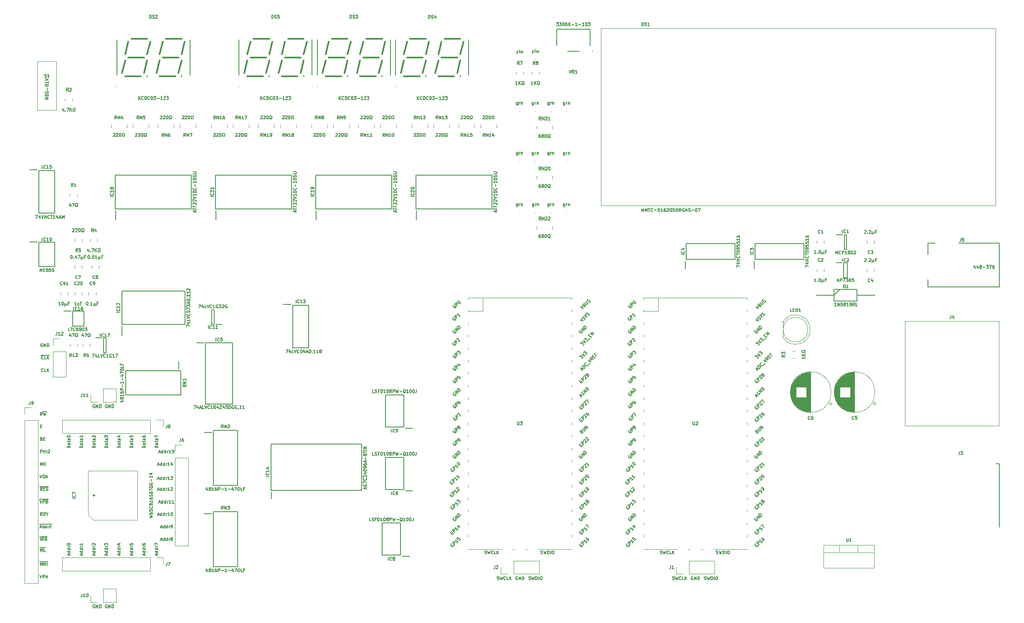
<source format=gbr>
%TF.GenerationSoftware,KiCad,Pcbnew,(6.0.5)*%
%TF.CreationDate,2022-08-15T10:03:02+02:00*%
%TF.ProjectId,Pico Debugger,5069636f-2044-4656-9275-676765722e6b,rev?*%
%TF.SameCoordinates,Original*%
%TF.FileFunction,Legend,Top*%
%TF.FilePolarity,Positive*%
%FSLAX46Y46*%
G04 Gerber Fmt 4.6, Leading zero omitted, Abs format (unit mm)*
G04 Created by KiCad (PCBNEW (6.0.5)) date 2022-08-15 10:03:02*
%MOMM*%
%LPD*%
G01*
G04 APERTURE LIST*
%ADD10C,0.150000*%
%ADD11C,0.100000*%
%ADD12C,0.200000*%
%ADD13C,0.120000*%
%ADD14C,0.300000*%
%ADD15C,0.210000*%
%ADD16C,0.260000*%
G04 APERTURE END LIST*
D10*
X181534404Y-159324523D02*
X181625119Y-159354761D01*
X181776309Y-159354761D01*
X181836785Y-159324523D01*
X181867023Y-159294285D01*
X181897261Y-159233809D01*
X181897261Y-159173333D01*
X181867023Y-159112857D01*
X181836785Y-159082619D01*
X181776309Y-159052380D01*
X181655357Y-159022142D01*
X181594880Y-158991904D01*
X181564642Y-158961666D01*
X181534404Y-158901190D01*
X181534404Y-158840714D01*
X181564642Y-158780238D01*
X181594880Y-158750000D01*
X181655357Y-158719761D01*
X181806547Y-158719761D01*
X181897261Y-158750000D01*
X182108928Y-158719761D02*
X182260119Y-159354761D01*
X182381071Y-158901190D01*
X182502023Y-159354761D01*
X182653214Y-158719761D01*
X182895119Y-159354761D02*
X182895119Y-158719761D01*
X183046309Y-158719761D01*
X183137023Y-158750000D01*
X183197500Y-158810476D01*
X183227738Y-158870952D01*
X183257976Y-158991904D01*
X183257976Y-159082619D01*
X183227738Y-159203571D01*
X183197500Y-159264047D01*
X183137023Y-159324523D01*
X183046309Y-159354761D01*
X182895119Y-159354761D01*
X183530119Y-159354761D02*
X183530119Y-158719761D01*
X183953452Y-158719761D02*
X184074404Y-158719761D01*
X184134880Y-158750000D01*
X184195357Y-158810476D01*
X184225595Y-158931428D01*
X184225595Y-159143095D01*
X184195357Y-159264047D01*
X184134880Y-159324523D01*
X184074404Y-159354761D01*
X183953452Y-159354761D01*
X183892976Y-159324523D01*
X183832500Y-159264047D01*
X183802261Y-159143095D01*
X183802261Y-158931428D01*
X183832500Y-158810476D01*
X183892976Y-158750000D01*
X183953452Y-158719761D01*
X143661190Y-158750000D02*
X143600714Y-158719761D01*
X143510000Y-158719761D01*
X143419285Y-158750000D01*
X143358809Y-158810476D01*
X143328571Y-158870952D01*
X143298333Y-158991904D01*
X143298333Y-159082619D01*
X143328571Y-159203571D01*
X143358809Y-159264047D01*
X143419285Y-159324523D01*
X143510000Y-159354761D01*
X143570476Y-159354761D01*
X143661190Y-159324523D01*
X143691428Y-159294285D01*
X143691428Y-159082619D01*
X143570476Y-159082619D01*
X143963571Y-159354761D02*
X143963571Y-158719761D01*
X144326428Y-159354761D01*
X144326428Y-158719761D01*
X144628809Y-159354761D02*
X144628809Y-158719761D01*
X144780000Y-158719761D01*
X144870714Y-158750000D01*
X144931190Y-158810476D01*
X144961428Y-158870952D01*
X144991666Y-158991904D01*
X144991666Y-159082619D01*
X144961428Y-159203571D01*
X144931190Y-159264047D01*
X144870714Y-159324523D01*
X144780000Y-159354761D01*
X144628809Y-159354761D01*
X46770000Y-150602950D02*
X47072380Y-150602950D01*
X46921190Y-151417261D02*
X46921190Y-150782261D01*
X47072380Y-150602950D02*
X47707380Y-150602950D01*
X47586428Y-151417261D02*
X47374761Y-151114880D01*
X47223571Y-151417261D02*
X47223571Y-150782261D01*
X47465476Y-150782261D01*
X47525952Y-150812500D01*
X47556190Y-150842738D01*
X47586428Y-150903214D01*
X47586428Y-150993928D01*
X47556190Y-151054404D01*
X47525952Y-151084642D01*
X47465476Y-151114880D01*
X47223571Y-151114880D01*
X47707380Y-150602950D02*
X48342380Y-150602950D01*
X48070238Y-151084642D02*
X48160952Y-151114880D01*
X48191190Y-151145119D01*
X48221428Y-151205595D01*
X48221428Y-151296309D01*
X48191190Y-151356785D01*
X48160952Y-151387023D01*
X48100476Y-151417261D01*
X47858571Y-151417261D01*
X47858571Y-150782261D01*
X48070238Y-150782261D01*
X48130714Y-150812500D01*
X48160952Y-150842738D01*
X48191190Y-150903214D01*
X48191190Y-150963690D01*
X48160952Y-151024166D01*
X48130714Y-151054404D01*
X48070238Y-151084642D01*
X47858571Y-151084642D01*
X46770000Y-140442950D02*
X47405000Y-140442950D01*
X47284047Y-141257261D02*
X47072380Y-140954880D01*
X46921190Y-141257261D02*
X46921190Y-140622261D01*
X47163095Y-140622261D01*
X47223571Y-140652500D01*
X47253809Y-140682738D01*
X47284047Y-140743214D01*
X47284047Y-140833928D01*
X47253809Y-140894404D01*
X47223571Y-140924642D01*
X47163095Y-140954880D01*
X46921190Y-140954880D01*
X47405000Y-140442950D02*
X47979523Y-140442950D01*
X47556190Y-140924642D02*
X47767857Y-140924642D01*
X47858571Y-141257261D02*
X47556190Y-141257261D01*
X47556190Y-140622261D01*
X47858571Y-140622261D01*
X47979523Y-140442950D02*
X48584285Y-140442950D01*
X48100476Y-141227023D02*
X48191190Y-141257261D01*
X48342380Y-141257261D01*
X48402857Y-141227023D01*
X48433095Y-141196785D01*
X48463333Y-141136309D01*
X48463333Y-141075833D01*
X48433095Y-141015357D01*
X48402857Y-140985119D01*
X48342380Y-140954880D01*
X48221428Y-140924642D01*
X48160952Y-140894404D01*
X48130714Y-140864166D01*
X48100476Y-140803690D01*
X48100476Y-140743214D01*
X48130714Y-140682738D01*
X48160952Y-140652500D01*
X48221428Y-140622261D01*
X48372619Y-140622261D01*
X48463333Y-140652500D01*
X55532261Y-132555476D02*
X54897261Y-132555476D01*
X54897261Y-132404285D01*
X54927500Y-132313571D01*
X54987976Y-132253095D01*
X55048452Y-132222857D01*
X55169404Y-132192619D01*
X55260119Y-132192619D01*
X55381071Y-132222857D01*
X55441547Y-132253095D01*
X55502023Y-132313571D01*
X55532261Y-132404285D01*
X55532261Y-132555476D01*
X55532261Y-131648333D02*
X55199642Y-131648333D01*
X55139166Y-131678571D01*
X55108928Y-131739047D01*
X55108928Y-131860000D01*
X55139166Y-131920476D01*
X55502023Y-131648333D02*
X55532261Y-131708809D01*
X55532261Y-131860000D01*
X55502023Y-131920476D01*
X55441547Y-131950714D01*
X55381071Y-131950714D01*
X55320595Y-131920476D01*
X55290357Y-131860000D01*
X55290357Y-131708809D01*
X55260119Y-131648333D01*
X55108928Y-131436666D02*
X55108928Y-131194761D01*
X54897261Y-131345952D02*
X55441547Y-131345952D01*
X55502023Y-131315714D01*
X55532261Y-131255238D01*
X55532261Y-131194761D01*
X55532261Y-130710952D02*
X55199642Y-130710952D01*
X55139166Y-130741190D01*
X55108928Y-130801666D01*
X55108928Y-130922619D01*
X55139166Y-130983095D01*
X55502023Y-130710952D02*
X55532261Y-130771428D01*
X55532261Y-130922619D01*
X55502023Y-130983095D01*
X55441547Y-131013333D01*
X55381071Y-131013333D01*
X55320595Y-130983095D01*
X55290357Y-130922619D01*
X55290357Y-130771428D01*
X55260119Y-130710952D01*
X55532261Y-130075952D02*
X55532261Y-130438809D01*
X55532261Y-130257380D02*
X54897261Y-130257380D01*
X54987976Y-130317857D01*
X55048452Y-130378333D01*
X55078690Y-130438809D01*
X71309761Y-151235833D02*
X71612142Y-151235833D01*
X71249285Y-151417261D02*
X71460952Y-150782261D01*
X71672619Y-151417261D01*
X72156428Y-151417261D02*
X72156428Y-150782261D01*
X72156428Y-151387023D02*
X72095952Y-151417261D01*
X71975000Y-151417261D01*
X71914523Y-151387023D01*
X71884285Y-151356785D01*
X71854047Y-151296309D01*
X71854047Y-151114880D01*
X71884285Y-151054404D01*
X71914523Y-151024166D01*
X71975000Y-150993928D01*
X72095952Y-150993928D01*
X72156428Y-151024166D01*
X72730952Y-151417261D02*
X72730952Y-150782261D01*
X72730952Y-151387023D02*
X72670476Y-151417261D01*
X72549523Y-151417261D01*
X72489047Y-151387023D01*
X72458809Y-151356785D01*
X72428571Y-151296309D01*
X72428571Y-151114880D01*
X72458809Y-151054404D01*
X72489047Y-151024166D01*
X72549523Y-150993928D01*
X72670476Y-150993928D01*
X72730952Y-151024166D01*
X73033333Y-151417261D02*
X73033333Y-150993928D01*
X73033333Y-151114880D02*
X73063571Y-151054404D01*
X73093809Y-151024166D01*
X73154285Y-150993928D01*
X73214761Y-150993928D01*
X73517142Y-151054404D02*
X73456666Y-151024166D01*
X73426428Y-150993928D01*
X73396190Y-150933452D01*
X73396190Y-150903214D01*
X73426428Y-150842738D01*
X73456666Y-150812500D01*
X73517142Y-150782261D01*
X73638095Y-150782261D01*
X73698571Y-150812500D01*
X73728809Y-150842738D01*
X73759047Y-150903214D01*
X73759047Y-150933452D01*
X73728809Y-150993928D01*
X73698571Y-151024166D01*
X73638095Y-151054404D01*
X73517142Y-151054404D01*
X73456666Y-151084642D01*
X73426428Y-151114880D01*
X73396190Y-151175357D01*
X73396190Y-151296309D01*
X73426428Y-151356785D01*
X73456666Y-151387023D01*
X73517142Y-151417261D01*
X73638095Y-151417261D01*
X73698571Y-151387023D01*
X73728809Y-151356785D01*
X73759047Y-151296309D01*
X73759047Y-151175357D01*
X73728809Y-151114880D01*
X73698571Y-151084642D01*
X73638095Y-151054404D01*
X70772261Y-132555476D02*
X70137261Y-132555476D01*
X70137261Y-132404285D01*
X70167500Y-132313571D01*
X70227976Y-132253095D01*
X70288452Y-132222857D01*
X70409404Y-132192619D01*
X70500119Y-132192619D01*
X70621071Y-132222857D01*
X70681547Y-132253095D01*
X70742023Y-132313571D01*
X70772261Y-132404285D01*
X70772261Y-132555476D01*
X70772261Y-131648333D02*
X70439642Y-131648333D01*
X70379166Y-131678571D01*
X70348928Y-131739047D01*
X70348928Y-131860000D01*
X70379166Y-131920476D01*
X70742023Y-131648333D02*
X70772261Y-131708809D01*
X70772261Y-131860000D01*
X70742023Y-131920476D01*
X70681547Y-131950714D01*
X70621071Y-131950714D01*
X70560595Y-131920476D01*
X70530357Y-131860000D01*
X70530357Y-131708809D01*
X70500119Y-131648333D01*
X70348928Y-131436666D02*
X70348928Y-131194761D01*
X70137261Y-131345952D02*
X70681547Y-131345952D01*
X70742023Y-131315714D01*
X70772261Y-131255238D01*
X70772261Y-131194761D01*
X70772261Y-130710952D02*
X70439642Y-130710952D01*
X70379166Y-130741190D01*
X70348928Y-130801666D01*
X70348928Y-130922619D01*
X70379166Y-130983095D01*
X70742023Y-130710952D02*
X70772261Y-130771428D01*
X70772261Y-130922619D01*
X70742023Y-130983095D01*
X70681547Y-131013333D01*
X70621071Y-131013333D01*
X70560595Y-130983095D01*
X70530357Y-130922619D01*
X70530357Y-130771428D01*
X70500119Y-130710952D01*
X70137261Y-130469047D02*
X70137261Y-130045714D01*
X70772261Y-130317857D01*
X52810833Y-154404047D02*
X52810833Y-154101666D01*
X52992261Y-154464523D02*
X52357261Y-154252857D01*
X52992261Y-154041190D01*
X52992261Y-153557380D02*
X52357261Y-153557380D01*
X52962023Y-153557380D02*
X52992261Y-153617857D01*
X52992261Y-153738809D01*
X52962023Y-153799285D01*
X52931785Y-153829523D01*
X52871309Y-153859761D01*
X52689880Y-153859761D01*
X52629404Y-153829523D01*
X52599166Y-153799285D01*
X52568928Y-153738809D01*
X52568928Y-153617857D01*
X52599166Y-153557380D01*
X52992261Y-152982857D02*
X52357261Y-152982857D01*
X52962023Y-152982857D02*
X52992261Y-153043333D01*
X52992261Y-153164285D01*
X52962023Y-153224761D01*
X52931785Y-153255000D01*
X52871309Y-153285238D01*
X52689880Y-153285238D01*
X52629404Y-153255000D01*
X52599166Y-153224761D01*
X52568928Y-153164285D01*
X52568928Y-153043333D01*
X52599166Y-152982857D01*
X52992261Y-152680476D02*
X52568928Y-152680476D01*
X52689880Y-152680476D02*
X52629404Y-152650238D01*
X52599166Y-152620000D01*
X52568928Y-152559523D01*
X52568928Y-152499047D01*
X52357261Y-152166428D02*
X52357261Y-152105952D01*
X52387500Y-152045476D01*
X52417738Y-152015238D01*
X52478214Y-151985000D01*
X52599166Y-151954761D01*
X52750357Y-151954761D01*
X52871309Y-151985000D01*
X52931785Y-152015238D01*
X52962023Y-152045476D01*
X52992261Y-152105952D01*
X52992261Y-152166428D01*
X52962023Y-152226904D01*
X52931785Y-152257142D01*
X52871309Y-152287380D01*
X52750357Y-152317619D01*
X52599166Y-152317619D01*
X52478214Y-152287380D01*
X52417738Y-152257142D01*
X52387500Y-152226904D01*
X52357261Y-152166428D01*
X70962500Y-143645833D02*
X71264880Y-143645833D01*
X70902023Y-143827261D02*
X71113690Y-143192261D01*
X71325357Y-143827261D01*
X71809166Y-143827261D02*
X71809166Y-143192261D01*
X71809166Y-143797023D02*
X71748690Y-143827261D01*
X71627738Y-143827261D01*
X71567261Y-143797023D01*
X71537023Y-143766785D01*
X71506785Y-143706309D01*
X71506785Y-143524880D01*
X71537023Y-143464404D01*
X71567261Y-143434166D01*
X71627738Y-143403928D01*
X71748690Y-143403928D01*
X71809166Y-143434166D01*
X72383690Y-143827261D02*
X72383690Y-143192261D01*
X72383690Y-143797023D02*
X72323214Y-143827261D01*
X72202261Y-143827261D01*
X72141785Y-143797023D01*
X72111547Y-143766785D01*
X72081309Y-143706309D01*
X72081309Y-143524880D01*
X72111547Y-143464404D01*
X72141785Y-143434166D01*
X72202261Y-143403928D01*
X72323214Y-143403928D01*
X72383690Y-143434166D01*
X72686071Y-143827261D02*
X72686071Y-143403928D01*
X72686071Y-143524880D02*
X72716309Y-143464404D01*
X72746547Y-143434166D01*
X72807023Y-143403928D01*
X72867500Y-143403928D01*
X73411785Y-143827261D02*
X73048928Y-143827261D01*
X73230357Y-143827261D02*
X73230357Y-143192261D01*
X73169880Y-143282976D01*
X73109404Y-143343452D01*
X73048928Y-143373690D01*
X74016547Y-143827261D02*
X73653690Y-143827261D01*
X73835119Y-143827261D02*
X73835119Y-143192261D01*
X73774642Y-143282976D01*
X73714166Y-143343452D01*
X73653690Y-143373690D01*
X46770000Y-148062950D02*
X47314285Y-148062950D01*
X46890952Y-148695833D02*
X47193333Y-148695833D01*
X46830476Y-148877261D02*
X47042142Y-148242261D01*
X47253809Y-148877261D01*
X47314285Y-148062950D02*
X47888809Y-148062950D01*
X47465476Y-148877261D02*
X47465476Y-148242261D01*
X47465476Y-148484166D02*
X47525952Y-148453928D01*
X47646904Y-148453928D01*
X47707380Y-148484166D01*
X47737619Y-148514404D01*
X47767857Y-148574880D01*
X47767857Y-148756309D01*
X47737619Y-148816785D01*
X47707380Y-148847023D01*
X47646904Y-148877261D01*
X47525952Y-148877261D01*
X47465476Y-148847023D01*
X47888809Y-148062950D02*
X48463333Y-148062950D01*
X48130714Y-148877261D02*
X48070238Y-148847023D01*
X48040000Y-148816785D01*
X48009761Y-148756309D01*
X48009761Y-148574880D01*
X48040000Y-148514404D01*
X48070238Y-148484166D01*
X48130714Y-148453928D01*
X48221428Y-148453928D01*
X48281904Y-148484166D01*
X48312142Y-148514404D01*
X48342380Y-148574880D01*
X48342380Y-148756309D01*
X48312142Y-148816785D01*
X48281904Y-148847023D01*
X48221428Y-148877261D01*
X48130714Y-148877261D01*
X48463333Y-148062950D02*
X48856428Y-148062950D01*
X48614523Y-148877261D02*
X48614523Y-148453928D01*
X48614523Y-148574880D02*
X48644761Y-148514404D01*
X48675000Y-148484166D01*
X48735476Y-148453928D01*
X48795952Y-148453928D01*
X48856428Y-148062950D02*
X49219285Y-148062950D01*
X48916904Y-148453928D02*
X49158809Y-148453928D01*
X49007619Y-148242261D02*
X49007619Y-148786547D01*
X49037857Y-148847023D01*
X49098333Y-148877261D01*
X49158809Y-148877261D01*
X68232261Y-132555476D02*
X67597261Y-132555476D01*
X67597261Y-132404285D01*
X67627500Y-132313571D01*
X67687976Y-132253095D01*
X67748452Y-132222857D01*
X67869404Y-132192619D01*
X67960119Y-132192619D01*
X68081071Y-132222857D01*
X68141547Y-132253095D01*
X68202023Y-132313571D01*
X68232261Y-132404285D01*
X68232261Y-132555476D01*
X68232261Y-131648333D02*
X67899642Y-131648333D01*
X67839166Y-131678571D01*
X67808928Y-131739047D01*
X67808928Y-131860000D01*
X67839166Y-131920476D01*
X68202023Y-131648333D02*
X68232261Y-131708809D01*
X68232261Y-131860000D01*
X68202023Y-131920476D01*
X68141547Y-131950714D01*
X68081071Y-131950714D01*
X68020595Y-131920476D01*
X67990357Y-131860000D01*
X67990357Y-131708809D01*
X67960119Y-131648333D01*
X67808928Y-131436666D02*
X67808928Y-131194761D01*
X67597261Y-131345952D02*
X68141547Y-131345952D01*
X68202023Y-131315714D01*
X68232261Y-131255238D01*
X68232261Y-131194761D01*
X68232261Y-130710952D02*
X67899642Y-130710952D01*
X67839166Y-130741190D01*
X67808928Y-130801666D01*
X67808928Y-130922619D01*
X67839166Y-130983095D01*
X68202023Y-130710952D02*
X68232261Y-130771428D01*
X68232261Y-130922619D01*
X68202023Y-130983095D01*
X68141547Y-131013333D01*
X68081071Y-131013333D01*
X68020595Y-130983095D01*
X67990357Y-130922619D01*
X67990357Y-130771428D01*
X67960119Y-130710952D01*
X67597261Y-130136428D02*
X67597261Y-130257380D01*
X67627500Y-130317857D01*
X67657738Y-130348095D01*
X67748452Y-130408571D01*
X67869404Y-130438809D01*
X68111309Y-130438809D01*
X68171785Y-130408571D01*
X68202023Y-130378333D01*
X68232261Y-130317857D01*
X68232261Y-130196904D01*
X68202023Y-130136428D01*
X68171785Y-130106190D01*
X68111309Y-130075952D01*
X67960119Y-130075952D01*
X67899642Y-130106190D01*
X67869404Y-130136428D01*
X67839166Y-130196904D01*
X67839166Y-130317857D01*
X67869404Y-130378333D01*
X67899642Y-130408571D01*
X67960119Y-130438809D01*
X47013452Y-113772950D02*
X47648452Y-113772950D01*
X47527500Y-114526785D02*
X47497261Y-114557023D01*
X47406547Y-114587261D01*
X47346071Y-114587261D01*
X47255357Y-114557023D01*
X47194880Y-114496547D01*
X47164642Y-114436071D01*
X47134404Y-114315119D01*
X47134404Y-114224404D01*
X47164642Y-114103452D01*
X47194880Y-114042976D01*
X47255357Y-113982500D01*
X47346071Y-113952261D01*
X47406547Y-113952261D01*
X47497261Y-113982500D01*
X47527500Y-114012738D01*
X47648452Y-113772950D02*
X48162500Y-113772950D01*
X48102023Y-114587261D02*
X47799642Y-114587261D01*
X47799642Y-113952261D01*
X48162500Y-113772950D02*
X48797500Y-113772950D01*
X48313690Y-114587261D02*
X48313690Y-113952261D01*
X48676547Y-114587261D02*
X48404404Y-114224404D01*
X48676547Y-113952261D02*
X48313690Y-114315119D01*
X47346071Y-111442500D02*
X47285595Y-111412261D01*
X47194880Y-111412261D01*
X47104166Y-111442500D01*
X47043690Y-111502976D01*
X47013452Y-111563452D01*
X46983214Y-111684404D01*
X46983214Y-111775119D01*
X47013452Y-111896071D01*
X47043690Y-111956547D01*
X47104166Y-112017023D01*
X47194880Y-112047261D01*
X47255357Y-112047261D01*
X47346071Y-112017023D01*
X47376309Y-111986785D01*
X47376309Y-111775119D01*
X47255357Y-111775119D01*
X47648452Y-112047261D02*
X47648452Y-111412261D01*
X48011309Y-112047261D01*
X48011309Y-111412261D01*
X48313690Y-112047261D02*
X48313690Y-111412261D01*
X48464880Y-111412261D01*
X48555595Y-111442500D01*
X48616071Y-111502976D01*
X48646309Y-111563452D01*
X48676547Y-111684404D01*
X48676547Y-111775119D01*
X48646309Y-111896071D01*
X48616071Y-111956547D01*
X48555595Y-112017023D01*
X48464880Y-112047261D01*
X48313690Y-112047261D01*
X46921190Y-136177261D02*
X46921190Y-135542261D01*
X47132857Y-135995833D01*
X47344523Y-135542261D01*
X47344523Y-136177261D01*
X47586428Y-135542261D02*
X48009761Y-136177261D01*
X48009761Y-135542261D02*
X47586428Y-136177261D01*
X70962500Y-133455833D02*
X71264880Y-133455833D01*
X70902023Y-133637261D02*
X71113690Y-133002261D01*
X71325357Y-133637261D01*
X71809166Y-133637261D02*
X71809166Y-133002261D01*
X71809166Y-133607023D02*
X71748690Y-133637261D01*
X71627738Y-133637261D01*
X71567261Y-133607023D01*
X71537023Y-133576785D01*
X71506785Y-133516309D01*
X71506785Y-133334880D01*
X71537023Y-133274404D01*
X71567261Y-133244166D01*
X71627738Y-133213928D01*
X71748690Y-133213928D01*
X71809166Y-133244166D01*
X72383690Y-133637261D02*
X72383690Y-133002261D01*
X72383690Y-133607023D02*
X72323214Y-133637261D01*
X72202261Y-133637261D01*
X72141785Y-133607023D01*
X72111547Y-133576785D01*
X72081309Y-133516309D01*
X72081309Y-133334880D01*
X72111547Y-133274404D01*
X72141785Y-133244166D01*
X72202261Y-133213928D01*
X72323214Y-133213928D01*
X72383690Y-133244166D01*
X72686071Y-133637261D02*
X72686071Y-133213928D01*
X72686071Y-133334880D02*
X72716309Y-133274404D01*
X72746547Y-133244166D01*
X72807023Y-133213928D01*
X72867500Y-133213928D01*
X73411785Y-133637261D02*
X73048928Y-133637261D01*
X73230357Y-133637261D02*
X73230357Y-133002261D01*
X73169880Y-133092976D01*
X73109404Y-133153452D01*
X73048928Y-133183690D01*
X73986309Y-133002261D02*
X73683928Y-133002261D01*
X73653690Y-133304642D01*
X73683928Y-133274404D01*
X73744404Y-133244166D01*
X73895595Y-133244166D01*
X73956071Y-133274404D01*
X73986309Y-133304642D01*
X74016547Y-133365119D01*
X74016547Y-133516309D01*
X73986309Y-133576785D01*
X73956071Y-133607023D01*
X73895595Y-133637261D01*
X73744404Y-133637261D01*
X73683928Y-133607023D01*
X73653690Y-133576785D01*
X46770000Y-143012950D02*
X47314285Y-143012950D01*
X46830476Y-143192261D02*
X47042142Y-143827261D01*
X47253809Y-143192261D01*
X47314285Y-143012950D02*
X47949285Y-143012950D01*
X47465476Y-143827261D02*
X47465476Y-143192261D01*
X47707380Y-143192261D01*
X47767857Y-143222500D01*
X47798095Y-143252738D01*
X47828333Y-143313214D01*
X47828333Y-143403928D01*
X47798095Y-143464404D01*
X47767857Y-143494642D01*
X47707380Y-143524880D01*
X47465476Y-143524880D01*
X47949285Y-143012950D02*
X48584285Y-143012950D01*
X48312142Y-143494642D02*
X48402857Y-143524880D01*
X48433095Y-143555119D01*
X48463333Y-143615595D01*
X48463333Y-143706309D01*
X48433095Y-143766785D01*
X48402857Y-143797023D01*
X48342380Y-143827261D01*
X48100476Y-143827261D01*
X48100476Y-143192261D01*
X48312142Y-143192261D01*
X48372619Y-143222500D01*
X48402857Y-143252738D01*
X48433095Y-143313214D01*
X48433095Y-143373690D01*
X48402857Y-143434166D01*
X48372619Y-143464404D01*
X48312142Y-143494642D01*
X48100476Y-143494642D01*
X70705000Y-141075833D02*
X71007380Y-141075833D01*
X70644523Y-141257261D02*
X70856190Y-140622261D01*
X71067857Y-141257261D01*
X71551666Y-141257261D02*
X71551666Y-140622261D01*
X71551666Y-141227023D02*
X71491190Y-141257261D01*
X71370238Y-141257261D01*
X71309761Y-141227023D01*
X71279523Y-141196785D01*
X71249285Y-141136309D01*
X71249285Y-140954880D01*
X71279523Y-140894404D01*
X71309761Y-140864166D01*
X71370238Y-140833928D01*
X71491190Y-140833928D01*
X71551666Y-140864166D01*
X72126190Y-141257261D02*
X72126190Y-140622261D01*
X72126190Y-141227023D02*
X72065714Y-141257261D01*
X71944761Y-141257261D01*
X71884285Y-141227023D01*
X71854047Y-141196785D01*
X71823809Y-141136309D01*
X71823809Y-140954880D01*
X71854047Y-140894404D01*
X71884285Y-140864166D01*
X71944761Y-140833928D01*
X72065714Y-140833928D01*
X72126190Y-140864166D01*
X72428571Y-141257261D02*
X72428571Y-140833928D01*
X72428571Y-140954880D02*
X72458809Y-140894404D01*
X72489047Y-140864166D01*
X72549523Y-140833928D01*
X72610000Y-140833928D01*
X73154285Y-141257261D02*
X72791428Y-141257261D01*
X72972857Y-141257261D02*
X72972857Y-140622261D01*
X72912380Y-140712976D01*
X72851904Y-140773452D01*
X72791428Y-140803690D01*
X73396190Y-140682738D02*
X73426428Y-140652500D01*
X73486904Y-140622261D01*
X73638095Y-140622261D01*
X73698571Y-140652500D01*
X73728809Y-140682738D01*
X73759047Y-140743214D01*
X73759047Y-140803690D01*
X73728809Y-140894404D01*
X73365952Y-141257261D01*
X73759047Y-141257261D01*
X68050833Y-154404047D02*
X68050833Y-154101666D01*
X68232261Y-154464523D02*
X67597261Y-154252857D01*
X68232261Y-154041190D01*
X68232261Y-153557380D02*
X67597261Y-153557380D01*
X68202023Y-153557380D02*
X68232261Y-153617857D01*
X68232261Y-153738809D01*
X68202023Y-153799285D01*
X68171785Y-153829523D01*
X68111309Y-153859761D01*
X67929880Y-153859761D01*
X67869404Y-153829523D01*
X67839166Y-153799285D01*
X67808928Y-153738809D01*
X67808928Y-153617857D01*
X67839166Y-153557380D01*
X68232261Y-152982857D02*
X67597261Y-152982857D01*
X68202023Y-152982857D02*
X68232261Y-153043333D01*
X68232261Y-153164285D01*
X68202023Y-153224761D01*
X68171785Y-153255000D01*
X68111309Y-153285238D01*
X67929880Y-153285238D01*
X67869404Y-153255000D01*
X67839166Y-153224761D01*
X67808928Y-153164285D01*
X67808928Y-153043333D01*
X67839166Y-152982857D01*
X68232261Y-152680476D02*
X67808928Y-152680476D01*
X67929880Y-152680476D02*
X67869404Y-152650238D01*
X67839166Y-152620000D01*
X67808928Y-152559523D01*
X67808928Y-152499047D01*
X67597261Y-152015238D02*
X67597261Y-152136190D01*
X67627500Y-152196666D01*
X67657738Y-152226904D01*
X67748452Y-152287380D01*
X67869404Y-152317619D01*
X68111309Y-152317619D01*
X68171785Y-152287380D01*
X68202023Y-152257142D01*
X68232261Y-152196666D01*
X68232261Y-152075714D01*
X68202023Y-152015238D01*
X68171785Y-151985000D01*
X68111309Y-151954761D01*
X67960119Y-151954761D01*
X67899642Y-151985000D01*
X67869404Y-152015238D01*
X67839166Y-152075714D01*
X67839166Y-152196666D01*
X67869404Y-152257142D01*
X67899642Y-152287380D01*
X67960119Y-152317619D01*
X139533690Y-159324523D02*
X139624404Y-159354761D01*
X139775595Y-159354761D01*
X139836071Y-159324523D01*
X139866309Y-159294285D01*
X139896547Y-159233809D01*
X139896547Y-159173333D01*
X139866309Y-159112857D01*
X139836071Y-159082619D01*
X139775595Y-159052380D01*
X139654642Y-159022142D01*
X139594166Y-158991904D01*
X139563928Y-158961666D01*
X139533690Y-158901190D01*
X139533690Y-158840714D01*
X139563928Y-158780238D01*
X139594166Y-158750000D01*
X139654642Y-158719761D01*
X139805833Y-158719761D01*
X139896547Y-158750000D01*
X140108214Y-158719761D02*
X140259404Y-159354761D01*
X140380357Y-158901190D01*
X140501309Y-159354761D01*
X140652500Y-158719761D01*
X141257261Y-159294285D02*
X141227023Y-159324523D01*
X141136309Y-159354761D01*
X141075833Y-159354761D01*
X140985119Y-159324523D01*
X140924642Y-159264047D01*
X140894404Y-159203571D01*
X140864166Y-159082619D01*
X140864166Y-158991904D01*
X140894404Y-158870952D01*
X140924642Y-158810476D01*
X140985119Y-158750000D01*
X141075833Y-158719761D01*
X141136309Y-158719761D01*
X141227023Y-158750000D01*
X141257261Y-158780238D01*
X141831785Y-159354761D02*
X141529404Y-159354761D01*
X141529404Y-158719761D01*
X142043452Y-159354761D02*
X142043452Y-158719761D01*
X142406309Y-159354761D02*
X142134166Y-158991904D01*
X142406309Y-158719761D02*
X142043452Y-159082619D01*
X60612261Y-132555476D02*
X59977261Y-132555476D01*
X59977261Y-132404285D01*
X60007500Y-132313571D01*
X60067976Y-132253095D01*
X60128452Y-132222857D01*
X60249404Y-132192619D01*
X60340119Y-132192619D01*
X60461071Y-132222857D01*
X60521547Y-132253095D01*
X60582023Y-132313571D01*
X60612261Y-132404285D01*
X60612261Y-132555476D01*
X60612261Y-131648333D02*
X60279642Y-131648333D01*
X60219166Y-131678571D01*
X60188928Y-131739047D01*
X60188928Y-131860000D01*
X60219166Y-131920476D01*
X60582023Y-131648333D02*
X60612261Y-131708809D01*
X60612261Y-131860000D01*
X60582023Y-131920476D01*
X60521547Y-131950714D01*
X60461071Y-131950714D01*
X60400595Y-131920476D01*
X60370357Y-131860000D01*
X60370357Y-131708809D01*
X60340119Y-131648333D01*
X60188928Y-131436666D02*
X60188928Y-131194761D01*
X59977261Y-131345952D02*
X60521547Y-131345952D01*
X60582023Y-131315714D01*
X60612261Y-131255238D01*
X60612261Y-131194761D01*
X60612261Y-130710952D02*
X60279642Y-130710952D01*
X60219166Y-130741190D01*
X60188928Y-130801666D01*
X60188928Y-130922619D01*
X60219166Y-130983095D01*
X60582023Y-130710952D02*
X60612261Y-130771428D01*
X60612261Y-130922619D01*
X60582023Y-130983095D01*
X60521547Y-131013333D01*
X60461071Y-131013333D01*
X60400595Y-130983095D01*
X60370357Y-130922619D01*
X60370357Y-130771428D01*
X60340119Y-130710952D01*
X59977261Y-130469047D02*
X59977261Y-130075952D01*
X60219166Y-130287619D01*
X60219166Y-130196904D01*
X60249404Y-130136428D01*
X60279642Y-130106190D01*
X60340119Y-130075952D01*
X60491309Y-130075952D01*
X60551785Y-130106190D01*
X60582023Y-130136428D01*
X60612261Y-130196904D01*
X60612261Y-130378333D01*
X60582023Y-130438809D01*
X60551785Y-130469047D01*
X47284047Y-126017261D02*
X47072380Y-125714880D01*
X46921190Y-126017261D02*
X46921190Y-125382261D01*
X47163095Y-125382261D01*
X47223571Y-125412500D01*
X47253809Y-125442738D01*
X47284047Y-125503214D01*
X47284047Y-125593928D01*
X47253809Y-125654404D01*
X47223571Y-125684642D01*
X47163095Y-125714880D01*
X46921190Y-125714880D01*
X47405000Y-125202950D02*
X48130714Y-125202950D01*
X47495714Y-125382261D02*
X47646904Y-126017261D01*
X47767857Y-125563690D01*
X47888809Y-126017261D01*
X48040000Y-125382261D01*
X65692261Y-132555476D02*
X65057261Y-132555476D01*
X65057261Y-132404285D01*
X65087500Y-132313571D01*
X65147976Y-132253095D01*
X65208452Y-132222857D01*
X65329404Y-132192619D01*
X65420119Y-132192619D01*
X65541071Y-132222857D01*
X65601547Y-132253095D01*
X65662023Y-132313571D01*
X65692261Y-132404285D01*
X65692261Y-132555476D01*
X65692261Y-131648333D02*
X65359642Y-131648333D01*
X65299166Y-131678571D01*
X65268928Y-131739047D01*
X65268928Y-131860000D01*
X65299166Y-131920476D01*
X65662023Y-131648333D02*
X65692261Y-131708809D01*
X65692261Y-131860000D01*
X65662023Y-131920476D01*
X65601547Y-131950714D01*
X65541071Y-131950714D01*
X65480595Y-131920476D01*
X65450357Y-131860000D01*
X65450357Y-131708809D01*
X65420119Y-131648333D01*
X65268928Y-131436666D02*
X65268928Y-131194761D01*
X65057261Y-131345952D02*
X65601547Y-131345952D01*
X65662023Y-131315714D01*
X65692261Y-131255238D01*
X65692261Y-131194761D01*
X65692261Y-130710952D02*
X65359642Y-130710952D01*
X65299166Y-130741190D01*
X65268928Y-130801666D01*
X65268928Y-130922619D01*
X65299166Y-130983095D01*
X65662023Y-130710952D02*
X65692261Y-130771428D01*
X65692261Y-130922619D01*
X65662023Y-130983095D01*
X65601547Y-131013333D01*
X65541071Y-131013333D01*
X65480595Y-130983095D01*
X65450357Y-130922619D01*
X65450357Y-130771428D01*
X65420119Y-130710952D01*
X65057261Y-130106190D02*
X65057261Y-130408571D01*
X65359642Y-130438809D01*
X65329404Y-130408571D01*
X65299166Y-130348095D01*
X65299166Y-130196904D01*
X65329404Y-130136428D01*
X65359642Y-130106190D01*
X65420119Y-130075952D01*
X65571309Y-130075952D01*
X65631785Y-130106190D01*
X65662023Y-130136428D01*
X65692261Y-130196904D01*
X65692261Y-130348095D01*
X65662023Y-130408571D01*
X65631785Y-130438809D01*
X62970833Y-154404047D02*
X62970833Y-154101666D01*
X63152261Y-154464523D02*
X62517261Y-154252857D01*
X63152261Y-154041190D01*
X63152261Y-153557380D02*
X62517261Y-153557380D01*
X63122023Y-153557380D02*
X63152261Y-153617857D01*
X63152261Y-153738809D01*
X63122023Y-153799285D01*
X63091785Y-153829523D01*
X63031309Y-153859761D01*
X62849880Y-153859761D01*
X62789404Y-153829523D01*
X62759166Y-153799285D01*
X62728928Y-153738809D01*
X62728928Y-153617857D01*
X62759166Y-153557380D01*
X63152261Y-152982857D02*
X62517261Y-152982857D01*
X63122023Y-152982857D02*
X63152261Y-153043333D01*
X63152261Y-153164285D01*
X63122023Y-153224761D01*
X63091785Y-153255000D01*
X63031309Y-153285238D01*
X62849880Y-153285238D01*
X62789404Y-153255000D01*
X62759166Y-153224761D01*
X62728928Y-153164285D01*
X62728928Y-153043333D01*
X62759166Y-152982857D01*
X63152261Y-152680476D02*
X62728928Y-152680476D01*
X62849880Y-152680476D02*
X62789404Y-152650238D01*
X62759166Y-152620000D01*
X62728928Y-152559523D01*
X62728928Y-152499047D01*
X62728928Y-152015238D02*
X63152261Y-152015238D01*
X62487023Y-152166428D02*
X62940595Y-152317619D01*
X62940595Y-151924523D01*
X70590833Y-154404047D02*
X70590833Y-154101666D01*
X70772261Y-154464523D02*
X70137261Y-154252857D01*
X70772261Y-154041190D01*
X70772261Y-153557380D02*
X70137261Y-153557380D01*
X70742023Y-153557380D02*
X70772261Y-153617857D01*
X70772261Y-153738809D01*
X70742023Y-153799285D01*
X70711785Y-153829523D01*
X70651309Y-153859761D01*
X70469880Y-153859761D01*
X70409404Y-153829523D01*
X70379166Y-153799285D01*
X70348928Y-153738809D01*
X70348928Y-153617857D01*
X70379166Y-153557380D01*
X70772261Y-152982857D02*
X70137261Y-152982857D01*
X70742023Y-152982857D02*
X70772261Y-153043333D01*
X70772261Y-153164285D01*
X70742023Y-153224761D01*
X70711785Y-153255000D01*
X70651309Y-153285238D01*
X70469880Y-153285238D01*
X70409404Y-153255000D01*
X70379166Y-153224761D01*
X70348928Y-153164285D01*
X70348928Y-153043333D01*
X70379166Y-152982857D01*
X70772261Y-152680476D02*
X70348928Y-152680476D01*
X70469880Y-152680476D02*
X70409404Y-152650238D01*
X70379166Y-152620000D01*
X70348928Y-152559523D01*
X70348928Y-152499047D01*
X70137261Y-152347857D02*
X70137261Y-151924523D01*
X70772261Y-152196666D01*
X46921190Y-133637261D02*
X46921190Y-133002261D01*
X47163095Y-133002261D01*
X47223571Y-133032500D01*
X47253809Y-133062738D01*
X47284047Y-133123214D01*
X47284047Y-133213928D01*
X47253809Y-133274404D01*
X47223571Y-133304642D01*
X47163095Y-133334880D01*
X46921190Y-133334880D01*
X47556190Y-133637261D02*
X47556190Y-133002261D01*
X47556190Y-133304642D02*
X47919047Y-133304642D01*
X47919047Y-133637261D02*
X47919047Y-133002261D01*
X48221428Y-133637261D02*
X48221428Y-133002261D01*
X48493571Y-133062738D02*
X48523809Y-133032500D01*
X48584285Y-133002261D01*
X48735476Y-133002261D01*
X48795952Y-133032500D01*
X48826190Y-133062738D01*
X48856428Y-133123214D01*
X48856428Y-133183690D01*
X48826190Y-133274404D01*
X48463333Y-133637261D01*
X48856428Y-133637261D01*
X46830476Y-158402261D02*
X47042142Y-159037261D01*
X47253809Y-158402261D01*
X47465476Y-159037261D02*
X47465476Y-158402261D01*
X47707380Y-158402261D01*
X47767857Y-158432500D01*
X47798095Y-158462738D01*
X47828333Y-158523214D01*
X47828333Y-158613928D01*
X47798095Y-158674404D01*
X47767857Y-158704642D01*
X47707380Y-158734880D01*
X47465476Y-158734880D01*
X48070238Y-158855833D02*
X48372619Y-158855833D01*
X48009761Y-159037261D02*
X48221428Y-158402261D01*
X48433095Y-159037261D01*
X145974404Y-159324523D02*
X146065119Y-159354761D01*
X146216309Y-159354761D01*
X146276785Y-159324523D01*
X146307023Y-159294285D01*
X146337261Y-159233809D01*
X146337261Y-159173333D01*
X146307023Y-159112857D01*
X146276785Y-159082619D01*
X146216309Y-159052380D01*
X146095357Y-159022142D01*
X146034880Y-158991904D01*
X146004642Y-158961666D01*
X145974404Y-158901190D01*
X145974404Y-158840714D01*
X146004642Y-158780238D01*
X146034880Y-158750000D01*
X146095357Y-158719761D01*
X146246547Y-158719761D01*
X146337261Y-158750000D01*
X146548928Y-158719761D02*
X146700119Y-159354761D01*
X146821071Y-158901190D01*
X146942023Y-159354761D01*
X147093214Y-158719761D01*
X147335119Y-159354761D02*
X147335119Y-158719761D01*
X147486309Y-158719761D01*
X147577023Y-158750000D01*
X147637500Y-158810476D01*
X147667738Y-158870952D01*
X147697976Y-158991904D01*
X147697976Y-159082619D01*
X147667738Y-159203571D01*
X147637500Y-159264047D01*
X147577023Y-159324523D01*
X147486309Y-159354761D01*
X147335119Y-159354761D01*
X147970119Y-159354761D02*
X147970119Y-158719761D01*
X148393452Y-158719761D02*
X148514404Y-158719761D01*
X148574880Y-158750000D01*
X148635357Y-158810476D01*
X148665595Y-158931428D01*
X148665595Y-159143095D01*
X148635357Y-159264047D01*
X148574880Y-159324523D01*
X148514404Y-159354761D01*
X148393452Y-159354761D01*
X148332976Y-159324523D01*
X148272500Y-159264047D01*
X148242261Y-159143095D01*
X148242261Y-158931428D01*
X148272500Y-158810476D01*
X148332976Y-158750000D01*
X148393452Y-158719761D01*
X57890833Y-154404047D02*
X57890833Y-154101666D01*
X58072261Y-154464523D02*
X57437261Y-154252857D01*
X58072261Y-154041190D01*
X58072261Y-153557380D02*
X57437261Y-153557380D01*
X58042023Y-153557380D02*
X58072261Y-153617857D01*
X58072261Y-153738809D01*
X58042023Y-153799285D01*
X58011785Y-153829523D01*
X57951309Y-153859761D01*
X57769880Y-153859761D01*
X57709404Y-153829523D01*
X57679166Y-153799285D01*
X57648928Y-153738809D01*
X57648928Y-153617857D01*
X57679166Y-153557380D01*
X58072261Y-152982857D02*
X57437261Y-152982857D01*
X58042023Y-152982857D02*
X58072261Y-153043333D01*
X58072261Y-153164285D01*
X58042023Y-153224761D01*
X58011785Y-153255000D01*
X57951309Y-153285238D01*
X57769880Y-153285238D01*
X57709404Y-153255000D01*
X57679166Y-153224761D01*
X57648928Y-153164285D01*
X57648928Y-153043333D01*
X57679166Y-152982857D01*
X58072261Y-152680476D02*
X57648928Y-152680476D01*
X57769880Y-152680476D02*
X57709404Y-152650238D01*
X57679166Y-152620000D01*
X57648928Y-152559523D01*
X57648928Y-152499047D01*
X57497738Y-152317619D02*
X57467500Y-152287380D01*
X57437261Y-152226904D01*
X57437261Y-152075714D01*
X57467500Y-152015238D01*
X57497738Y-151985000D01*
X57558214Y-151954761D01*
X57618690Y-151954761D01*
X57709404Y-151985000D01*
X58072261Y-152347857D01*
X58072261Y-151954761D01*
X47132857Y-130764642D02*
X47223571Y-130794880D01*
X47253809Y-130825119D01*
X47284047Y-130885595D01*
X47284047Y-130976309D01*
X47253809Y-131036785D01*
X47223571Y-131067023D01*
X47163095Y-131097261D01*
X46921190Y-131097261D01*
X46921190Y-130462261D01*
X47132857Y-130462261D01*
X47193333Y-130492500D01*
X47223571Y-130522738D01*
X47253809Y-130583214D01*
X47253809Y-130643690D01*
X47223571Y-130704166D01*
X47193333Y-130734404D01*
X47132857Y-130764642D01*
X46921190Y-130764642D01*
X47556190Y-130764642D02*
X47767857Y-130764642D01*
X47858571Y-131097261D02*
X47556190Y-131097261D01*
X47556190Y-130462261D01*
X47858571Y-130462261D01*
X55350833Y-154404047D02*
X55350833Y-154101666D01*
X55532261Y-154464523D02*
X54897261Y-154252857D01*
X55532261Y-154041190D01*
X55532261Y-153557380D02*
X54897261Y-153557380D01*
X55502023Y-153557380D02*
X55532261Y-153617857D01*
X55532261Y-153738809D01*
X55502023Y-153799285D01*
X55471785Y-153829523D01*
X55411309Y-153859761D01*
X55229880Y-153859761D01*
X55169404Y-153829523D01*
X55139166Y-153799285D01*
X55108928Y-153738809D01*
X55108928Y-153617857D01*
X55139166Y-153557380D01*
X55532261Y-152982857D02*
X54897261Y-152982857D01*
X55502023Y-152982857D02*
X55532261Y-153043333D01*
X55532261Y-153164285D01*
X55502023Y-153224761D01*
X55471785Y-153255000D01*
X55411309Y-153285238D01*
X55229880Y-153285238D01*
X55169404Y-153255000D01*
X55139166Y-153224761D01*
X55108928Y-153164285D01*
X55108928Y-153043333D01*
X55139166Y-152982857D01*
X55532261Y-152680476D02*
X55108928Y-152680476D01*
X55229880Y-152680476D02*
X55169404Y-152650238D01*
X55139166Y-152620000D01*
X55108928Y-152559523D01*
X55108928Y-152499047D01*
X55532261Y-151954761D02*
X55532261Y-152317619D01*
X55532261Y-152136190D02*
X54897261Y-152136190D01*
X54987976Y-152196666D01*
X55048452Y-152257142D01*
X55078690Y-152317619D01*
X57936190Y-123825000D02*
X57875714Y-123794761D01*
X57785000Y-123794761D01*
X57694285Y-123825000D01*
X57633809Y-123885476D01*
X57603571Y-123945952D01*
X57573333Y-124066904D01*
X57573333Y-124157619D01*
X57603571Y-124278571D01*
X57633809Y-124339047D01*
X57694285Y-124399523D01*
X57785000Y-124429761D01*
X57845476Y-124429761D01*
X57936190Y-124399523D01*
X57966428Y-124369285D01*
X57966428Y-124157619D01*
X57845476Y-124157619D01*
X58238571Y-124429761D02*
X58238571Y-123794761D01*
X58601428Y-124429761D01*
X58601428Y-123794761D01*
X58903809Y-124429761D02*
X58903809Y-123794761D01*
X59055000Y-123794761D01*
X59145714Y-123825000D01*
X59206190Y-123885476D01*
X59236428Y-123945952D01*
X59266666Y-124066904D01*
X59266666Y-124157619D01*
X59236428Y-124278571D01*
X59206190Y-124339047D01*
X59145714Y-124399523D01*
X59055000Y-124429761D01*
X58903809Y-124429761D01*
X71309761Y-148695833D02*
X71612142Y-148695833D01*
X71249285Y-148877261D02*
X71460952Y-148242261D01*
X71672619Y-148877261D01*
X72156428Y-148877261D02*
X72156428Y-148242261D01*
X72156428Y-148847023D02*
X72095952Y-148877261D01*
X71975000Y-148877261D01*
X71914523Y-148847023D01*
X71884285Y-148816785D01*
X71854047Y-148756309D01*
X71854047Y-148574880D01*
X71884285Y-148514404D01*
X71914523Y-148484166D01*
X71975000Y-148453928D01*
X72095952Y-148453928D01*
X72156428Y-148484166D01*
X72730952Y-148877261D02*
X72730952Y-148242261D01*
X72730952Y-148847023D02*
X72670476Y-148877261D01*
X72549523Y-148877261D01*
X72489047Y-148847023D01*
X72458809Y-148816785D01*
X72428571Y-148756309D01*
X72428571Y-148574880D01*
X72458809Y-148514404D01*
X72489047Y-148484166D01*
X72549523Y-148453928D01*
X72670476Y-148453928D01*
X72730952Y-148484166D01*
X73033333Y-148877261D02*
X73033333Y-148453928D01*
X73033333Y-148574880D02*
X73063571Y-148514404D01*
X73093809Y-148484166D01*
X73154285Y-148453928D01*
X73214761Y-148453928D01*
X73456666Y-148877261D02*
X73577619Y-148877261D01*
X73638095Y-148847023D01*
X73668333Y-148816785D01*
X73728809Y-148726071D01*
X73759047Y-148605119D01*
X73759047Y-148363214D01*
X73728809Y-148302738D01*
X73698571Y-148272500D01*
X73638095Y-148242261D01*
X73517142Y-148242261D01*
X73456666Y-148272500D01*
X73426428Y-148302738D01*
X73396190Y-148363214D01*
X73396190Y-148514404D01*
X73426428Y-148574880D01*
X73456666Y-148605119D01*
X73517142Y-148635357D01*
X73638095Y-148635357D01*
X73698571Y-148605119D01*
X73728809Y-148574880D01*
X73759047Y-148514404D01*
X60400833Y-154404047D02*
X60400833Y-154101666D01*
X60582261Y-154464523D02*
X59947261Y-154252857D01*
X60582261Y-154041190D01*
X60582261Y-153557380D02*
X59947261Y-153557380D01*
X60552023Y-153557380D02*
X60582261Y-153617857D01*
X60582261Y-153738809D01*
X60552023Y-153799285D01*
X60521785Y-153829523D01*
X60461309Y-153859761D01*
X60279880Y-153859761D01*
X60219404Y-153829523D01*
X60189166Y-153799285D01*
X60158928Y-153738809D01*
X60158928Y-153617857D01*
X60189166Y-153557380D01*
X60582261Y-152982857D02*
X59947261Y-152982857D01*
X60552023Y-152982857D02*
X60582261Y-153043333D01*
X60582261Y-153164285D01*
X60552023Y-153224761D01*
X60521785Y-153255000D01*
X60461309Y-153285238D01*
X60279880Y-153285238D01*
X60219404Y-153255000D01*
X60189166Y-153224761D01*
X60158928Y-153164285D01*
X60158928Y-153043333D01*
X60189166Y-152982857D01*
X60582261Y-152680476D02*
X60158928Y-152680476D01*
X60279880Y-152680476D02*
X60219404Y-152650238D01*
X60189166Y-152620000D01*
X60158928Y-152559523D01*
X60158928Y-152499047D01*
X59947261Y-152347857D02*
X59947261Y-151954761D01*
X60189166Y-152166428D01*
X60189166Y-152075714D01*
X60219404Y-152015238D01*
X60249642Y-151985000D01*
X60310119Y-151954761D01*
X60461309Y-151954761D01*
X60521785Y-151985000D01*
X60552023Y-152015238D01*
X60582261Y-152075714D01*
X60582261Y-152257142D01*
X60552023Y-152317619D01*
X60521785Y-152347857D01*
X46921190Y-128224642D02*
X47132857Y-128224642D01*
X47223571Y-128557261D02*
X46921190Y-128557261D01*
X46921190Y-127922261D01*
X47223571Y-127922261D01*
X47527500Y-117066785D02*
X47497261Y-117097023D01*
X47406547Y-117127261D01*
X47346071Y-117127261D01*
X47255357Y-117097023D01*
X47194880Y-117036547D01*
X47164642Y-116976071D01*
X47134404Y-116855119D01*
X47134404Y-116764404D01*
X47164642Y-116643452D01*
X47194880Y-116582976D01*
X47255357Y-116522500D01*
X47346071Y-116492261D01*
X47406547Y-116492261D01*
X47497261Y-116522500D01*
X47527500Y-116552738D01*
X48102023Y-117127261D02*
X47799642Y-117127261D01*
X47799642Y-116492261D01*
X48313690Y-117127261D02*
X48313690Y-116492261D01*
X48676547Y-117127261D02*
X48404404Y-116764404D01*
X48676547Y-116492261D02*
X48313690Y-116855119D01*
X47284047Y-146337261D02*
X47072380Y-146034880D01*
X46921190Y-146337261D02*
X46921190Y-145702261D01*
X47163095Y-145702261D01*
X47223571Y-145732500D01*
X47253809Y-145762738D01*
X47284047Y-145823214D01*
X47284047Y-145913928D01*
X47253809Y-145974404D01*
X47223571Y-146004642D01*
X47163095Y-146034880D01*
X46921190Y-146034880D01*
X47556190Y-146337261D02*
X47556190Y-145702261D01*
X47707380Y-145702261D01*
X47798095Y-145732500D01*
X47858571Y-145792976D01*
X47888809Y-145853452D01*
X47919047Y-145974404D01*
X47919047Y-146065119D01*
X47888809Y-146186071D01*
X47858571Y-146246547D01*
X47798095Y-146307023D01*
X47707380Y-146337261D01*
X47556190Y-146337261D01*
X48312142Y-146034880D02*
X48312142Y-146337261D01*
X48100476Y-145702261D02*
X48312142Y-146034880D01*
X48523809Y-145702261D01*
X60476190Y-123825000D02*
X60415714Y-123794761D01*
X60325000Y-123794761D01*
X60234285Y-123825000D01*
X60173809Y-123885476D01*
X60143571Y-123945952D01*
X60113333Y-124066904D01*
X60113333Y-124157619D01*
X60143571Y-124278571D01*
X60173809Y-124339047D01*
X60234285Y-124399523D01*
X60325000Y-124429761D01*
X60385476Y-124429761D01*
X60476190Y-124399523D01*
X60506428Y-124369285D01*
X60506428Y-124157619D01*
X60385476Y-124157619D01*
X60778571Y-124429761D02*
X60778571Y-123794761D01*
X61141428Y-124429761D01*
X61141428Y-123794761D01*
X61443809Y-124429761D02*
X61443809Y-123794761D01*
X61595000Y-123794761D01*
X61685714Y-123825000D01*
X61746190Y-123885476D01*
X61776428Y-123945952D01*
X61806666Y-124066904D01*
X61806666Y-124157619D01*
X61776428Y-124278571D01*
X61746190Y-124339047D01*
X61685714Y-124399523D01*
X61595000Y-124429761D01*
X61443809Y-124429761D01*
X179221190Y-158750000D02*
X179160714Y-158719761D01*
X179070000Y-158719761D01*
X178979285Y-158750000D01*
X178918809Y-158810476D01*
X178888571Y-158870952D01*
X178858333Y-158991904D01*
X178858333Y-159082619D01*
X178888571Y-159203571D01*
X178918809Y-159264047D01*
X178979285Y-159324523D01*
X179070000Y-159354761D01*
X179130476Y-159354761D01*
X179221190Y-159324523D01*
X179251428Y-159294285D01*
X179251428Y-159082619D01*
X179130476Y-159082619D01*
X179523571Y-159354761D02*
X179523571Y-158719761D01*
X179886428Y-159354761D01*
X179886428Y-158719761D01*
X180188809Y-159354761D02*
X180188809Y-158719761D01*
X180340000Y-158719761D01*
X180430714Y-158750000D01*
X180491190Y-158810476D01*
X180521428Y-158870952D01*
X180551666Y-158991904D01*
X180551666Y-159082619D01*
X180521428Y-159203571D01*
X180491190Y-159264047D01*
X180430714Y-159324523D01*
X180340000Y-159354761D01*
X180188809Y-159354761D01*
X63152261Y-132555476D02*
X62517261Y-132555476D01*
X62517261Y-132404285D01*
X62547500Y-132313571D01*
X62607976Y-132253095D01*
X62668452Y-132222857D01*
X62789404Y-132192619D01*
X62880119Y-132192619D01*
X63001071Y-132222857D01*
X63061547Y-132253095D01*
X63122023Y-132313571D01*
X63152261Y-132404285D01*
X63152261Y-132555476D01*
X63152261Y-131648333D02*
X62819642Y-131648333D01*
X62759166Y-131678571D01*
X62728928Y-131739047D01*
X62728928Y-131860000D01*
X62759166Y-131920476D01*
X63122023Y-131648333D02*
X63152261Y-131708809D01*
X63152261Y-131860000D01*
X63122023Y-131920476D01*
X63061547Y-131950714D01*
X63001071Y-131950714D01*
X62940595Y-131920476D01*
X62910357Y-131860000D01*
X62910357Y-131708809D01*
X62880119Y-131648333D01*
X62728928Y-131436666D02*
X62728928Y-131194761D01*
X62517261Y-131345952D02*
X63061547Y-131345952D01*
X63122023Y-131315714D01*
X63152261Y-131255238D01*
X63152261Y-131194761D01*
X63152261Y-130710952D02*
X62819642Y-130710952D01*
X62759166Y-130741190D01*
X62728928Y-130801666D01*
X62728928Y-130922619D01*
X62759166Y-130983095D01*
X63122023Y-130710952D02*
X63152261Y-130771428D01*
X63152261Y-130922619D01*
X63122023Y-130983095D01*
X63061547Y-131013333D01*
X63001071Y-131013333D01*
X62940595Y-130983095D01*
X62910357Y-130922619D01*
X62910357Y-130771428D01*
X62880119Y-130710952D01*
X62728928Y-130136428D02*
X63152261Y-130136428D01*
X62487023Y-130287619D02*
X62940595Y-130438809D01*
X62940595Y-130045714D01*
X46770000Y-155682950D02*
X47435238Y-155682950D01*
X46921190Y-156497261D02*
X46921190Y-155862261D01*
X47284047Y-156497261D01*
X47284047Y-155862261D01*
X47435238Y-155682950D02*
X48160952Y-155682950D01*
X47586428Y-156497261D02*
X47586428Y-155862261D01*
X47798095Y-156315833D01*
X48009761Y-155862261D01*
X48009761Y-156497261D01*
X48160952Y-155682950D02*
X48463333Y-155682950D01*
X48312142Y-156497261D02*
X48312142Y-155862261D01*
X175093690Y-159324523D02*
X175184404Y-159354761D01*
X175335595Y-159354761D01*
X175396071Y-159324523D01*
X175426309Y-159294285D01*
X175456547Y-159233809D01*
X175456547Y-159173333D01*
X175426309Y-159112857D01*
X175396071Y-159082619D01*
X175335595Y-159052380D01*
X175214642Y-159022142D01*
X175154166Y-158991904D01*
X175123928Y-158961666D01*
X175093690Y-158901190D01*
X175093690Y-158840714D01*
X175123928Y-158780238D01*
X175154166Y-158750000D01*
X175214642Y-158719761D01*
X175365833Y-158719761D01*
X175456547Y-158750000D01*
X175668214Y-158719761D02*
X175819404Y-159354761D01*
X175940357Y-158901190D01*
X176061309Y-159354761D01*
X176212500Y-158719761D01*
X176817261Y-159294285D02*
X176787023Y-159324523D01*
X176696309Y-159354761D01*
X176635833Y-159354761D01*
X176545119Y-159324523D01*
X176484642Y-159264047D01*
X176454404Y-159203571D01*
X176424166Y-159082619D01*
X176424166Y-158991904D01*
X176454404Y-158870952D01*
X176484642Y-158810476D01*
X176545119Y-158750000D01*
X176635833Y-158719761D01*
X176696309Y-158719761D01*
X176787023Y-158750000D01*
X176817261Y-158780238D01*
X177391785Y-159354761D02*
X177089404Y-159354761D01*
X177089404Y-158719761D01*
X177603452Y-159354761D02*
X177603452Y-158719761D01*
X177966309Y-159354761D02*
X177694166Y-158991904D01*
X177966309Y-158719761D02*
X177603452Y-159082619D01*
X46830476Y-138082261D02*
X47042142Y-138717261D01*
X47253809Y-138082261D01*
X47465476Y-138717261D02*
X47465476Y-138082261D01*
X47616666Y-138082261D01*
X47707380Y-138112500D01*
X47767857Y-138172976D01*
X47798095Y-138233452D01*
X47828333Y-138354404D01*
X47828333Y-138445119D01*
X47798095Y-138566071D01*
X47767857Y-138626547D01*
X47707380Y-138687023D01*
X47616666Y-138717261D01*
X47465476Y-138717261D01*
X48070238Y-138535833D02*
X48372619Y-138535833D01*
X48009761Y-138717261D02*
X48221428Y-138082261D01*
X48433095Y-138717261D01*
X70705000Y-138853333D02*
X71007380Y-138853333D01*
X70644523Y-139034761D02*
X70856190Y-138399761D01*
X71067857Y-139034761D01*
X71551666Y-139034761D02*
X71551666Y-138399761D01*
X71551666Y-139004523D02*
X71491190Y-139034761D01*
X71370238Y-139034761D01*
X71309761Y-139004523D01*
X71279523Y-138974285D01*
X71249285Y-138913809D01*
X71249285Y-138732380D01*
X71279523Y-138671904D01*
X71309761Y-138641666D01*
X71370238Y-138611428D01*
X71491190Y-138611428D01*
X71551666Y-138641666D01*
X72126190Y-139034761D02*
X72126190Y-138399761D01*
X72126190Y-139004523D02*
X72065714Y-139034761D01*
X71944761Y-139034761D01*
X71884285Y-139004523D01*
X71854047Y-138974285D01*
X71823809Y-138913809D01*
X71823809Y-138732380D01*
X71854047Y-138671904D01*
X71884285Y-138641666D01*
X71944761Y-138611428D01*
X72065714Y-138611428D01*
X72126190Y-138641666D01*
X72428571Y-139034761D02*
X72428571Y-138611428D01*
X72428571Y-138732380D02*
X72458809Y-138671904D01*
X72489047Y-138641666D01*
X72549523Y-138611428D01*
X72610000Y-138611428D01*
X73154285Y-139034761D02*
X72791428Y-139034761D01*
X72972857Y-139034761D02*
X72972857Y-138399761D01*
X72912380Y-138490476D01*
X72851904Y-138550952D01*
X72791428Y-138581190D01*
X73365952Y-138399761D02*
X73759047Y-138399761D01*
X73547380Y-138641666D01*
X73638095Y-138641666D01*
X73698571Y-138671904D01*
X73728809Y-138702142D01*
X73759047Y-138762619D01*
X73759047Y-138913809D01*
X73728809Y-138974285D01*
X73698571Y-139004523D01*
X73638095Y-139034761D01*
X73456666Y-139034761D01*
X73396190Y-139004523D01*
X73365952Y-138974285D01*
X60476190Y-164465000D02*
X60415714Y-164434761D01*
X60325000Y-164434761D01*
X60234285Y-164465000D01*
X60173809Y-164525476D01*
X60143571Y-164585952D01*
X60113333Y-164706904D01*
X60113333Y-164797619D01*
X60143571Y-164918571D01*
X60173809Y-164979047D01*
X60234285Y-165039523D01*
X60325000Y-165069761D01*
X60385476Y-165069761D01*
X60476190Y-165039523D01*
X60506428Y-165009285D01*
X60506428Y-164797619D01*
X60385476Y-164797619D01*
X60778571Y-165069761D02*
X60778571Y-164434761D01*
X61141428Y-165069761D01*
X61141428Y-164434761D01*
X61443809Y-165069761D02*
X61443809Y-164434761D01*
X61595000Y-164434761D01*
X61685714Y-164465000D01*
X61746190Y-164525476D01*
X61776428Y-164585952D01*
X61806666Y-164706904D01*
X61806666Y-164797619D01*
X61776428Y-164918571D01*
X61746190Y-164979047D01*
X61685714Y-165039523D01*
X61595000Y-165069761D01*
X61443809Y-165069761D01*
X46770000Y-152825450D02*
X47495714Y-152825450D01*
X46921190Y-153639761D02*
X46921190Y-153004761D01*
X47132857Y-153458333D01*
X47344523Y-153004761D01*
X47344523Y-153639761D01*
X47495714Y-152825450D02*
X48009761Y-152825450D01*
X47949285Y-153639761D02*
X47646904Y-153639761D01*
X47646904Y-153004761D01*
X58072261Y-132555476D02*
X57437261Y-132555476D01*
X57437261Y-132404285D01*
X57467500Y-132313571D01*
X57527976Y-132253095D01*
X57588452Y-132222857D01*
X57709404Y-132192619D01*
X57800119Y-132192619D01*
X57921071Y-132222857D01*
X57981547Y-132253095D01*
X58042023Y-132313571D01*
X58072261Y-132404285D01*
X58072261Y-132555476D01*
X58072261Y-131648333D02*
X57739642Y-131648333D01*
X57679166Y-131678571D01*
X57648928Y-131739047D01*
X57648928Y-131860000D01*
X57679166Y-131920476D01*
X58042023Y-131648333D02*
X58072261Y-131708809D01*
X58072261Y-131860000D01*
X58042023Y-131920476D01*
X57981547Y-131950714D01*
X57921071Y-131950714D01*
X57860595Y-131920476D01*
X57830357Y-131860000D01*
X57830357Y-131708809D01*
X57800119Y-131648333D01*
X57648928Y-131436666D02*
X57648928Y-131194761D01*
X57437261Y-131345952D02*
X57981547Y-131345952D01*
X58042023Y-131315714D01*
X58072261Y-131255238D01*
X58072261Y-131194761D01*
X58072261Y-130710952D02*
X57739642Y-130710952D01*
X57679166Y-130741190D01*
X57648928Y-130801666D01*
X57648928Y-130922619D01*
X57679166Y-130983095D01*
X58042023Y-130710952D02*
X58072261Y-130771428D01*
X58072261Y-130922619D01*
X58042023Y-130983095D01*
X57981547Y-131013333D01*
X57921071Y-131013333D01*
X57860595Y-130983095D01*
X57830357Y-130922619D01*
X57830357Y-130771428D01*
X57800119Y-130710952D01*
X57497738Y-130438809D02*
X57467500Y-130408571D01*
X57437261Y-130348095D01*
X57437261Y-130196904D01*
X57467500Y-130136428D01*
X57497738Y-130106190D01*
X57558214Y-130075952D01*
X57618690Y-130075952D01*
X57709404Y-130106190D01*
X58072261Y-130469047D01*
X58072261Y-130075952D01*
X52992261Y-132555476D02*
X52357261Y-132555476D01*
X52357261Y-132404285D01*
X52387500Y-132313571D01*
X52447976Y-132253095D01*
X52508452Y-132222857D01*
X52629404Y-132192619D01*
X52720119Y-132192619D01*
X52841071Y-132222857D01*
X52901547Y-132253095D01*
X52962023Y-132313571D01*
X52992261Y-132404285D01*
X52992261Y-132555476D01*
X52992261Y-131648333D02*
X52659642Y-131648333D01*
X52599166Y-131678571D01*
X52568928Y-131739047D01*
X52568928Y-131860000D01*
X52599166Y-131920476D01*
X52962023Y-131648333D02*
X52992261Y-131708809D01*
X52992261Y-131860000D01*
X52962023Y-131920476D01*
X52901547Y-131950714D01*
X52841071Y-131950714D01*
X52780595Y-131920476D01*
X52750357Y-131860000D01*
X52750357Y-131708809D01*
X52720119Y-131648333D01*
X52568928Y-131436666D02*
X52568928Y-131194761D01*
X52357261Y-131345952D02*
X52901547Y-131345952D01*
X52962023Y-131315714D01*
X52992261Y-131255238D01*
X52992261Y-131194761D01*
X52992261Y-130710952D02*
X52659642Y-130710952D01*
X52599166Y-130741190D01*
X52568928Y-130801666D01*
X52568928Y-130922619D01*
X52599166Y-130983095D01*
X52962023Y-130710952D02*
X52992261Y-130771428D01*
X52992261Y-130922619D01*
X52962023Y-130983095D01*
X52901547Y-131013333D01*
X52841071Y-131013333D01*
X52780595Y-130983095D01*
X52750357Y-130922619D01*
X52750357Y-130771428D01*
X52720119Y-130710952D01*
X52357261Y-130287619D02*
X52357261Y-130227142D01*
X52387500Y-130166666D01*
X52417738Y-130136428D01*
X52478214Y-130106190D01*
X52599166Y-130075952D01*
X52750357Y-130075952D01*
X52871309Y-130106190D01*
X52931785Y-130136428D01*
X52962023Y-130166666D01*
X52992261Y-130227142D01*
X52992261Y-130287619D01*
X52962023Y-130348095D01*
X52931785Y-130378333D01*
X52871309Y-130408571D01*
X52750357Y-130438809D01*
X52599166Y-130438809D01*
X52478214Y-130408571D01*
X52417738Y-130378333D01*
X52387500Y-130348095D01*
X52357261Y-130287619D01*
X57936190Y-164465000D02*
X57875714Y-164434761D01*
X57785000Y-164434761D01*
X57694285Y-164465000D01*
X57633809Y-164525476D01*
X57603571Y-164585952D01*
X57573333Y-164706904D01*
X57573333Y-164797619D01*
X57603571Y-164918571D01*
X57633809Y-164979047D01*
X57694285Y-165039523D01*
X57785000Y-165069761D01*
X57845476Y-165069761D01*
X57936190Y-165039523D01*
X57966428Y-165009285D01*
X57966428Y-164797619D01*
X57845476Y-164797619D01*
X58238571Y-165069761D02*
X58238571Y-164434761D01*
X58601428Y-165069761D01*
X58601428Y-164434761D01*
X58903809Y-165069761D02*
X58903809Y-164434761D01*
X59055000Y-164434761D01*
X59145714Y-164465000D01*
X59206190Y-164525476D01*
X59236428Y-164585952D01*
X59266666Y-164706904D01*
X59266666Y-164797619D01*
X59236428Y-164918571D01*
X59206190Y-164979047D01*
X59145714Y-165039523D01*
X59055000Y-165069761D01*
X58903809Y-165069761D01*
X65510833Y-154404047D02*
X65510833Y-154101666D01*
X65692261Y-154464523D02*
X65057261Y-154252857D01*
X65692261Y-154041190D01*
X65692261Y-153557380D02*
X65057261Y-153557380D01*
X65662023Y-153557380D02*
X65692261Y-153617857D01*
X65692261Y-153738809D01*
X65662023Y-153799285D01*
X65631785Y-153829523D01*
X65571309Y-153859761D01*
X65389880Y-153859761D01*
X65329404Y-153829523D01*
X65299166Y-153799285D01*
X65268928Y-153738809D01*
X65268928Y-153617857D01*
X65299166Y-153557380D01*
X65692261Y-152982857D02*
X65057261Y-152982857D01*
X65662023Y-152982857D02*
X65692261Y-153043333D01*
X65692261Y-153164285D01*
X65662023Y-153224761D01*
X65631785Y-153255000D01*
X65571309Y-153285238D01*
X65389880Y-153285238D01*
X65329404Y-153255000D01*
X65299166Y-153224761D01*
X65268928Y-153164285D01*
X65268928Y-153043333D01*
X65299166Y-152982857D01*
X65692261Y-152680476D02*
X65268928Y-152680476D01*
X65389880Y-152680476D02*
X65329404Y-152650238D01*
X65299166Y-152620000D01*
X65268928Y-152559523D01*
X65268928Y-152499047D01*
X65057261Y-151985000D02*
X65057261Y-152287380D01*
X65359642Y-152317619D01*
X65329404Y-152287380D01*
X65299166Y-152226904D01*
X65299166Y-152075714D01*
X65329404Y-152015238D01*
X65359642Y-151985000D01*
X65420119Y-151954761D01*
X65571309Y-151954761D01*
X65631785Y-151985000D01*
X65662023Y-152015238D01*
X65692261Y-152075714D01*
X65692261Y-152226904D01*
X65662023Y-152287380D01*
X65631785Y-152317619D01*
X70705000Y-135995833D02*
X71007380Y-135995833D01*
X70644523Y-136177261D02*
X70856190Y-135542261D01*
X71067857Y-136177261D01*
X71551666Y-136177261D02*
X71551666Y-135542261D01*
X71551666Y-136147023D02*
X71491190Y-136177261D01*
X71370238Y-136177261D01*
X71309761Y-136147023D01*
X71279523Y-136116785D01*
X71249285Y-136056309D01*
X71249285Y-135874880D01*
X71279523Y-135814404D01*
X71309761Y-135784166D01*
X71370238Y-135753928D01*
X71491190Y-135753928D01*
X71551666Y-135784166D01*
X72126190Y-136177261D02*
X72126190Y-135542261D01*
X72126190Y-136147023D02*
X72065714Y-136177261D01*
X71944761Y-136177261D01*
X71884285Y-136147023D01*
X71854047Y-136116785D01*
X71823809Y-136056309D01*
X71823809Y-135874880D01*
X71854047Y-135814404D01*
X71884285Y-135784166D01*
X71944761Y-135753928D01*
X72065714Y-135753928D01*
X72126190Y-135784166D01*
X72428571Y-136177261D02*
X72428571Y-135753928D01*
X72428571Y-135874880D02*
X72458809Y-135814404D01*
X72489047Y-135784166D01*
X72549523Y-135753928D01*
X72610000Y-135753928D01*
X73154285Y-136177261D02*
X72791428Y-136177261D01*
X72972857Y-136177261D02*
X72972857Y-135542261D01*
X72912380Y-135632976D01*
X72851904Y-135693452D01*
X72791428Y-135723690D01*
X73698571Y-135753928D02*
X73698571Y-136177261D01*
X73547380Y-135512023D02*
X73396190Y-135965595D01*
X73789285Y-135965595D01*
X70705000Y-146155833D02*
X71007380Y-146155833D01*
X70644523Y-146337261D02*
X70856190Y-145702261D01*
X71067857Y-146337261D01*
X71551666Y-146337261D02*
X71551666Y-145702261D01*
X71551666Y-146307023D02*
X71491190Y-146337261D01*
X71370238Y-146337261D01*
X71309761Y-146307023D01*
X71279523Y-146276785D01*
X71249285Y-146216309D01*
X71249285Y-146034880D01*
X71279523Y-145974404D01*
X71309761Y-145944166D01*
X71370238Y-145913928D01*
X71491190Y-145913928D01*
X71551666Y-145944166D01*
X72126190Y-146337261D02*
X72126190Y-145702261D01*
X72126190Y-146307023D02*
X72065714Y-146337261D01*
X71944761Y-146337261D01*
X71884285Y-146307023D01*
X71854047Y-146276785D01*
X71823809Y-146216309D01*
X71823809Y-146034880D01*
X71854047Y-145974404D01*
X71884285Y-145944166D01*
X71944761Y-145913928D01*
X72065714Y-145913928D01*
X72126190Y-145944166D01*
X72428571Y-146337261D02*
X72428571Y-145913928D01*
X72428571Y-146034880D02*
X72458809Y-145974404D01*
X72489047Y-145944166D01*
X72549523Y-145913928D01*
X72610000Y-145913928D01*
X73154285Y-146337261D02*
X72791428Y-146337261D01*
X72972857Y-146337261D02*
X72972857Y-145702261D01*
X72912380Y-145792976D01*
X72851904Y-145853452D01*
X72791428Y-145883690D01*
X73547380Y-145702261D02*
X73607857Y-145702261D01*
X73668333Y-145732500D01*
X73698571Y-145762738D01*
X73728809Y-145823214D01*
X73759047Y-145944166D01*
X73759047Y-146095357D01*
X73728809Y-146216309D01*
X73698571Y-146276785D01*
X73668333Y-146307023D01*
X73607857Y-146337261D01*
X73547380Y-146337261D01*
X73486904Y-146307023D01*
X73456666Y-146276785D01*
X73426428Y-146216309D01*
X73396190Y-146095357D01*
X73396190Y-145944166D01*
X73426428Y-145823214D01*
X73456666Y-145762738D01*
X73486904Y-145732500D01*
X73547380Y-145702261D01*
%TO.C,RN4*%
X62426547Y-65819261D02*
X62214880Y-65516880D01*
X62063690Y-65819261D02*
X62063690Y-65184261D01*
X62305595Y-65184261D01*
X62366071Y-65214500D01*
X62396309Y-65244738D01*
X62426547Y-65305214D01*
X62426547Y-65395928D01*
X62396309Y-65456404D01*
X62366071Y-65486642D01*
X62305595Y-65516880D01*
X62063690Y-65516880D01*
X62698690Y-65819261D02*
X62698690Y-65184261D01*
X63061547Y-65819261D01*
X63061547Y-65184261D01*
X63636071Y-65395928D02*
X63636071Y-65819261D01*
X63484880Y-65154023D02*
X63333690Y-65607595D01*
X63726785Y-65607595D01*
X61715952Y-68800738D02*
X61746190Y-68770500D01*
X61806666Y-68740261D01*
X61957857Y-68740261D01*
X62018333Y-68770500D01*
X62048571Y-68800738D01*
X62078809Y-68861214D01*
X62078809Y-68921690D01*
X62048571Y-69012404D01*
X61685714Y-69375261D01*
X62078809Y-69375261D01*
X62320714Y-68800738D02*
X62350952Y-68770500D01*
X62411428Y-68740261D01*
X62562619Y-68740261D01*
X62623095Y-68770500D01*
X62653333Y-68800738D01*
X62683571Y-68861214D01*
X62683571Y-68921690D01*
X62653333Y-69012404D01*
X62290476Y-69375261D01*
X62683571Y-69375261D01*
X63076666Y-68740261D02*
X63137142Y-68740261D01*
X63197619Y-68770500D01*
X63227857Y-68800738D01*
X63258095Y-68861214D01*
X63288333Y-68982166D01*
X63288333Y-69133357D01*
X63258095Y-69254309D01*
X63227857Y-69314785D01*
X63197619Y-69345023D01*
X63137142Y-69375261D01*
X63076666Y-69375261D01*
X63016190Y-69345023D01*
X62985952Y-69314785D01*
X62955714Y-69254309D01*
X62925476Y-69133357D01*
X62925476Y-68982166D01*
X62955714Y-68861214D01*
X62985952Y-68800738D01*
X63016190Y-68770500D01*
X63076666Y-68740261D01*
X63530238Y-69375261D02*
X63681428Y-69375261D01*
X63681428Y-69254309D01*
X63620952Y-69224071D01*
X63560476Y-69163595D01*
X63530238Y-69072880D01*
X63530238Y-68921690D01*
X63560476Y-68830976D01*
X63620952Y-68770500D01*
X63711666Y-68740261D01*
X63832619Y-68740261D01*
X63923333Y-68770500D01*
X63983809Y-68830976D01*
X64014047Y-68921690D01*
X64014047Y-69072880D01*
X63983809Y-69163595D01*
X63923333Y-69224071D01*
X63862857Y-69254309D01*
X63862857Y-69375261D01*
X64014047Y-69375261D01*
%TO.C,IC5*%
X82565119Y-110904261D02*
X82565119Y-110269261D01*
X83230357Y-110843785D02*
X83200119Y-110874023D01*
X83109404Y-110904261D01*
X83048928Y-110904261D01*
X82958214Y-110874023D01*
X82897738Y-110813547D01*
X82867500Y-110753071D01*
X82837261Y-110632119D01*
X82837261Y-110541404D01*
X82867500Y-110420452D01*
X82897738Y-110359976D01*
X82958214Y-110299500D01*
X83048928Y-110269261D01*
X83109404Y-110269261D01*
X83200119Y-110299500D01*
X83230357Y-110329738D01*
X83804880Y-110269261D02*
X83502500Y-110269261D01*
X83472261Y-110571642D01*
X83502500Y-110541404D01*
X83562976Y-110511166D01*
X83714166Y-110511166D01*
X83774642Y-110541404D01*
X83804880Y-110571642D01*
X83835119Y-110632119D01*
X83835119Y-110783309D01*
X83804880Y-110843785D01*
X83774642Y-110874023D01*
X83714166Y-110904261D01*
X83562976Y-110904261D01*
X83502500Y-110874023D01*
X83472261Y-110843785D01*
X78029404Y-123985261D02*
X78452738Y-123985261D01*
X78180595Y-124620261D01*
X78966785Y-124196928D02*
X78966785Y-124620261D01*
X78815595Y-123955023D02*
X78664404Y-124408595D01*
X79057500Y-124408595D01*
X79269166Y-124438833D02*
X79571547Y-124438833D01*
X79208690Y-124620261D02*
X79420357Y-123985261D01*
X79632023Y-124620261D01*
X80146071Y-124620261D02*
X79843690Y-124620261D01*
X79843690Y-123985261D01*
X80267023Y-123985261D02*
X80478690Y-124620261D01*
X80690357Y-123985261D01*
X81264880Y-124559785D02*
X81234642Y-124590023D01*
X81143928Y-124620261D01*
X81083452Y-124620261D01*
X80992738Y-124590023D01*
X80932261Y-124529547D01*
X80902023Y-124469071D01*
X80871785Y-124348119D01*
X80871785Y-124257404D01*
X80902023Y-124136452D01*
X80932261Y-124075976D01*
X80992738Y-124015500D01*
X81083452Y-123985261D01*
X81143928Y-123985261D01*
X81234642Y-124015500D01*
X81264880Y-124045738D01*
X81869642Y-124620261D02*
X81506785Y-124620261D01*
X81688214Y-124620261D02*
X81688214Y-123985261D01*
X81627738Y-124075976D01*
X81567261Y-124136452D01*
X81506785Y-124166690D01*
X82413928Y-123985261D02*
X82292976Y-123985261D01*
X82232500Y-124015500D01*
X82202261Y-124045738D01*
X82141785Y-124136452D01*
X82111547Y-124257404D01*
X82111547Y-124499309D01*
X82141785Y-124559785D01*
X82172023Y-124590023D01*
X82232500Y-124620261D01*
X82353452Y-124620261D01*
X82413928Y-124590023D01*
X82444166Y-124559785D01*
X82474404Y-124499309D01*
X82474404Y-124348119D01*
X82444166Y-124287642D01*
X82413928Y-124257404D01*
X82353452Y-124227166D01*
X82232500Y-124227166D01*
X82172023Y-124257404D01*
X82141785Y-124287642D01*
X82111547Y-124348119D01*
X83018690Y-124196928D02*
X83018690Y-124620261D01*
X82867500Y-123955023D02*
X82716309Y-124408595D01*
X83109404Y-124408595D01*
X83321071Y-124045738D02*
X83351309Y-124015500D01*
X83411785Y-123985261D01*
X83562976Y-123985261D01*
X83623452Y-124015500D01*
X83653690Y-124045738D01*
X83683928Y-124106214D01*
X83683928Y-124166690D01*
X83653690Y-124257404D01*
X83290833Y-124620261D01*
X83683928Y-124620261D01*
X84228214Y-124196928D02*
X84228214Y-124620261D01*
X84077023Y-123955023D02*
X83925833Y-124408595D01*
X84318928Y-124408595D01*
X84863214Y-123985261D02*
X84560833Y-123985261D01*
X84530595Y-124287642D01*
X84560833Y-124257404D01*
X84621309Y-124227166D01*
X84772500Y-124227166D01*
X84832976Y-124257404D01*
X84863214Y-124287642D01*
X84893452Y-124348119D01*
X84893452Y-124499309D01*
X84863214Y-124559785D01*
X84832976Y-124590023D01*
X84772500Y-124620261D01*
X84621309Y-124620261D01*
X84560833Y-124590023D01*
X84530595Y-124559785D01*
X85165595Y-124620261D02*
X85165595Y-123985261D01*
X85316785Y-123985261D01*
X85407500Y-124015500D01*
X85467976Y-124075976D01*
X85498214Y-124136452D01*
X85528452Y-124257404D01*
X85528452Y-124348119D01*
X85498214Y-124469071D01*
X85467976Y-124529547D01*
X85407500Y-124590023D01*
X85316785Y-124620261D01*
X85165595Y-124620261D01*
X86133214Y-124015500D02*
X86072738Y-123985261D01*
X85982023Y-123985261D01*
X85891309Y-124015500D01*
X85830833Y-124075976D01*
X85800595Y-124136452D01*
X85770357Y-124257404D01*
X85770357Y-124348119D01*
X85800595Y-124469071D01*
X85830833Y-124529547D01*
X85891309Y-124590023D01*
X85982023Y-124620261D01*
X86042500Y-124620261D01*
X86133214Y-124590023D01*
X86163452Y-124559785D01*
X86163452Y-124348119D01*
X86042500Y-124348119D01*
X86768214Y-124015500D02*
X86707738Y-123985261D01*
X86617023Y-123985261D01*
X86526309Y-124015500D01*
X86465833Y-124075976D01*
X86435595Y-124136452D01*
X86405357Y-124257404D01*
X86405357Y-124348119D01*
X86435595Y-124469071D01*
X86465833Y-124529547D01*
X86526309Y-124590023D01*
X86617023Y-124620261D01*
X86677500Y-124620261D01*
X86768214Y-124590023D01*
X86798452Y-124559785D01*
X86798452Y-124348119D01*
X86677500Y-124348119D01*
X87100833Y-124590023D02*
X87100833Y-124620261D01*
X87070595Y-124680738D01*
X87040357Y-124710976D01*
X87705595Y-124620261D02*
X87342738Y-124620261D01*
X87524166Y-124620261D02*
X87524166Y-123985261D01*
X87463690Y-124075976D01*
X87403214Y-124136452D01*
X87342738Y-124166690D01*
X88310357Y-124620261D02*
X87947500Y-124620261D01*
X88128928Y-124620261D02*
X88128928Y-123985261D01*
X88068452Y-124075976D01*
X88007976Y-124136452D01*
X87947500Y-124166690D01*
%TO.C,IC12*%
X63025261Y-105062261D02*
X62390261Y-105062261D01*
X62964785Y-104397023D02*
X62995023Y-104427261D01*
X63025261Y-104517976D01*
X63025261Y-104578452D01*
X62995023Y-104669166D01*
X62934547Y-104729642D01*
X62874071Y-104759880D01*
X62753119Y-104790119D01*
X62662404Y-104790119D01*
X62541452Y-104759880D01*
X62480976Y-104729642D01*
X62420500Y-104669166D01*
X62390261Y-104578452D01*
X62390261Y-104517976D01*
X62420500Y-104427261D01*
X62450738Y-104397023D01*
X63025261Y-103792261D02*
X63025261Y-104155119D01*
X63025261Y-103973690D02*
X62390261Y-103973690D01*
X62480976Y-104034166D01*
X62541452Y-104094642D01*
X62571690Y-104155119D01*
X62450738Y-103550357D02*
X62420500Y-103520119D01*
X62390261Y-103459642D01*
X62390261Y-103308452D01*
X62420500Y-103247976D01*
X62450738Y-103217738D01*
X62511214Y-103187500D01*
X62571690Y-103187500D01*
X62662404Y-103217738D01*
X63025261Y-103580595D01*
X63025261Y-103187500D01*
X76614261Y-108055833D02*
X76614261Y-107632500D01*
X77249261Y-107904642D01*
X76825928Y-107118452D02*
X77249261Y-107118452D01*
X76584023Y-107269642D02*
X77037595Y-107420833D01*
X77037595Y-107027738D01*
X77249261Y-106483452D02*
X77249261Y-106785833D01*
X76614261Y-106785833D01*
X76614261Y-106362500D02*
X77249261Y-106150833D01*
X76614261Y-105939166D01*
X77188785Y-105364642D02*
X77219023Y-105394880D01*
X77249261Y-105485595D01*
X77249261Y-105546071D01*
X77219023Y-105636785D01*
X77158547Y-105697261D01*
X77098071Y-105727500D01*
X76977119Y-105757738D01*
X76886404Y-105757738D01*
X76765452Y-105727500D01*
X76704976Y-105697261D01*
X76644500Y-105636785D01*
X76614261Y-105546071D01*
X76614261Y-105485595D01*
X76644500Y-105394880D01*
X76674738Y-105364642D01*
X76614261Y-104790119D02*
X76614261Y-105092500D01*
X76916642Y-105122738D01*
X76886404Y-105092500D01*
X76856166Y-105032023D01*
X76856166Y-104880833D01*
X76886404Y-104820357D01*
X76916642Y-104790119D01*
X76977119Y-104759880D01*
X77128309Y-104759880D01*
X77188785Y-104790119D01*
X77219023Y-104820357D01*
X77249261Y-104880833D01*
X77249261Y-105032023D01*
X77219023Y-105092500D01*
X77188785Y-105122738D01*
X76614261Y-104548214D02*
X76614261Y-104124880D01*
X77249261Y-104397023D01*
X76614261Y-103943452D02*
X76614261Y-103550357D01*
X76856166Y-103762023D01*
X76856166Y-103671309D01*
X76886404Y-103610833D01*
X76916642Y-103580595D01*
X76977119Y-103550357D01*
X77128309Y-103550357D01*
X77188785Y-103580595D01*
X77219023Y-103610833D01*
X77249261Y-103671309D01*
X77249261Y-103852738D01*
X77219023Y-103913214D01*
X77188785Y-103943452D01*
X77067833Y-103308452D02*
X77067833Y-103006071D01*
X77249261Y-103368928D02*
X76614261Y-103157261D01*
X77249261Y-102945595D01*
X77249261Y-102733928D02*
X76614261Y-102733928D01*
X76614261Y-102582738D01*
X76644500Y-102492023D01*
X76704976Y-102431547D01*
X76765452Y-102401309D01*
X76886404Y-102371071D01*
X76977119Y-102371071D01*
X77098071Y-102401309D01*
X77158547Y-102431547D01*
X77219023Y-102492023D01*
X77249261Y-102582738D01*
X77249261Y-102733928D01*
X77219023Y-102068690D02*
X77249261Y-102068690D01*
X77309738Y-102098928D01*
X77339976Y-102129166D01*
X77249261Y-101463928D02*
X77249261Y-101826785D01*
X77249261Y-101645357D02*
X76614261Y-101645357D01*
X76704976Y-101705833D01*
X76765452Y-101766309D01*
X76795690Y-101826785D01*
X77249261Y-100859166D02*
X77249261Y-101222023D01*
X77249261Y-101040595D02*
X76614261Y-101040595D01*
X76704976Y-101101071D01*
X76765452Y-101161547D01*
X76795690Y-101222023D01*
X76674738Y-100617261D02*
X76644500Y-100587023D01*
X76614261Y-100526547D01*
X76614261Y-100375357D01*
X76644500Y-100314880D01*
X76674738Y-100284642D01*
X76735214Y-100254404D01*
X76795690Y-100254404D01*
X76886404Y-100284642D01*
X77249261Y-100647500D01*
X77249261Y-100254404D01*
%TO.C,LED5*%
X146902261Y-72568128D02*
X146902261Y-73082176D01*
X146872023Y-73142652D01*
X146841785Y-73172890D01*
X146781309Y-73203128D01*
X146690595Y-73203128D01*
X146630119Y-73172890D01*
X146902261Y-72961223D02*
X146841785Y-72991461D01*
X146720833Y-72991461D01*
X146660357Y-72961223D01*
X146630119Y-72930985D01*
X146599880Y-72870509D01*
X146599880Y-72689080D01*
X146630119Y-72628604D01*
X146660357Y-72598366D01*
X146720833Y-72568128D01*
X146841785Y-72568128D01*
X146902261Y-72598366D01*
X147204642Y-72991461D02*
X147204642Y-72568128D01*
X147204642Y-72689080D02*
X147234880Y-72628604D01*
X147265119Y-72598366D01*
X147325595Y-72568128D01*
X147386071Y-72568128D01*
X147597738Y-72568128D02*
X147597738Y-72991461D01*
X147597738Y-72628604D02*
X147627976Y-72598366D01*
X147688452Y-72568128D01*
X147779166Y-72568128D01*
X147839642Y-72598366D01*
X147869880Y-72658842D01*
X147869880Y-72991461D01*
%TO.C,C6*%
X202996817Y-126761785D02*
X202966579Y-126792023D01*
X202875865Y-126822261D01*
X202815389Y-126822261D01*
X202724674Y-126792023D01*
X202664198Y-126731547D01*
X202633960Y-126671071D01*
X202603722Y-126550119D01*
X202603722Y-126459404D01*
X202633960Y-126338452D01*
X202664198Y-126277976D01*
X202724674Y-126217500D01*
X202815389Y-126187261D01*
X202875865Y-126187261D01*
X202966579Y-126217500D01*
X202996817Y-126247738D01*
X203541103Y-126187261D02*
X203420151Y-126187261D01*
X203359674Y-126217500D01*
X203329436Y-126247738D01*
X203268960Y-126338452D01*
X203238722Y-126459404D01*
X203238722Y-126701309D01*
X203268960Y-126761785D01*
X203299198Y-126792023D01*
X203359674Y-126822261D01*
X203480627Y-126822261D01*
X203541103Y-126792023D01*
X203571341Y-126761785D01*
X203601579Y-126701309D01*
X203601579Y-126550119D01*
X203571341Y-126489642D01*
X203541103Y-126459404D01*
X203480627Y-126429166D01*
X203359674Y-126429166D01*
X203299198Y-126459404D01*
X203268960Y-126489642D01*
X203238722Y-126550119D01*
%TO.C,RN11*%
X112289166Y-69375261D02*
X112077500Y-69072880D01*
X111926309Y-69375261D02*
X111926309Y-68740261D01*
X112168214Y-68740261D01*
X112228690Y-68770500D01*
X112258928Y-68800738D01*
X112289166Y-68861214D01*
X112289166Y-68951928D01*
X112258928Y-69012404D01*
X112228690Y-69042642D01*
X112168214Y-69072880D01*
X111926309Y-69072880D01*
X112561309Y-69375261D02*
X112561309Y-68740261D01*
X112924166Y-69375261D01*
X112924166Y-68740261D01*
X113559166Y-69375261D02*
X113196309Y-69375261D01*
X113377738Y-69375261D02*
X113377738Y-68740261D01*
X113317261Y-68830976D01*
X113256785Y-68891452D01*
X113196309Y-68921690D01*
X114163928Y-69375261D02*
X113801071Y-69375261D01*
X113982500Y-69375261D02*
X113982500Y-68740261D01*
X113922023Y-68830976D01*
X113861547Y-68891452D01*
X113801071Y-68921690D01*
X111880952Y-65244738D02*
X111911190Y-65214500D01*
X111971666Y-65184261D01*
X112122857Y-65184261D01*
X112183333Y-65214500D01*
X112213571Y-65244738D01*
X112243809Y-65305214D01*
X112243809Y-65365690D01*
X112213571Y-65456404D01*
X111850714Y-65819261D01*
X112243809Y-65819261D01*
X112485714Y-65244738D02*
X112515952Y-65214500D01*
X112576428Y-65184261D01*
X112727619Y-65184261D01*
X112788095Y-65214500D01*
X112818333Y-65244738D01*
X112848571Y-65305214D01*
X112848571Y-65365690D01*
X112818333Y-65456404D01*
X112455476Y-65819261D01*
X112848571Y-65819261D01*
X113241666Y-65184261D02*
X113302142Y-65184261D01*
X113362619Y-65214500D01*
X113392857Y-65244738D01*
X113423095Y-65305214D01*
X113453333Y-65426166D01*
X113453333Y-65577357D01*
X113423095Y-65698309D01*
X113392857Y-65758785D01*
X113362619Y-65789023D01*
X113302142Y-65819261D01*
X113241666Y-65819261D01*
X113181190Y-65789023D01*
X113150952Y-65758785D01*
X113120714Y-65698309D01*
X113090476Y-65577357D01*
X113090476Y-65426166D01*
X113120714Y-65305214D01*
X113150952Y-65244738D01*
X113181190Y-65214500D01*
X113241666Y-65184261D01*
X113695238Y-65819261D02*
X113846428Y-65819261D01*
X113846428Y-65698309D01*
X113785952Y-65668071D01*
X113725476Y-65607595D01*
X113695238Y-65516880D01*
X113695238Y-65365690D01*
X113725476Y-65274976D01*
X113785952Y-65214500D01*
X113876666Y-65184261D01*
X113997619Y-65184261D01*
X114088333Y-65214500D01*
X114148809Y-65274976D01*
X114179047Y-65365690D01*
X114179047Y-65516880D01*
X114148809Y-65607595D01*
X114088333Y-65668071D01*
X114027857Y-65698309D01*
X114027857Y-65819261D01*
X114179047Y-65819261D01*
%TO.C,LED10*%
X150077261Y-62408128D02*
X150077261Y-62922176D01*
X150047023Y-62982652D01*
X150016785Y-63012890D01*
X149956309Y-63043128D01*
X149865595Y-63043128D01*
X149805119Y-63012890D01*
X150077261Y-62801223D02*
X150016785Y-62831461D01*
X149895833Y-62831461D01*
X149835357Y-62801223D01*
X149805119Y-62770985D01*
X149774880Y-62710509D01*
X149774880Y-62529080D01*
X149805119Y-62468604D01*
X149835357Y-62438366D01*
X149895833Y-62408128D01*
X150016785Y-62408128D01*
X150077261Y-62438366D01*
X150379642Y-62831461D02*
X150379642Y-62408128D01*
X150379642Y-62529080D02*
X150409880Y-62468604D01*
X150440119Y-62438366D01*
X150500595Y-62408128D01*
X150561071Y-62408128D01*
X150772738Y-62408128D02*
X150772738Y-62831461D01*
X150772738Y-62468604D02*
X150802976Y-62438366D01*
X150863452Y-62408128D01*
X150954166Y-62408128D01*
X151014642Y-62438366D01*
X151044880Y-62498842D01*
X151044880Y-62831461D01*
%TO.C,J8*%
X72603333Y-127922261D02*
X72603333Y-128375833D01*
X72573095Y-128466547D01*
X72512619Y-128527023D01*
X72421904Y-128557261D01*
X72361428Y-128557261D01*
X72996428Y-128194404D02*
X72935952Y-128164166D01*
X72905714Y-128133928D01*
X72875476Y-128073452D01*
X72875476Y-128043214D01*
X72905714Y-127982738D01*
X72935952Y-127952500D01*
X72996428Y-127922261D01*
X73117380Y-127922261D01*
X73177857Y-127952500D01*
X73208095Y-127982738D01*
X73238333Y-128043214D01*
X73238333Y-128073452D01*
X73208095Y-128133928D01*
X73177857Y-128164166D01*
X73117380Y-128194404D01*
X72996428Y-128194404D01*
X72935952Y-128224642D01*
X72905714Y-128254880D01*
X72875476Y-128315357D01*
X72875476Y-128436309D01*
X72905714Y-128496785D01*
X72935952Y-128527023D01*
X72996428Y-128557261D01*
X73117380Y-128557261D01*
X73177857Y-128527023D01*
X73208095Y-128496785D01*
X73238333Y-128436309D01*
X73238333Y-128315357D01*
X73208095Y-128254880D01*
X73177857Y-128224642D01*
X73117380Y-128194404D01*
%TO.C,DS3*%
X109718928Y-45372261D02*
X109718928Y-44737261D01*
X109870119Y-44737261D01*
X109960833Y-44767500D01*
X110021309Y-44827976D01*
X110051547Y-44888452D01*
X110081785Y-45009404D01*
X110081785Y-45100119D01*
X110051547Y-45221071D01*
X110021309Y-45281547D01*
X109960833Y-45342023D01*
X109870119Y-45372261D01*
X109718928Y-45372261D01*
X110323690Y-45342023D02*
X110414404Y-45372261D01*
X110565595Y-45372261D01*
X110626071Y-45342023D01*
X110656309Y-45311785D01*
X110686547Y-45251309D01*
X110686547Y-45190833D01*
X110656309Y-45130357D01*
X110626071Y-45100119D01*
X110565595Y-45069880D01*
X110444642Y-45039642D01*
X110384166Y-45009404D01*
X110353928Y-44979166D01*
X110323690Y-44918690D01*
X110323690Y-44858214D01*
X110353928Y-44797738D01*
X110384166Y-44767500D01*
X110444642Y-44737261D01*
X110595833Y-44737261D01*
X110686547Y-44767500D01*
X110898214Y-44737261D02*
X111291309Y-44737261D01*
X111079642Y-44979166D01*
X111170357Y-44979166D01*
X111230833Y-45009404D01*
X111261071Y-45039642D01*
X111291309Y-45100119D01*
X111291309Y-45251309D01*
X111261071Y-45311785D01*
X111230833Y-45342023D01*
X111170357Y-45372261D01*
X110988928Y-45372261D01*
X110928452Y-45342023D01*
X110898214Y-45311785D01*
X107466190Y-61882261D02*
X107466190Y-61247261D01*
X107829047Y-61882261D02*
X107556904Y-61519404D01*
X107829047Y-61247261D02*
X107466190Y-61610119D01*
X108464047Y-61821785D02*
X108433809Y-61852023D01*
X108343095Y-61882261D01*
X108282619Y-61882261D01*
X108191904Y-61852023D01*
X108131428Y-61791547D01*
X108101190Y-61731071D01*
X108070952Y-61610119D01*
X108070952Y-61519404D01*
X108101190Y-61398452D01*
X108131428Y-61337976D01*
X108191904Y-61277500D01*
X108282619Y-61247261D01*
X108343095Y-61247261D01*
X108433809Y-61277500D01*
X108464047Y-61307738D01*
X108736190Y-61882261D02*
X108736190Y-61247261D01*
X108887380Y-61247261D01*
X108978095Y-61277500D01*
X109038571Y-61337976D01*
X109068809Y-61398452D01*
X109099047Y-61519404D01*
X109099047Y-61610119D01*
X109068809Y-61731071D01*
X109038571Y-61791547D01*
X108978095Y-61852023D01*
X108887380Y-61882261D01*
X108736190Y-61882261D01*
X109734047Y-61821785D02*
X109703809Y-61852023D01*
X109613095Y-61882261D01*
X109552619Y-61882261D01*
X109461904Y-61852023D01*
X109401428Y-61791547D01*
X109371190Y-61731071D01*
X109340952Y-61610119D01*
X109340952Y-61519404D01*
X109371190Y-61398452D01*
X109401428Y-61337976D01*
X109461904Y-61277500D01*
X109552619Y-61247261D01*
X109613095Y-61247261D01*
X109703809Y-61277500D01*
X109734047Y-61307738D01*
X110127142Y-61247261D02*
X110187619Y-61247261D01*
X110248095Y-61277500D01*
X110278333Y-61307738D01*
X110308571Y-61368214D01*
X110338809Y-61489166D01*
X110338809Y-61640357D01*
X110308571Y-61761309D01*
X110278333Y-61821785D01*
X110248095Y-61852023D01*
X110187619Y-61882261D01*
X110127142Y-61882261D01*
X110066666Y-61852023D01*
X110036428Y-61821785D01*
X110006190Y-61761309D01*
X109975952Y-61640357D01*
X109975952Y-61489166D01*
X110006190Y-61368214D01*
X110036428Y-61307738D01*
X110066666Y-61277500D01*
X110127142Y-61247261D01*
X110550476Y-61247261D02*
X110943571Y-61247261D01*
X110731904Y-61489166D01*
X110822619Y-61489166D01*
X110883095Y-61519404D01*
X110913333Y-61549642D01*
X110943571Y-61610119D01*
X110943571Y-61761309D01*
X110913333Y-61821785D01*
X110883095Y-61852023D01*
X110822619Y-61882261D01*
X110641190Y-61882261D01*
X110580714Y-61852023D01*
X110550476Y-61821785D01*
X111215714Y-61640357D02*
X111699523Y-61640357D01*
X112334523Y-61882261D02*
X111971666Y-61882261D01*
X112153095Y-61882261D02*
X112153095Y-61247261D01*
X112092619Y-61337976D01*
X112032142Y-61398452D01*
X111971666Y-61428690D01*
X112576428Y-61307738D02*
X112606666Y-61277500D01*
X112667142Y-61247261D01*
X112818333Y-61247261D01*
X112878809Y-61277500D01*
X112909047Y-61307738D01*
X112939285Y-61368214D01*
X112939285Y-61428690D01*
X112909047Y-61519404D01*
X112546190Y-61882261D01*
X112939285Y-61882261D01*
X113150952Y-61247261D02*
X113544047Y-61247261D01*
X113332380Y-61489166D01*
X113423095Y-61489166D01*
X113483571Y-61519404D01*
X113513809Y-61549642D01*
X113544047Y-61610119D01*
X113544047Y-61761309D01*
X113513809Y-61821785D01*
X113483571Y-61852023D01*
X113423095Y-61882261D01*
X113241666Y-61882261D01*
X113181190Y-61852023D01*
X113150952Y-61821785D01*
%TO.C,RN8*%
X103066547Y-65819261D02*
X102854880Y-65516880D01*
X102703690Y-65819261D02*
X102703690Y-65184261D01*
X102945595Y-65184261D01*
X103006071Y-65214500D01*
X103036309Y-65244738D01*
X103066547Y-65305214D01*
X103066547Y-65395928D01*
X103036309Y-65456404D01*
X103006071Y-65486642D01*
X102945595Y-65516880D01*
X102703690Y-65516880D01*
X103338690Y-65819261D02*
X103338690Y-65184261D01*
X103701547Y-65819261D01*
X103701547Y-65184261D01*
X104094642Y-65456404D02*
X104034166Y-65426166D01*
X104003928Y-65395928D01*
X103973690Y-65335452D01*
X103973690Y-65305214D01*
X104003928Y-65244738D01*
X104034166Y-65214500D01*
X104094642Y-65184261D01*
X104215595Y-65184261D01*
X104276071Y-65214500D01*
X104306309Y-65244738D01*
X104336547Y-65305214D01*
X104336547Y-65335452D01*
X104306309Y-65395928D01*
X104276071Y-65426166D01*
X104215595Y-65456404D01*
X104094642Y-65456404D01*
X104034166Y-65486642D01*
X104003928Y-65516880D01*
X103973690Y-65577357D01*
X103973690Y-65698309D01*
X104003928Y-65758785D01*
X104034166Y-65789023D01*
X104094642Y-65819261D01*
X104215595Y-65819261D01*
X104276071Y-65789023D01*
X104306309Y-65758785D01*
X104336547Y-65698309D01*
X104336547Y-65577357D01*
X104306309Y-65516880D01*
X104276071Y-65486642D01*
X104215595Y-65456404D01*
X102355952Y-68800738D02*
X102386190Y-68770500D01*
X102446666Y-68740261D01*
X102597857Y-68740261D01*
X102658333Y-68770500D01*
X102688571Y-68800738D01*
X102718809Y-68861214D01*
X102718809Y-68921690D01*
X102688571Y-69012404D01*
X102325714Y-69375261D01*
X102718809Y-69375261D01*
X102960714Y-68800738D02*
X102990952Y-68770500D01*
X103051428Y-68740261D01*
X103202619Y-68740261D01*
X103263095Y-68770500D01*
X103293333Y-68800738D01*
X103323571Y-68861214D01*
X103323571Y-68921690D01*
X103293333Y-69012404D01*
X102930476Y-69375261D01*
X103323571Y-69375261D01*
X103716666Y-68740261D02*
X103777142Y-68740261D01*
X103837619Y-68770500D01*
X103867857Y-68800738D01*
X103898095Y-68861214D01*
X103928333Y-68982166D01*
X103928333Y-69133357D01*
X103898095Y-69254309D01*
X103867857Y-69314785D01*
X103837619Y-69345023D01*
X103777142Y-69375261D01*
X103716666Y-69375261D01*
X103656190Y-69345023D01*
X103625952Y-69314785D01*
X103595714Y-69254309D01*
X103565476Y-69133357D01*
X103565476Y-68982166D01*
X103595714Y-68861214D01*
X103625952Y-68800738D01*
X103656190Y-68770500D01*
X103716666Y-68740261D01*
X104170238Y-69375261D02*
X104321428Y-69375261D01*
X104321428Y-69254309D01*
X104260952Y-69224071D01*
X104200476Y-69163595D01*
X104170238Y-69072880D01*
X104170238Y-68921690D01*
X104200476Y-68830976D01*
X104260952Y-68770500D01*
X104351666Y-68740261D01*
X104472619Y-68740261D01*
X104563333Y-68770500D01*
X104623809Y-68830976D01*
X104654047Y-68921690D01*
X104654047Y-69072880D01*
X104623809Y-69163595D01*
X104563333Y-69224071D01*
X104502857Y-69254309D01*
X104502857Y-69375261D01*
X104654047Y-69375261D01*
%TO.C,LED11*%
X153252261Y-62408128D02*
X153252261Y-62922176D01*
X153222023Y-62982652D01*
X153191785Y-63012890D01*
X153131309Y-63043128D01*
X153040595Y-63043128D01*
X152980119Y-63012890D01*
X153252261Y-62801223D02*
X153191785Y-62831461D01*
X153070833Y-62831461D01*
X153010357Y-62801223D01*
X152980119Y-62770985D01*
X152949880Y-62710509D01*
X152949880Y-62529080D01*
X152980119Y-62468604D01*
X153010357Y-62438366D01*
X153070833Y-62408128D01*
X153191785Y-62408128D01*
X153252261Y-62438366D01*
X153554642Y-62831461D02*
X153554642Y-62408128D01*
X153554642Y-62529080D02*
X153584880Y-62468604D01*
X153615119Y-62438366D01*
X153675595Y-62408128D01*
X153736071Y-62408128D01*
X153947738Y-62408128D02*
X153947738Y-62831461D01*
X153947738Y-62468604D02*
X153977976Y-62438366D01*
X154038452Y-62408128D01*
X154129166Y-62408128D01*
X154189642Y-62438366D01*
X154219880Y-62498842D01*
X154219880Y-62831461D01*
%TO.C,J11*%
X55365952Y-121572261D02*
X55365952Y-122025833D01*
X55335714Y-122116547D01*
X55275238Y-122177023D01*
X55184523Y-122207261D01*
X55124047Y-122207261D01*
X56000952Y-122207261D02*
X55638095Y-122207261D01*
X55819523Y-122207261D02*
X55819523Y-121572261D01*
X55759047Y-121662976D01*
X55698571Y-121723452D01*
X55638095Y-121753690D01*
X56605714Y-122207261D02*
X56242857Y-122207261D01*
X56424285Y-122207261D02*
X56424285Y-121572261D01*
X56363809Y-121662976D01*
X56303333Y-121723452D01*
X56242857Y-121753690D01*
%TO.C,IC10*%
X47337738Y-90584261D02*
X47337738Y-89949261D01*
X48002976Y-90523785D02*
X47972738Y-90554023D01*
X47882023Y-90584261D01*
X47821547Y-90584261D01*
X47730833Y-90554023D01*
X47670357Y-90493547D01*
X47640119Y-90433071D01*
X47609880Y-90312119D01*
X47609880Y-90221404D01*
X47640119Y-90100452D01*
X47670357Y-90039976D01*
X47730833Y-89979500D01*
X47821547Y-89949261D01*
X47882023Y-89949261D01*
X47972738Y-89979500D01*
X48002976Y-90009738D01*
X48607738Y-90584261D02*
X48244880Y-90584261D01*
X48426309Y-90584261D02*
X48426309Y-89949261D01*
X48365833Y-90039976D01*
X48305357Y-90100452D01*
X48244880Y-90130690D01*
X49000833Y-89949261D02*
X49061309Y-89949261D01*
X49121785Y-89979500D01*
X49152023Y-90009738D01*
X49182261Y-90070214D01*
X49212500Y-90191166D01*
X49212500Y-90342357D01*
X49182261Y-90463309D01*
X49152023Y-90523785D01*
X49121785Y-90554023D01*
X49061309Y-90584261D01*
X49000833Y-90584261D01*
X48940357Y-90554023D01*
X48910119Y-90523785D01*
X48879880Y-90463309D01*
X48849642Y-90342357D01*
X48849642Y-90191166D01*
X48879880Y-90070214D01*
X48910119Y-90009738D01*
X48940357Y-89979500D01*
X49000833Y-89949261D01*
X46884166Y-96807261D02*
X46884166Y-96172261D01*
X47247023Y-96807261D01*
X47247023Y-96172261D01*
X47549404Y-96474642D02*
X47761071Y-96474642D01*
X47851785Y-96807261D02*
X47549404Y-96807261D01*
X47549404Y-96172261D01*
X47851785Y-96172261D01*
X48426309Y-96172261D02*
X48123928Y-96172261D01*
X48093690Y-96474642D01*
X48123928Y-96444404D01*
X48184404Y-96414166D01*
X48335595Y-96414166D01*
X48396071Y-96444404D01*
X48426309Y-96474642D01*
X48456547Y-96535119D01*
X48456547Y-96686309D01*
X48426309Y-96746785D01*
X48396071Y-96777023D01*
X48335595Y-96807261D01*
X48184404Y-96807261D01*
X48123928Y-96777023D01*
X48093690Y-96746785D01*
X49031071Y-96172261D02*
X48728690Y-96172261D01*
X48698452Y-96474642D01*
X48728690Y-96444404D01*
X48789166Y-96414166D01*
X48940357Y-96414166D01*
X49000833Y-96444404D01*
X49031071Y-96474642D01*
X49061309Y-96535119D01*
X49061309Y-96686309D01*
X49031071Y-96746785D01*
X49000833Y-96777023D01*
X48940357Y-96807261D01*
X48789166Y-96807261D01*
X48728690Y-96777023D01*
X48698452Y-96746785D01*
X49635833Y-96172261D02*
X49333452Y-96172261D01*
X49303214Y-96474642D01*
X49333452Y-96444404D01*
X49393928Y-96414166D01*
X49545119Y-96414166D01*
X49605595Y-96444404D01*
X49635833Y-96474642D01*
X49666071Y-96535119D01*
X49666071Y-96686309D01*
X49635833Y-96746785D01*
X49605595Y-96777023D01*
X49545119Y-96807261D01*
X49393928Y-96807261D01*
X49333452Y-96777023D01*
X49303214Y-96746785D01*
%TO.C,C4*%
X215132166Y-98821785D02*
X215101928Y-98852023D01*
X215011214Y-98882261D01*
X214950738Y-98882261D01*
X214860023Y-98852023D01*
X214799547Y-98791547D01*
X214769309Y-98731071D01*
X214739071Y-98610119D01*
X214739071Y-98519404D01*
X214769309Y-98398452D01*
X214799547Y-98337976D01*
X214860023Y-98277500D01*
X214950738Y-98247261D01*
X215011214Y-98247261D01*
X215101928Y-98277500D01*
X215132166Y-98307738D01*
X215676452Y-98458928D02*
X215676452Y-98882261D01*
X215525261Y-98217023D02*
X215374071Y-98670595D01*
X215767166Y-98670595D01*
X214025238Y-94200738D02*
X214055476Y-94170500D01*
X214115952Y-94140261D01*
X214267142Y-94140261D01*
X214327619Y-94170500D01*
X214357857Y-94200738D01*
X214388095Y-94261214D01*
X214388095Y-94321690D01*
X214357857Y-94412404D01*
X213995000Y-94775261D01*
X214388095Y-94775261D01*
X214660238Y-94714785D02*
X214690476Y-94745023D01*
X214660238Y-94775261D01*
X214630000Y-94745023D01*
X214660238Y-94714785D01*
X214660238Y-94775261D01*
X214932380Y-94200738D02*
X214962619Y-94170500D01*
X215023095Y-94140261D01*
X215174285Y-94140261D01*
X215234761Y-94170500D01*
X215265000Y-94200738D01*
X215295238Y-94261214D01*
X215295238Y-94321690D01*
X215265000Y-94412404D01*
X214902142Y-94775261D01*
X215295238Y-94775261D01*
X215567380Y-94351928D02*
X215567380Y-94986928D01*
X215869761Y-94684547D02*
X215900000Y-94745023D01*
X215960476Y-94775261D01*
X215567380Y-94684547D02*
X215597619Y-94745023D01*
X215658095Y-94775261D01*
X215779047Y-94775261D01*
X215839523Y-94745023D01*
X215869761Y-94684547D01*
X215869761Y-94351928D01*
X216444285Y-94442642D02*
X216232619Y-94442642D01*
X216232619Y-94775261D02*
X216232619Y-94140261D01*
X216535000Y-94140261D01*
%TO.C,DS2*%
X69078928Y-45372261D02*
X69078928Y-44737261D01*
X69230119Y-44737261D01*
X69320833Y-44767500D01*
X69381309Y-44827976D01*
X69411547Y-44888452D01*
X69441785Y-45009404D01*
X69441785Y-45100119D01*
X69411547Y-45221071D01*
X69381309Y-45281547D01*
X69320833Y-45342023D01*
X69230119Y-45372261D01*
X69078928Y-45372261D01*
X69683690Y-45342023D02*
X69774404Y-45372261D01*
X69925595Y-45372261D01*
X69986071Y-45342023D01*
X70016309Y-45311785D01*
X70046547Y-45251309D01*
X70046547Y-45190833D01*
X70016309Y-45130357D01*
X69986071Y-45100119D01*
X69925595Y-45069880D01*
X69804642Y-45039642D01*
X69744166Y-45009404D01*
X69713928Y-44979166D01*
X69683690Y-44918690D01*
X69683690Y-44858214D01*
X69713928Y-44797738D01*
X69744166Y-44767500D01*
X69804642Y-44737261D01*
X69955833Y-44737261D01*
X70046547Y-44767500D01*
X70288452Y-44797738D02*
X70318690Y-44767500D01*
X70379166Y-44737261D01*
X70530357Y-44737261D01*
X70590833Y-44767500D01*
X70621071Y-44797738D01*
X70651309Y-44858214D01*
X70651309Y-44918690D01*
X70621071Y-45009404D01*
X70258214Y-45372261D01*
X70651309Y-45372261D01*
X66826190Y-61882261D02*
X66826190Y-61247261D01*
X67189047Y-61882261D02*
X66916904Y-61519404D01*
X67189047Y-61247261D02*
X66826190Y-61610119D01*
X67824047Y-61821785D02*
X67793809Y-61852023D01*
X67703095Y-61882261D01*
X67642619Y-61882261D01*
X67551904Y-61852023D01*
X67491428Y-61791547D01*
X67461190Y-61731071D01*
X67430952Y-61610119D01*
X67430952Y-61519404D01*
X67461190Y-61398452D01*
X67491428Y-61337976D01*
X67551904Y-61277500D01*
X67642619Y-61247261D01*
X67703095Y-61247261D01*
X67793809Y-61277500D01*
X67824047Y-61307738D01*
X68096190Y-61882261D02*
X68096190Y-61247261D01*
X68247380Y-61247261D01*
X68338095Y-61277500D01*
X68398571Y-61337976D01*
X68428809Y-61398452D01*
X68459047Y-61519404D01*
X68459047Y-61610119D01*
X68428809Y-61731071D01*
X68398571Y-61791547D01*
X68338095Y-61852023D01*
X68247380Y-61882261D01*
X68096190Y-61882261D01*
X69094047Y-61821785D02*
X69063809Y-61852023D01*
X68973095Y-61882261D01*
X68912619Y-61882261D01*
X68821904Y-61852023D01*
X68761428Y-61791547D01*
X68731190Y-61731071D01*
X68700952Y-61610119D01*
X68700952Y-61519404D01*
X68731190Y-61398452D01*
X68761428Y-61337976D01*
X68821904Y-61277500D01*
X68912619Y-61247261D01*
X68973095Y-61247261D01*
X69063809Y-61277500D01*
X69094047Y-61307738D01*
X69487142Y-61247261D02*
X69547619Y-61247261D01*
X69608095Y-61277500D01*
X69638333Y-61307738D01*
X69668571Y-61368214D01*
X69698809Y-61489166D01*
X69698809Y-61640357D01*
X69668571Y-61761309D01*
X69638333Y-61821785D01*
X69608095Y-61852023D01*
X69547619Y-61882261D01*
X69487142Y-61882261D01*
X69426666Y-61852023D01*
X69396428Y-61821785D01*
X69366190Y-61761309D01*
X69335952Y-61640357D01*
X69335952Y-61489166D01*
X69366190Y-61368214D01*
X69396428Y-61307738D01*
X69426666Y-61277500D01*
X69487142Y-61247261D01*
X69910476Y-61247261D02*
X70303571Y-61247261D01*
X70091904Y-61489166D01*
X70182619Y-61489166D01*
X70243095Y-61519404D01*
X70273333Y-61549642D01*
X70303571Y-61610119D01*
X70303571Y-61761309D01*
X70273333Y-61821785D01*
X70243095Y-61852023D01*
X70182619Y-61882261D01*
X70001190Y-61882261D01*
X69940714Y-61852023D01*
X69910476Y-61821785D01*
X70575714Y-61640357D02*
X71059523Y-61640357D01*
X71694523Y-61882261D02*
X71331666Y-61882261D01*
X71513095Y-61882261D02*
X71513095Y-61247261D01*
X71452619Y-61337976D01*
X71392142Y-61398452D01*
X71331666Y-61428690D01*
X71936428Y-61307738D02*
X71966666Y-61277500D01*
X72027142Y-61247261D01*
X72178333Y-61247261D01*
X72238809Y-61277500D01*
X72269047Y-61307738D01*
X72299285Y-61368214D01*
X72299285Y-61428690D01*
X72269047Y-61519404D01*
X71906190Y-61882261D01*
X72299285Y-61882261D01*
X72510952Y-61247261D02*
X72904047Y-61247261D01*
X72692380Y-61489166D01*
X72783095Y-61489166D01*
X72843571Y-61519404D01*
X72873809Y-61549642D01*
X72904047Y-61610119D01*
X72904047Y-61761309D01*
X72873809Y-61821785D01*
X72843571Y-61852023D01*
X72783095Y-61882261D01*
X72601666Y-61882261D01*
X72541190Y-61852023D01*
X72510952Y-61821785D01*
%TO.C,J12*%
X50285952Y-109082261D02*
X50285952Y-109535833D01*
X50255714Y-109626547D01*
X50195238Y-109687023D01*
X50104523Y-109717261D01*
X50044047Y-109717261D01*
X50920952Y-109717261D02*
X50558095Y-109717261D01*
X50739523Y-109717261D02*
X50739523Y-109082261D01*
X50679047Y-109172976D01*
X50618571Y-109233452D01*
X50558095Y-109263690D01*
X51162857Y-109142738D02*
X51193095Y-109112500D01*
X51253571Y-109082261D01*
X51404761Y-109082261D01*
X51465238Y-109112500D01*
X51495476Y-109142738D01*
X51525714Y-109203214D01*
X51525714Y-109263690D01*
X51495476Y-109354404D01*
X51132619Y-109717261D01*
X51525714Y-109717261D01*
%TO.C,R3*%
X197922761Y-113760833D02*
X197620380Y-113972500D01*
X197922761Y-114123690D02*
X197287761Y-114123690D01*
X197287761Y-113881785D01*
X197318000Y-113821309D01*
X197348238Y-113791071D01*
X197408714Y-113760833D01*
X197499428Y-113760833D01*
X197559904Y-113791071D01*
X197590142Y-113821309D01*
X197620380Y-113881785D01*
X197620380Y-114123690D01*
X197287761Y-113549166D02*
X197287761Y-113156071D01*
X197529666Y-113367738D01*
X197529666Y-113277023D01*
X197559904Y-113216547D01*
X197590142Y-113186309D01*
X197650619Y-113156071D01*
X197801809Y-113156071D01*
X197862285Y-113186309D01*
X197892523Y-113216547D01*
X197922761Y-113277023D01*
X197922761Y-113458452D01*
X197892523Y-113518928D01*
X197862285Y-113549166D01*
X201986761Y-114153928D02*
X201986761Y-114516785D01*
X201986761Y-114335357D02*
X201351761Y-114335357D01*
X201442476Y-114395833D01*
X201502952Y-114456309D01*
X201533190Y-114516785D01*
X201986761Y-113881785D02*
X201351761Y-113881785D01*
X201986761Y-113518928D02*
X201623904Y-113791071D01*
X201351761Y-113518928D02*
X201714619Y-113881785D01*
X201986761Y-113277023D02*
X201986761Y-113125833D01*
X201865809Y-113125833D01*
X201835571Y-113186309D01*
X201775095Y-113246785D01*
X201684380Y-113277023D01*
X201533190Y-113277023D01*
X201442476Y-113246785D01*
X201382000Y-113186309D01*
X201351761Y-113095595D01*
X201351761Y-112974642D01*
X201382000Y-112883928D01*
X201442476Y-112823452D01*
X201533190Y-112793214D01*
X201684380Y-112793214D01*
X201775095Y-112823452D01*
X201835571Y-112883928D01*
X201865809Y-112944404D01*
X201986761Y-112944404D01*
X201986761Y-112793214D01*
%TO.C,IC15*%
X47337738Y-75852261D02*
X47337738Y-75217261D01*
X48002976Y-75791785D02*
X47972738Y-75822023D01*
X47882023Y-75852261D01*
X47821547Y-75852261D01*
X47730833Y-75822023D01*
X47670357Y-75761547D01*
X47640119Y-75701071D01*
X47609880Y-75580119D01*
X47609880Y-75489404D01*
X47640119Y-75368452D01*
X47670357Y-75307976D01*
X47730833Y-75247500D01*
X47821547Y-75217261D01*
X47882023Y-75217261D01*
X47972738Y-75247500D01*
X48002976Y-75277738D01*
X48607738Y-75852261D02*
X48244880Y-75852261D01*
X48426309Y-75852261D02*
X48426309Y-75217261D01*
X48365833Y-75307976D01*
X48305357Y-75368452D01*
X48244880Y-75398690D01*
X49182261Y-75217261D02*
X48879880Y-75217261D01*
X48849642Y-75519642D01*
X48879880Y-75489404D01*
X48940357Y-75459166D01*
X49091547Y-75459166D01*
X49152023Y-75489404D01*
X49182261Y-75519642D01*
X49212500Y-75580119D01*
X49212500Y-75731309D01*
X49182261Y-75791785D01*
X49152023Y-75822023D01*
X49091547Y-75852261D01*
X48940357Y-75852261D01*
X48879880Y-75822023D01*
X48849642Y-75791785D01*
X45977023Y-85377261D02*
X46400357Y-85377261D01*
X46128214Y-86012261D01*
X46914404Y-85588928D02*
X46914404Y-86012261D01*
X46763214Y-85347023D02*
X46612023Y-85800595D01*
X47005119Y-85800595D01*
X47156309Y-85377261D02*
X47367976Y-86012261D01*
X47579642Y-85377261D01*
X47791309Y-86012261D02*
X47791309Y-85377261D01*
X47791309Y-85679642D02*
X48154166Y-85679642D01*
X48154166Y-86012261D02*
X48154166Y-85377261D01*
X48819404Y-85951785D02*
X48789166Y-85982023D01*
X48698452Y-86012261D01*
X48637976Y-86012261D01*
X48547261Y-85982023D01*
X48486785Y-85921547D01*
X48456547Y-85861071D01*
X48426309Y-85740119D01*
X48426309Y-85649404D01*
X48456547Y-85528452D01*
X48486785Y-85467976D01*
X48547261Y-85407500D01*
X48637976Y-85377261D01*
X48698452Y-85377261D01*
X48789166Y-85407500D01*
X48819404Y-85437738D01*
X49000833Y-85377261D02*
X49363690Y-85377261D01*
X49182261Y-86012261D02*
X49182261Y-85377261D01*
X49907976Y-86012261D02*
X49545119Y-86012261D01*
X49726547Y-86012261D02*
X49726547Y-85377261D01*
X49666071Y-85467976D01*
X49605595Y-85528452D01*
X49545119Y-85558690D01*
X50452261Y-85588928D02*
X50452261Y-86012261D01*
X50301071Y-85347023D02*
X50149880Y-85800595D01*
X50542976Y-85800595D01*
X50754642Y-85830833D02*
X51057023Y-85830833D01*
X50694166Y-86012261D02*
X50905833Y-85377261D01*
X51117500Y-86012261D01*
X51329166Y-86012261D02*
X51329166Y-85377261D01*
X51540833Y-85830833D01*
X51752500Y-85377261D01*
X51752500Y-86012261D01*
%TO.C,IC1*%
X209565119Y-88933261D02*
X209565119Y-88298261D01*
X210230357Y-88872785D02*
X210200119Y-88903023D01*
X210109404Y-88933261D01*
X210048928Y-88933261D01*
X209958214Y-88903023D01*
X209897738Y-88842547D01*
X209867500Y-88782071D01*
X209837261Y-88661119D01*
X209837261Y-88570404D01*
X209867500Y-88449452D01*
X209897738Y-88388976D01*
X209958214Y-88328500D01*
X210048928Y-88298261D01*
X210109404Y-88298261D01*
X210200119Y-88328500D01*
X210230357Y-88358738D01*
X210835119Y-88933261D02*
X210472261Y-88933261D01*
X210653690Y-88933261D02*
X210653690Y-88298261D01*
X210593214Y-88388976D01*
X210532738Y-88449452D01*
X210472261Y-88479690D01*
X208128809Y-93251261D02*
X208128809Y-92616261D01*
X208340476Y-93069833D01*
X208552142Y-92616261D01*
X208552142Y-93251261D01*
X209217380Y-93190785D02*
X209187142Y-93221023D01*
X209096428Y-93251261D01*
X209035952Y-93251261D01*
X208945238Y-93221023D01*
X208884761Y-93160547D01*
X208854523Y-93100071D01*
X208824285Y-92979119D01*
X208824285Y-92888404D01*
X208854523Y-92767452D01*
X208884761Y-92706976D01*
X208945238Y-92646500D01*
X209035952Y-92616261D01*
X209096428Y-92616261D01*
X209187142Y-92646500D01*
X209217380Y-92676738D01*
X209489523Y-93251261D02*
X209489523Y-92616261D01*
X209731428Y-92616261D01*
X209791904Y-92646500D01*
X209822142Y-92676738D01*
X209852380Y-92737214D01*
X209852380Y-92827928D01*
X209822142Y-92888404D01*
X209791904Y-92918642D01*
X209731428Y-92948880D01*
X209489523Y-92948880D01*
X210457142Y-93251261D02*
X210094285Y-93251261D01*
X210275714Y-93251261D02*
X210275714Y-92616261D01*
X210215238Y-92706976D01*
X210154761Y-92767452D01*
X210094285Y-92797690D01*
X210820000Y-92888404D02*
X210759523Y-92858166D01*
X210729285Y-92827928D01*
X210699047Y-92767452D01*
X210699047Y-92737214D01*
X210729285Y-92676738D01*
X210759523Y-92646500D01*
X210820000Y-92616261D01*
X210940952Y-92616261D01*
X211001428Y-92646500D01*
X211031666Y-92676738D01*
X211061904Y-92737214D01*
X211061904Y-92767452D01*
X211031666Y-92827928D01*
X211001428Y-92858166D01*
X210940952Y-92888404D01*
X210820000Y-92888404D01*
X210759523Y-92918642D01*
X210729285Y-92948880D01*
X210699047Y-93009357D01*
X210699047Y-93130309D01*
X210729285Y-93190785D01*
X210759523Y-93221023D01*
X210820000Y-93251261D01*
X210940952Y-93251261D01*
X211001428Y-93221023D01*
X211031666Y-93190785D01*
X211061904Y-93130309D01*
X211061904Y-93009357D01*
X211031666Y-92948880D01*
X211001428Y-92918642D01*
X210940952Y-92888404D01*
X211455000Y-92616261D02*
X211515476Y-92616261D01*
X211575952Y-92646500D01*
X211606190Y-92676738D01*
X211636428Y-92737214D01*
X211666666Y-92858166D01*
X211666666Y-93009357D01*
X211636428Y-93130309D01*
X211606190Y-93190785D01*
X211575952Y-93221023D01*
X211515476Y-93251261D01*
X211455000Y-93251261D01*
X211394523Y-93221023D01*
X211364285Y-93190785D01*
X211334047Y-93130309D01*
X211303809Y-93009357D01*
X211303809Y-92858166D01*
X211334047Y-92737214D01*
X211364285Y-92676738D01*
X211394523Y-92646500D01*
X211455000Y-92616261D01*
X211908571Y-92676738D02*
X211938809Y-92646500D01*
X211999285Y-92616261D01*
X212150476Y-92616261D01*
X212210952Y-92646500D01*
X212241190Y-92676738D01*
X212271428Y-92737214D01*
X212271428Y-92797690D01*
X212241190Y-92888404D01*
X211878333Y-93251261D01*
X212271428Y-93251261D01*
%TO.C,RN2*%
X84016547Y-128557261D02*
X83804880Y-128254880D01*
X83653690Y-128557261D02*
X83653690Y-127922261D01*
X83895595Y-127922261D01*
X83956071Y-127952500D01*
X83986309Y-127982738D01*
X84016547Y-128043214D01*
X84016547Y-128133928D01*
X83986309Y-128194404D01*
X83956071Y-128224642D01*
X83895595Y-128254880D01*
X83653690Y-128254880D01*
X84288690Y-128557261D02*
X84288690Y-127922261D01*
X84651547Y-128557261D01*
X84651547Y-127922261D01*
X84923690Y-127982738D02*
X84953928Y-127952500D01*
X85014404Y-127922261D01*
X85165595Y-127922261D01*
X85226071Y-127952500D01*
X85256309Y-127982738D01*
X85286547Y-128043214D01*
X85286547Y-128103690D01*
X85256309Y-128194404D01*
X84893452Y-128557261D01*
X85286547Y-128557261D01*
X80826428Y-140833928D02*
X80826428Y-141257261D01*
X80675238Y-140592023D02*
X80524047Y-141045595D01*
X80917142Y-141045595D01*
X81249761Y-140894404D02*
X81189285Y-140864166D01*
X81159047Y-140833928D01*
X81128809Y-140773452D01*
X81128809Y-140743214D01*
X81159047Y-140682738D01*
X81189285Y-140652500D01*
X81249761Y-140622261D01*
X81370714Y-140622261D01*
X81431190Y-140652500D01*
X81461428Y-140682738D01*
X81491666Y-140743214D01*
X81491666Y-140773452D01*
X81461428Y-140833928D01*
X81431190Y-140864166D01*
X81370714Y-140894404D01*
X81249761Y-140894404D01*
X81189285Y-140924642D01*
X81159047Y-140954880D01*
X81128809Y-141015357D01*
X81128809Y-141136309D01*
X81159047Y-141196785D01*
X81189285Y-141227023D01*
X81249761Y-141257261D01*
X81370714Y-141257261D01*
X81431190Y-141227023D01*
X81461428Y-141196785D01*
X81491666Y-141136309D01*
X81491666Y-141015357D01*
X81461428Y-140954880D01*
X81431190Y-140924642D01*
X81370714Y-140894404D01*
X82096428Y-141257261D02*
X81733571Y-141257261D01*
X81915000Y-141257261D02*
X81915000Y-140622261D01*
X81854523Y-140712976D01*
X81794047Y-140773452D01*
X81733571Y-140803690D01*
X82640714Y-140622261D02*
X82519761Y-140622261D01*
X82459285Y-140652500D01*
X82429047Y-140682738D01*
X82368571Y-140773452D01*
X82338333Y-140894404D01*
X82338333Y-141136309D01*
X82368571Y-141196785D01*
X82398809Y-141227023D01*
X82459285Y-141257261D01*
X82580238Y-141257261D01*
X82640714Y-141227023D01*
X82670952Y-141196785D01*
X82701190Y-141136309D01*
X82701190Y-140985119D01*
X82670952Y-140924642D01*
X82640714Y-140894404D01*
X82580238Y-140864166D01*
X82459285Y-140864166D01*
X82398809Y-140894404D01*
X82368571Y-140924642D01*
X82338333Y-140985119D01*
X82973333Y-141257261D02*
X82973333Y-140622261D01*
X83215238Y-140622261D01*
X83275714Y-140652500D01*
X83305952Y-140682738D01*
X83336190Y-140743214D01*
X83336190Y-140833928D01*
X83305952Y-140894404D01*
X83275714Y-140924642D01*
X83215238Y-140954880D01*
X82973333Y-140954880D01*
X83608333Y-141015357D02*
X84092142Y-141015357D01*
X84727142Y-141257261D02*
X84364285Y-141257261D01*
X84545714Y-141257261D02*
X84545714Y-140622261D01*
X84485238Y-140712976D01*
X84424761Y-140773452D01*
X84364285Y-140803690D01*
X84999285Y-141015357D02*
X85483095Y-141015357D01*
X86057619Y-140833928D02*
X86057619Y-141257261D01*
X85906428Y-140592023D02*
X85755238Y-141045595D01*
X86148333Y-141045595D01*
X86329761Y-140622261D02*
X86753095Y-140622261D01*
X86480952Y-141257261D01*
X87115952Y-140622261D02*
X87176428Y-140622261D01*
X87236904Y-140652500D01*
X87267142Y-140682738D01*
X87297380Y-140743214D01*
X87327619Y-140864166D01*
X87327619Y-141015357D01*
X87297380Y-141136309D01*
X87267142Y-141196785D01*
X87236904Y-141227023D01*
X87176428Y-141257261D01*
X87115952Y-141257261D01*
X87055476Y-141227023D01*
X87025238Y-141196785D01*
X86995000Y-141136309D01*
X86964761Y-141015357D01*
X86964761Y-140864166D01*
X86995000Y-140743214D01*
X87025238Y-140682738D01*
X87055476Y-140652500D01*
X87115952Y-140622261D01*
X87902142Y-141257261D02*
X87599761Y-141257261D01*
X87599761Y-140622261D01*
X88325476Y-140924642D02*
X88113809Y-140924642D01*
X88113809Y-141257261D02*
X88113809Y-140622261D01*
X88416190Y-140622261D01*
%TO.C,R5*%
X54504166Y-92766761D02*
X54292500Y-92464380D01*
X54141309Y-92766761D02*
X54141309Y-92131761D01*
X54383214Y-92131761D01*
X54443690Y-92162000D01*
X54473928Y-92192238D01*
X54504166Y-92252714D01*
X54504166Y-92343428D01*
X54473928Y-92403904D01*
X54443690Y-92434142D01*
X54383214Y-92464380D01*
X54141309Y-92464380D01*
X55078690Y-92131761D02*
X54776309Y-92131761D01*
X54746071Y-92434142D01*
X54776309Y-92403904D01*
X54836785Y-92373666D01*
X54987976Y-92373666D01*
X55048452Y-92403904D01*
X55078690Y-92434142D01*
X55108928Y-92494619D01*
X55108928Y-92645809D01*
X55078690Y-92706285D01*
X55048452Y-92736523D01*
X54987976Y-92766761D01*
X54836785Y-92766761D01*
X54776309Y-92736523D01*
X54746071Y-92706285D01*
X53460952Y-88128238D02*
X53491190Y-88098000D01*
X53551666Y-88067761D01*
X53702857Y-88067761D01*
X53763333Y-88098000D01*
X53793571Y-88128238D01*
X53823809Y-88188714D01*
X53823809Y-88249190D01*
X53793571Y-88339904D01*
X53430714Y-88702761D01*
X53823809Y-88702761D01*
X54065714Y-88128238D02*
X54095952Y-88098000D01*
X54156428Y-88067761D01*
X54307619Y-88067761D01*
X54368095Y-88098000D01*
X54398333Y-88128238D01*
X54428571Y-88188714D01*
X54428571Y-88249190D01*
X54398333Y-88339904D01*
X54035476Y-88702761D01*
X54428571Y-88702761D01*
X54821666Y-88067761D02*
X54882142Y-88067761D01*
X54942619Y-88098000D01*
X54972857Y-88128238D01*
X55003095Y-88188714D01*
X55033333Y-88309666D01*
X55033333Y-88460857D01*
X55003095Y-88581809D01*
X54972857Y-88642285D01*
X54942619Y-88672523D01*
X54882142Y-88702761D01*
X54821666Y-88702761D01*
X54761190Y-88672523D01*
X54730952Y-88642285D01*
X54700714Y-88581809D01*
X54670476Y-88460857D01*
X54670476Y-88309666D01*
X54700714Y-88188714D01*
X54730952Y-88128238D01*
X54761190Y-88098000D01*
X54821666Y-88067761D01*
X55275238Y-88702761D02*
X55426428Y-88702761D01*
X55426428Y-88581809D01*
X55365952Y-88551571D01*
X55305476Y-88491095D01*
X55275238Y-88400380D01*
X55275238Y-88249190D01*
X55305476Y-88158476D01*
X55365952Y-88098000D01*
X55456666Y-88067761D01*
X55577619Y-88067761D01*
X55668333Y-88098000D01*
X55728809Y-88158476D01*
X55759047Y-88249190D01*
X55759047Y-88400380D01*
X55728809Y-88491095D01*
X55668333Y-88551571D01*
X55607857Y-88581809D01*
X55607857Y-88702761D01*
X55759047Y-88702761D01*
%TO.C,LED9*%
X146902261Y-62408128D02*
X146902261Y-62922176D01*
X146872023Y-62982652D01*
X146841785Y-63012890D01*
X146781309Y-63043128D01*
X146690595Y-63043128D01*
X146630119Y-63012890D01*
X146902261Y-62801223D02*
X146841785Y-62831461D01*
X146720833Y-62831461D01*
X146660357Y-62801223D01*
X146630119Y-62770985D01*
X146599880Y-62710509D01*
X146599880Y-62529080D01*
X146630119Y-62468604D01*
X146660357Y-62438366D01*
X146720833Y-62408128D01*
X146841785Y-62408128D01*
X146902261Y-62438366D01*
X147204642Y-62831461D02*
X147204642Y-62408128D01*
X147204642Y-62529080D02*
X147234880Y-62468604D01*
X147265119Y-62438366D01*
X147325595Y-62408128D01*
X147386071Y-62408128D01*
X147597738Y-62408128D02*
X147597738Y-62831461D01*
X147597738Y-62468604D02*
X147627976Y-62438366D01*
X147688452Y-62408128D01*
X147779166Y-62408128D01*
X147839642Y-62438366D01*
X147869880Y-62498842D01*
X147869880Y-62831461D01*
%TO.C,C7*%
X54477166Y-98186785D02*
X54446928Y-98217023D01*
X54356214Y-98247261D01*
X54295738Y-98247261D01*
X54205023Y-98217023D01*
X54144547Y-98156547D01*
X54114309Y-98096071D01*
X54084071Y-97975119D01*
X54084071Y-97884404D01*
X54114309Y-97763452D01*
X54144547Y-97702976D01*
X54205023Y-97642500D01*
X54295738Y-97612261D01*
X54356214Y-97612261D01*
X54446928Y-97642500D01*
X54477166Y-97672738D01*
X54688833Y-97612261D02*
X55112166Y-97612261D01*
X54840023Y-98247261D01*
X53219047Y-93505261D02*
X53279523Y-93505261D01*
X53340000Y-93535500D01*
X53370238Y-93565738D01*
X53400476Y-93626214D01*
X53430714Y-93747166D01*
X53430714Y-93898357D01*
X53400476Y-94019309D01*
X53370238Y-94079785D01*
X53340000Y-94110023D01*
X53279523Y-94140261D01*
X53219047Y-94140261D01*
X53158571Y-94110023D01*
X53128333Y-94079785D01*
X53098095Y-94019309D01*
X53067857Y-93898357D01*
X53067857Y-93747166D01*
X53098095Y-93626214D01*
X53128333Y-93565738D01*
X53158571Y-93535500D01*
X53219047Y-93505261D01*
X53702857Y-94079785D02*
X53733095Y-94110023D01*
X53702857Y-94140261D01*
X53672619Y-94110023D01*
X53702857Y-94079785D01*
X53702857Y-94140261D01*
X54277380Y-93716928D02*
X54277380Y-94140261D01*
X54126190Y-93475023D02*
X53975000Y-93928595D01*
X54368095Y-93928595D01*
X54549523Y-93505261D02*
X54972857Y-93505261D01*
X54700714Y-94140261D01*
X55214761Y-93716928D02*
X55214761Y-94351928D01*
X55517142Y-94049547D02*
X55547380Y-94110023D01*
X55607857Y-94140261D01*
X55214761Y-94049547D02*
X55245000Y-94110023D01*
X55305476Y-94140261D01*
X55426428Y-94140261D01*
X55486904Y-94110023D01*
X55517142Y-94049547D01*
X55517142Y-93716928D01*
X56091666Y-93807642D02*
X55880000Y-93807642D01*
X55880000Y-94140261D02*
X55880000Y-93505261D01*
X56182380Y-93505261D01*
%TO.C,IC11*%
X80992738Y-108364261D02*
X80992738Y-107729261D01*
X81657976Y-108303785D02*
X81627738Y-108334023D01*
X81537023Y-108364261D01*
X81476547Y-108364261D01*
X81385833Y-108334023D01*
X81325357Y-108273547D01*
X81295119Y-108213071D01*
X81264880Y-108092119D01*
X81264880Y-108001404D01*
X81295119Y-107880452D01*
X81325357Y-107819976D01*
X81385833Y-107759500D01*
X81476547Y-107729261D01*
X81537023Y-107729261D01*
X81627738Y-107759500D01*
X81657976Y-107789738D01*
X82262738Y-108364261D02*
X81899880Y-108364261D01*
X82081309Y-108364261D02*
X82081309Y-107729261D01*
X82020833Y-107819976D01*
X81960357Y-107880452D01*
X81899880Y-107910690D01*
X82867500Y-108364261D02*
X82504642Y-108364261D01*
X82686071Y-108364261D02*
X82686071Y-107729261D01*
X82625595Y-107819976D01*
X82565119Y-107880452D01*
X82504642Y-107910690D01*
X79012142Y-103538261D02*
X79435476Y-103538261D01*
X79163333Y-104173261D01*
X79949523Y-103749928D02*
X79949523Y-104173261D01*
X79798333Y-103508023D02*
X79647142Y-103961595D01*
X80040238Y-103961595D01*
X80584523Y-104173261D02*
X80282142Y-104173261D01*
X80282142Y-103538261D01*
X80705476Y-103538261D02*
X80917142Y-104173261D01*
X81128809Y-103538261D01*
X81703333Y-104112785D02*
X81673095Y-104143023D01*
X81582380Y-104173261D01*
X81521904Y-104173261D01*
X81431190Y-104143023D01*
X81370714Y-104082547D01*
X81340476Y-104022071D01*
X81310238Y-103901119D01*
X81310238Y-103810404D01*
X81340476Y-103689452D01*
X81370714Y-103628976D01*
X81431190Y-103568500D01*
X81521904Y-103538261D01*
X81582380Y-103538261D01*
X81673095Y-103568500D01*
X81703333Y-103598738D01*
X82308095Y-104173261D02*
X81945238Y-104173261D01*
X82126666Y-104173261D02*
X82126666Y-103538261D01*
X82066190Y-103628976D01*
X82005714Y-103689452D01*
X81945238Y-103719690D01*
X82912857Y-103568500D02*
X82852380Y-103538261D01*
X82761666Y-103538261D01*
X82670952Y-103568500D01*
X82610476Y-103628976D01*
X82580238Y-103689452D01*
X82550000Y-103810404D01*
X82550000Y-103901119D01*
X82580238Y-104022071D01*
X82610476Y-104082547D01*
X82670952Y-104143023D01*
X82761666Y-104173261D01*
X82822142Y-104173261D01*
X82912857Y-104143023D01*
X82943095Y-104112785D01*
X82943095Y-103901119D01*
X82822142Y-103901119D01*
X83154761Y-103538261D02*
X83547857Y-103538261D01*
X83336190Y-103780166D01*
X83426904Y-103780166D01*
X83487380Y-103810404D01*
X83517619Y-103840642D01*
X83547857Y-103901119D01*
X83547857Y-104052309D01*
X83517619Y-104112785D01*
X83487380Y-104143023D01*
X83426904Y-104173261D01*
X83245476Y-104173261D01*
X83185000Y-104143023D01*
X83154761Y-104112785D01*
X83789761Y-103598738D02*
X83820000Y-103568500D01*
X83880476Y-103538261D01*
X84031666Y-103538261D01*
X84092142Y-103568500D01*
X84122380Y-103598738D01*
X84152619Y-103659214D01*
X84152619Y-103719690D01*
X84122380Y-103810404D01*
X83759523Y-104173261D01*
X84152619Y-104173261D01*
X84757380Y-103568500D02*
X84696904Y-103538261D01*
X84606190Y-103538261D01*
X84515476Y-103568500D01*
X84455000Y-103628976D01*
X84424761Y-103689452D01*
X84394523Y-103810404D01*
X84394523Y-103901119D01*
X84424761Y-104022071D01*
X84455000Y-104082547D01*
X84515476Y-104143023D01*
X84606190Y-104173261D01*
X84666666Y-104173261D01*
X84757380Y-104143023D01*
X84787619Y-104112785D01*
X84787619Y-103901119D01*
X84666666Y-103901119D01*
%TO.C,J6*%
X75353333Y-130672261D02*
X75353333Y-131125833D01*
X75323095Y-131216547D01*
X75262619Y-131277023D01*
X75171904Y-131307261D01*
X75111428Y-131307261D01*
X75927857Y-130672261D02*
X75806904Y-130672261D01*
X75746428Y-130702500D01*
X75716190Y-130732738D01*
X75655714Y-130823452D01*
X75625476Y-130944404D01*
X75625476Y-131186309D01*
X75655714Y-131246785D01*
X75685952Y-131277023D01*
X75746428Y-131307261D01*
X75867380Y-131307261D01*
X75927857Y-131277023D01*
X75958095Y-131246785D01*
X75988333Y-131186309D01*
X75988333Y-131035119D01*
X75958095Y-130974642D01*
X75927857Y-130944404D01*
X75867380Y-130914166D01*
X75746428Y-130914166D01*
X75685952Y-130944404D01*
X75655714Y-130974642D01*
X75625476Y-131035119D01*
%TO.C,RN1*%
X76487261Y-119818452D02*
X76184880Y-120030119D01*
X76487261Y-120181309D02*
X75852261Y-120181309D01*
X75852261Y-119939404D01*
X75882500Y-119878928D01*
X75912738Y-119848690D01*
X75973214Y-119818452D01*
X76063928Y-119818452D01*
X76124404Y-119848690D01*
X76154642Y-119878928D01*
X76184880Y-119939404D01*
X76184880Y-120181309D01*
X76487261Y-119546309D02*
X75852261Y-119546309D01*
X76487261Y-119183452D01*
X75852261Y-119183452D01*
X76487261Y-118548452D02*
X76487261Y-118911309D01*
X76487261Y-118729880D02*
X75852261Y-118729880D01*
X75942976Y-118790357D01*
X76003452Y-118850833D01*
X76033690Y-118911309D01*
X63363928Y-123008571D02*
X63787261Y-123008571D01*
X63122023Y-123159761D02*
X63575595Y-123310952D01*
X63575595Y-122917857D01*
X63424404Y-122585238D02*
X63394166Y-122645714D01*
X63363928Y-122675952D01*
X63303452Y-122706190D01*
X63273214Y-122706190D01*
X63212738Y-122675952D01*
X63182500Y-122645714D01*
X63152261Y-122585238D01*
X63152261Y-122464285D01*
X63182500Y-122403809D01*
X63212738Y-122373571D01*
X63273214Y-122343333D01*
X63303452Y-122343333D01*
X63363928Y-122373571D01*
X63394166Y-122403809D01*
X63424404Y-122464285D01*
X63424404Y-122585238D01*
X63454642Y-122645714D01*
X63484880Y-122675952D01*
X63545357Y-122706190D01*
X63666309Y-122706190D01*
X63726785Y-122675952D01*
X63757023Y-122645714D01*
X63787261Y-122585238D01*
X63787261Y-122464285D01*
X63757023Y-122403809D01*
X63726785Y-122373571D01*
X63666309Y-122343333D01*
X63545357Y-122343333D01*
X63484880Y-122373571D01*
X63454642Y-122403809D01*
X63424404Y-122464285D01*
X63787261Y-121738571D02*
X63787261Y-122101428D01*
X63787261Y-121920000D02*
X63152261Y-121920000D01*
X63242976Y-121980476D01*
X63303452Y-122040952D01*
X63333690Y-122101428D01*
X63152261Y-121194285D02*
X63152261Y-121315238D01*
X63182500Y-121375714D01*
X63212738Y-121405952D01*
X63303452Y-121466428D01*
X63424404Y-121496666D01*
X63666309Y-121496666D01*
X63726785Y-121466428D01*
X63757023Y-121436190D01*
X63787261Y-121375714D01*
X63787261Y-121254761D01*
X63757023Y-121194285D01*
X63726785Y-121164047D01*
X63666309Y-121133809D01*
X63515119Y-121133809D01*
X63454642Y-121164047D01*
X63424404Y-121194285D01*
X63394166Y-121254761D01*
X63394166Y-121375714D01*
X63424404Y-121436190D01*
X63454642Y-121466428D01*
X63515119Y-121496666D01*
X63787261Y-120861666D02*
X63152261Y-120861666D01*
X63152261Y-120619761D01*
X63182500Y-120559285D01*
X63212738Y-120529047D01*
X63273214Y-120498809D01*
X63363928Y-120498809D01*
X63424404Y-120529047D01*
X63454642Y-120559285D01*
X63484880Y-120619761D01*
X63484880Y-120861666D01*
X63545357Y-120226666D02*
X63545357Y-119742857D01*
X63787261Y-119107857D02*
X63787261Y-119470714D01*
X63787261Y-119289285D02*
X63152261Y-119289285D01*
X63242976Y-119349761D01*
X63303452Y-119410238D01*
X63333690Y-119470714D01*
X63545357Y-118835714D02*
X63545357Y-118351904D01*
X63363928Y-117777380D02*
X63787261Y-117777380D01*
X63122023Y-117928571D02*
X63575595Y-118079761D01*
X63575595Y-117686666D01*
X63152261Y-117505238D02*
X63152261Y-117081904D01*
X63787261Y-117354047D01*
X63152261Y-116719047D02*
X63152261Y-116658571D01*
X63182500Y-116598095D01*
X63212738Y-116567857D01*
X63273214Y-116537619D01*
X63394166Y-116507380D01*
X63545357Y-116507380D01*
X63666309Y-116537619D01*
X63726785Y-116567857D01*
X63757023Y-116598095D01*
X63787261Y-116658571D01*
X63787261Y-116719047D01*
X63757023Y-116779523D01*
X63726785Y-116809761D01*
X63666309Y-116840000D01*
X63545357Y-116870238D01*
X63394166Y-116870238D01*
X63273214Y-116840000D01*
X63212738Y-116809761D01*
X63182500Y-116779523D01*
X63152261Y-116719047D01*
X63787261Y-115932857D02*
X63787261Y-116235238D01*
X63152261Y-116235238D01*
X63454642Y-115509523D02*
X63454642Y-115721190D01*
X63787261Y-115721190D02*
X63152261Y-115721190D01*
X63152261Y-115418809D01*
%TO.C,R2*%
X52599166Y-60207761D02*
X52387500Y-59905380D01*
X52236309Y-60207761D02*
X52236309Y-59572761D01*
X52478214Y-59572761D01*
X52538690Y-59603000D01*
X52568928Y-59633238D01*
X52599166Y-59693714D01*
X52599166Y-59784428D01*
X52568928Y-59844904D01*
X52538690Y-59875142D01*
X52478214Y-59905380D01*
X52236309Y-59905380D01*
X52841071Y-59633238D02*
X52871309Y-59603000D01*
X52931785Y-59572761D01*
X53082976Y-59572761D01*
X53143452Y-59603000D01*
X53173690Y-59633238D01*
X53203928Y-59693714D01*
X53203928Y-59754190D01*
X53173690Y-59844904D01*
X52810833Y-60207761D01*
X53203928Y-60207761D01*
X51692023Y-63848428D02*
X51692023Y-64271761D01*
X51540833Y-63606523D02*
X51389642Y-64060095D01*
X51782738Y-64060095D01*
X52024642Y-64211285D02*
X52054880Y-64241523D01*
X52024642Y-64271761D01*
X51994404Y-64241523D01*
X52024642Y-64211285D01*
X52024642Y-64271761D01*
X52266547Y-63636761D02*
X52689880Y-63636761D01*
X52417738Y-64271761D01*
X52931785Y-64271761D02*
X52931785Y-63636761D01*
X53294642Y-64271761D02*
X53022500Y-63908904D01*
X53294642Y-63636761D02*
X52931785Y-63999619D01*
X53536547Y-64271761D02*
X53687738Y-64271761D01*
X53687738Y-64150809D01*
X53627261Y-64120571D01*
X53566785Y-64060095D01*
X53536547Y-63969380D01*
X53536547Y-63818190D01*
X53566785Y-63727476D01*
X53627261Y-63667000D01*
X53717976Y-63636761D01*
X53838928Y-63636761D01*
X53929642Y-63667000D01*
X53990119Y-63727476D01*
X54020357Y-63818190D01*
X54020357Y-63969380D01*
X53990119Y-64060095D01*
X53929642Y-64120571D01*
X53869166Y-64150809D01*
X53869166Y-64271761D01*
X54020357Y-64271761D01*
%TO.C,LED13*%
X146972261Y-82998128D02*
X146972261Y-83512176D01*
X146942023Y-83572652D01*
X146911785Y-83602890D01*
X146851309Y-83633128D01*
X146760595Y-83633128D01*
X146700119Y-83602890D01*
X146972261Y-83391223D02*
X146911785Y-83421461D01*
X146790833Y-83421461D01*
X146730357Y-83391223D01*
X146700119Y-83360985D01*
X146669880Y-83300509D01*
X146669880Y-83119080D01*
X146700119Y-83058604D01*
X146730357Y-83028366D01*
X146790833Y-82998128D01*
X146911785Y-82998128D01*
X146972261Y-83028366D01*
X147274642Y-83421461D02*
X147274642Y-82998128D01*
X147274642Y-83119080D02*
X147304880Y-83058604D01*
X147335119Y-83028366D01*
X147395595Y-82998128D01*
X147456071Y-82998128D01*
X147667738Y-82998128D02*
X147667738Y-83421461D01*
X147667738Y-83058604D02*
X147697976Y-83028366D01*
X147758452Y-82998128D01*
X147849166Y-82998128D01*
X147909642Y-83028366D01*
X147939880Y-83088842D01*
X147939880Y-83421461D01*
%TO.C,RN10*%
X116734166Y-69375261D02*
X116522500Y-69072880D01*
X116371309Y-69375261D02*
X116371309Y-68740261D01*
X116613214Y-68740261D01*
X116673690Y-68770500D01*
X116703928Y-68800738D01*
X116734166Y-68861214D01*
X116734166Y-68951928D01*
X116703928Y-69012404D01*
X116673690Y-69042642D01*
X116613214Y-69072880D01*
X116371309Y-69072880D01*
X117006309Y-69375261D02*
X117006309Y-68740261D01*
X117369166Y-69375261D01*
X117369166Y-68740261D01*
X118004166Y-69375261D02*
X117641309Y-69375261D01*
X117822738Y-69375261D02*
X117822738Y-68740261D01*
X117762261Y-68830976D01*
X117701785Y-68891452D01*
X117641309Y-68921690D01*
X118397261Y-68740261D02*
X118457738Y-68740261D01*
X118518214Y-68770500D01*
X118548452Y-68800738D01*
X118578690Y-68861214D01*
X118608928Y-68982166D01*
X118608928Y-69133357D01*
X118578690Y-69254309D01*
X118548452Y-69314785D01*
X118518214Y-69345023D01*
X118457738Y-69375261D01*
X118397261Y-69375261D01*
X118336785Y-69345023D01*
X118306547Y-69314785D01*
X118276309Y-69254309D01*
X118246071Y-69133357D01*
X118246071Y-68982166D01*
X118276309Y-68861214D01*
X118306547Y-68800738D01*
X118336785Y-68770500D01*
X118397261Y-68740261D01*
X116325952Y-65244738D02*
X116356190Y-65214500D01*
X116416666Y-65184261D01*
X116567857Y-65184261D01*
X116628333Y-65214500D01*
X116658571Y-65244738D01*
X116688809Y-65305214D01*
X116688809Y-65365690D01*
X116658571Y-65456404D01*
X116295714Y-65819261D01*
X116688809Y-65819261D01*
X116930714Y-65244738D02*
X116960952Y-65214500D01*
X117021428Y-65184261D01*
X117172619Y-65184261D01*
X117233095Y-65214500D01*
X117263333Y-65244738D01*
X117293571Y-65305214D01*
X117293571Y-65365690D01*
X117263333Y-65456404D01*
X116900476Y-65819261D01*
X117293571Y-65819261D01*
X117686666Y-65184261D02*
X117747142Y-65184261D01*
X117807619Y-65214500D01*
X117837857Y-65244738D01*
X117868095Y-65305214D01*
X117898333Y-65426166D01*
X117898333Y-65577357D01*
X117868095Y-65698309D01*
X117837857Y-65758785D01*
X117807619Y-65789023D01*
X117747142Y-65819261D01*
X117686666Y-65819261D01*
X117626190Y-65789023D01*
X117595952Y-65758785D01*
X117565714Y-65698309D01*
X117535476Y-65577357D01*
X117535476Y-65426166D01*
X117565714Y-65305214D01*
X117595952Y-65244738D01*
X117626190Y-65214500D01*
X117686666Y-65184261D01*
X118140238Y-65819261D02*
X118291428Y-65819261D01*
X118291428Y-65698309D01*
X118230952Y-65668071D01*
X118170476Y-65607595D01*
X118140238Y-65516880D01*
X118140238Y-65365690D01*
X118170476Y-65274976D01*
X118230952Y-65214500D01*
X118321666Y-65184261D01*
X118442619Y-65184261D01*
X118533333Y-65214500D01*
X118593809Y-65274976D01*
X118624047Y-65365690D01*
X118624047Y-65516880D01*
X118593809Y-65607595D01*
X118533333Y-65668071D01*
X118472857Y-65698309D01*
X118472857Y-65819261D01*
X118624047Y-65819261D01*
%TO.C,RN22*%
X148414166Y-86354261D02*
X148202500Y-86051880D01*
X148051309Y-86354261D02*
X148051309Y-85719261D01*
X148293214Y-85719261D01*
X148353690Y-85749500D01*
X148383928Y-85779738D01*
X148414166Y-85840214D01*
X148414166Y-85930928D01*
X148383928Y-85991404D01*
X148353690Y-86021642D01*
X148293214Y-86051880D01*
X148051309Y-86051880D01*
X148686309Y-86354261D02*
X148686309Y-85719261D01*
X149049166Y-86354261D01*
X149049166Y-85719261D01*
X149321309Y-85779738D02*
X149351547Y-85749500D01*
X149412023Y-85719261D01*
X149563214Y-85719261D01*
X149623690Y-85749500D01*
X149653928Y-85779738D01*
X149684166Y-85840214D01*
X149684166Y-85900690D01*
X149653928Y-85991404D01*
X149291071Y-86354261D01*
X149684166Y-86354261D01*
X149926071Y-85779738D02*
X149956309Y-85749500D01*
X150016785Y-85719261D01*
X150167976Y-85719261D01*
X150228452Y-85749500D01*
X150258690Y-85779738D01*
X150288928Y-85840214D01*
X150288928Y-85900690D01*
X150258690Y-85991404D01*
X149895833Y-86354261D01*
X150288928Y-86354261D01*
X148308333Y-89275261D02*
X148187380Y-89275261D01*
X148126904Y-89305500D01*
X148096666Y-89335738D01*
X148036190Y-89426452D01*
X148005952Y-89547404D01*
X148005952Y-89789309D01*
X148036190Y-89849785D01*
X148066428Y-89880023D01*
X148126904Y-89910261D01*
X148247857Y-89910261D01*
X148308333Y-89880023D01*
X148338571Y-89849785D01*
X148368809Y-89789309D01*
X148368809Y-89638119D01*
X148338571Y-89577642D01*
X148308333Y-89547404D01*
X148247857Y-89517166D01*
X148126904Y-89517166D01*
X148066428Y-89547404D01*
X148036190Y-89577642D01*
X148005952Y-89638119D01*
X148731666Y-89547404D02*
X148671190Y-89517166D01*
X148640952Y-89486928D01*
X148610714Y-89426452D01*
X148610714Y-89396214D01*
X148640952Y-89335738D01*
X148671190Y-89305500D01*
X148731666Y-89275261D01*
X148852619Y-89275261D01*
X148913095Y-89305500D01*
X148943333Y-89335738D01*
X148973571Y-89396214D01*
X148973571Y-89426452D01*
X148943333Y-89486928D01*
X148913095Y-89517166D01*
X148852619Y-89547404D01*
X148731666Y-89547404D01*
X148671190Y-89577642D01*
X148640952Y-89607880D01*
X148610714Y-89668357D01*
X148610714Y-89789309D01*
X148640952Y-89849785D01*
X148671190Y-89880023D01*
X148731666Y-89910261D01*
X148852619Y-89910261D01*
X148913095Y-89880023D01*
X148943333Y-89849785D01*
X148973571Y-89789309D01*
X148973571Y-89668357D01*
X148943333Y-89607880D01*
X148913095Y-89577642D01*
X148852619Y-89547404D01*
X149366666Y-89275261D02*
X149427142Y-89275261D01*
X149487619Y-89305500D01*
X149517857Y-89335738D01*
X149548095Y-89396214D01*
X149578333Y-89517166D01*
X149578333Y-89668357D01*
X149548095Y-89789309D01*
X149517857Y-89849785D01*
X149487619Y-89880023D01*
X149427142Y-89910261D01*
X149366666Y-89910261D01*
X149306190Y-89880023D01*
X149275952Y-89849785D01*
X149245714Y-89789309D01*
X149215476Y-89668357D01*
X149215476Y-89517166D01*
X149245714Y-89396214D01*
X149275952Y-89335738D01*
X149306190Y-89305500D01*
X149366666Y-89275261D01*
X149820238Y-89910261D02*
X149971428Y-89910261D01*
X149971428Y-89789309D01*
X149910952Y-89759071D01*
X149850476Y-89698595D01*
X149820238Y-89607880D01*
X149820238Y-89456690D01*
X149850476Y-89365976D01*
X149910952Y-89305500D01*
X150001666Y-89275261D01*
X150122619Y-89275261D01*
X150213333Y-89305500D01*
X150273809Y-89365976D01*
X150304047Y-89456690D01*
X150304047Y-89607880D01*
X150273809Y-89698595D01*
X150213333Y-89759071D01*
X150152857Y-89789309D01*
X150152857Y-89910261D01*
X150304047Y-89910261D01*
%TO.C,LED3*%
X146669880Y-51883128D02*
X146821071Y-52306461D01*
X146972261Y-51883128D02*
X146821071Y-52306461D01*
X146760595Y-52457652D01*
X146730357Y-52487890D01*
X146669880Y-52518128D01*
X147304880Y-52306461D02*
X147244404Y-52276223D01*
X147214166Y-52215747D01*
X147214166Y-51671461D01*
X147486309Y-51883128D02*
X147607261Y-52306461D01*
X147728214Y-52004080D01*
X147849166Y-52306461D01*
X147970119Y-51883128D01*
%TO.C,LED2*%
X143494880Y-51976128D02*
X143646071Y-52399461D01*
X143797261Y-51976128D02*
X143646071Y-52399461D01*
X143585595Y-52550652D01*
X143555357Y-52580890D01*
X143494880Y-52611128D01*
X144129880Y-52399461D02*
X144069404Y-52369223D01*
X144039166Y-52308747D01*
X144039166Y-51764461D01*
X144311309Y-51976128D02*
X144432261Y-52399461D01*
X144553214Y-52097080D01*
X144674166Y-52399461D01*
X144795119Y-51976128D01*
%TO.C,C8*%
X57969666Y-98186785D02*
X57939428Y-98217023D01*
X57848714Y-98247261D01*
X57788238Y-98247261D01*
X57697523Y-98217023D01*
X57637047Y-98156547D01*
X57606809Y-98096071D01*
X57576571Y-97975119D01*
X57576571Y-97884404D01*
X57606809Y-97763452D01*
X57637047Y-97702976D01*
X57697523Y-97642500D01*
X57788238Y-97612261D01*
X57848714Y-97612261D01*
X57939428Y-97642500D01*
X57969666Y-97672738D01*
X58332523Y-97884404D02*
X58272047Y-97854166D01*
X58241809Y-97823928D01*
X58211571Y-97763452D01*
X58211571Y-97733214D01*
X58241809Y-97672738D01*
X58272047Y-97642500D01*
X58332523Y-97612261D01*
X58453476Y-97612261D01*
X58513952Y-97642500D01*
X58544190Y-97672738D01*
X58574428Y-97733214D01*
X58574428Y-97763452D01*
X58544190Y-97823928D01*
X58513952Y-97854166D01*
X58453476Y-97884404D01*
X58332523Y-97884404D01*
X58272047Y-97914642D01*
X58241809Y-97944880D01*
X58211571Y-98005357D01*
X58211571Y-98126309D01*
X58241809Y-98186785D01*
X58272047Y-98217023D01*
X58332523Y-98247261D01*
X58453476Y-98247261D01*
X58513952Y-98217023D01*
X58544190Y-98186785D01*
X58574428Y-98126309D01*
X58574428Y-98005357D01*
X58544190Y-97944880D01*
X58513952Y-97914642D01*
X58453476Y-97884404D01*
X56711547Y-93505261D02*
X56772023Y-93505261D01*
X56832500Y-93535500D01*
X56862738Y-93565738D01*
X56892976Y-93626214D01*
X56923214Y-93747166D01*
X56923214Y-93898357D01*
X56892976Y-94019309D01*
X56862738Y-94079785D01*
X56832500Y-94110023D01*
X56772023Y-94140261D01*
X56711547Y-94140261D01*
X56651071Y-94110023D01*
X56620833Y-94079785D01*
X56590595Y-94019309D01*
X56560357Y-93898357D01*
X56560357Y-93747166D01*
X56590595Y-93626214D01*
X56620833Y-93565738D01*
X56651071Y-93535500D01*
X56711547Y-93505261D01*
X57195357Y-94079785D02*
X57225595Y-94110023D01*
X57195357Y-94140261D01*
X57165119Y-94110023D01*
X57195357Y-94079785D01*
X57195357Y-94140261D01*
X57618690Y-93505261D02*
X57679166Y-93505261D01*
X57739642Y-93535500D01*
X57769880Y-93565738D01*
X57800119Y-93626214D01*
X57830357Y-93747166D01*
X57830357Y-93898357D01*
X57800119Y-94019309D01*
X57769880Y-94079785D01*
X57739642Y-94110023D01*
X57679166Y-94140261D01*
X57618690Y-94140261D01*
X57558214Y-94110023D01*
X57527976Y-94079785D01*
X57497738Y-94019309D01*
X57467500Y-93898357D01*
X57467500Y-93747166D01*
X57497738Y-93626214D01*
X57527976Y-93565738D01*
X57558214Y-93535500D01*
X57618690Y-93505261D01*
X58435119Y-94140261D02*
X58072261Y-94140261D01*
X58253690Y-94140261D02*
X58253690Y-93505261D01*
X58193214Y-93595976D01*
X58132738Y-93656452D01*
X58072261Y-93686690D01*
X58707261Y-93716928D02*
X58707261Y-94351928D01*
X59009642Y-94049547D02*
X59039880Y-94110023D01*
X59100357Y-94140261D01*
X58707261Y-94049547D02*
X58737500Y-94110023D01*
X58797976Y-94140261D01*
X58918928Y-94140261D01*
X58979404Y-94110023D01*
X59009642Y-94049547D01*
X59009642Y-93716928D01*
X59584166Y-93807642D02*
X59372500Y-93807642D01*
X59372500Y-94140261D02*
X59372500Y-93505261D01*
X59674880Y-93505261D01*
%TO.C,R7*%
X144039166Y-54770261D02*
X143827500Y-54467880D01*
X143676309Y-54770261D02*
X143676309Y-54135261D01*
X143918214Y-54135261D01*
X143978690Y-54165500D01*
X144008928Y-54195738D01*
X144039166Y-54256214D01*
X144039166Y-54346928D01*
X144008928Y-54407404D01*
X143978690Y-54437642D01*
X143918214Y-54467880D01*
X143676309Y-54467880D01*
X144250833Y-54135261D02*
X144674166Y-54135261D01*
X144402023Y-54770261D01*
X143646071Y-58834261D02*
X143283214Y-58834261D01*
X143464642Y-58834261D02*
X143464642Y-58199261D01*
X143404166Y-58289976D01*
X143343690Y-58350452D01*
X143283214Y-58380690D01*
X143918214Y-58834261D02*
X143918214Y-58199261D01*
X144281071Y-58834261D02*
X144008928Y-58471404D01*
X144281071Y-58199261D02*
X143918214Y-58562119D01*
X144522976Y-58834261D02*
X144674166Y-58834261D01*
X144674166Y-58713309D01*
X144613690Y-58683071D01*
X144553214Y-58622595D01*
X144522976Y-58531880D01*
X144522976Y-58380690D01*
X144553214Y-58289976D01*
X144613690Y-58229500D01*
X144704404Y-58199261D01*
X144825357Y-58199261D01*
X144916071Y-58229500D01*
X144976547Y-58289976D01*
X145006785Y-58380690D01*
X145006785Y-58531880D01*
X144976547Y-58622595D01*
X144916071Y-58683071D01*
X144855595Y-58713309D01*
X144855595Y-58834261D01*
X145006785Y-58834261D01*
%TO.C,LED4*%
X143727261Y-72568128D02*
X143727261Y-73082176D01*
X143697023Y-73142652D01*
X143666785Y-73172890D01*
X143606309Y-73203128D01*
X143515595Y-73203128D01*
X143455119Y-73172890D01*
X143727261Y-72961223D02*
X143666785Y-72991461D01*
X143545833Y-72991461D01*
X143485357Y-72961223D01*
X143455119Y-72930985D01*
X143424880Y-72870509D01*
X143424880Y-72689080D01*
X143455119Y-72628604D01*
X143485357Y-72598366D01*
X143545833Y-72568128D01*
X143666785Y-72568128D01*
X143727261Y-72598366D01*
X144029642Y-72991461D02*
X144029642Y-72568128D01*
X144029642Y-72689080D02*
X144059880Y-72628604D01*
X144090119Y-72598366D01*
X144150595Y-72568128D01*
X144211071Y-72568128D01*
X144422738Y-72568128D02*
X144422738Y-72991461D01*
X144422738Y-72628604D02*
X144452976Y-72598366D01*
X144513452Y-72568128D01*
X144604166Y-72568128D01*
X144664642Y-72598366D01*
X144694880Y-72658842D01*
X144694880Y-72991461D01*
%TO.C,DS5*%
X93843928Y-45372261D02*
X93843928Y-44737261D01*
X93995119Y-44737261D01*
X94085833Y-44767500D01*
X94146309Y-44827976D01*
X94176547Y-44888452D01*
X94206785Y-45009404D01*
X94206785Y-45100119D01*
X94176547Y-45221071D01*
X94146309Y-45281547D01*
X94085833Y-45342023D01*
X93995119Y-45372261D01*
X93843928Y-45372261D01*
X94448690Y-45342023D02*
X94539404Y-45372261D01*
X94690595Y-45372261D01*
X94751071Y-45342023D01*
X94781309Y-45311785D01*
X94811547Y-45251309D01*
X94811547Y-45190833D01*
X94781309Y-45130357D01*
X94751071Y-45100119D01*
X94690595Y-45069880D01*
X94569642Y-45039642D01*
X94509166Y-45009404D01*
X94478928Y-44979166D01*
X94448690Y-44918690D01*
X94448690Y-44858214D01*
X94478928Y-44797738D01*
X94509166Y-44767500D01*
X94569642Y-44737261D01*
X94720833Y-44737261D01*
X94811547Y-44767500D01*
X95386071Y-44737261D02*
X95083690Y-44737261D01*
X95053452Y-45039642D01*
X95083690Y-45009404D01*
X95144166Y-44979166D01*
X95295357Y-44979166D01*
X95355833Y-45009404D01*
X95386071Y-45039642D01*
X95416309Y-45100119D01*
X95416309Y-45251309D01*
X95386071Y-45311785D01*
X95355833Y-45342023D01*
X95295357Y-45372261D01*
X95144166Y-45372261D01*
X95083690Y-45342023D01*
X95053452Y-45311785D01*
X91591190Y-61882261D02*
X91591190Y-61247261D01*
X91954047Y-61882261D02*
X91681904Y-61519404D01*
X91954047Y-61247261D02*
X91591190Y-61610119D01*
X92589047Y-61821785D02*
X92558809Y-61852023D01*
X92468095Y-61882261D01*
X92407619Y-61882261D01*
X92316904Y-61852023D01*
X92256428Y-61791547D01*
X92226190Y-61731071D01*
X92195952Y-61610119D01*
X92195952Y-61519404D01*
X92226190Y-61398452D01*
X92256428Y-61337976D01*
X92316904Y-61277500D01*
X92407619Y-61247261D01*
X92468095Y-61247261D01*
X92558809Y-61277500D01*
X92589047Y-61307738D01*
X92861190Y-61882261D02*
X92861190Y-61247261D01*
X93012380Y-61247261D01*
X93103095Y-61277500D01*
X93163571Y-61337976D01*
X93193809Y-61398452D01*
X93224047Y-61519404D01*
X93224047Y-61610119D01*
X93193809Y-61731071D01*
X93163571Y-61791547D01*
X93103095Y-61852023D01*
X93012380Y-61882261D01*
X92861190Y-61882261D01*
X93859047Y-61821785D02*
X93828809Y-61852023D01*
X93738095Y-61882261D01*
X93677619Y-61882261D01*
X93586904Y-61852023D01*
X93526428Y-61791547D01*
X93496190Y-61731071D01*
X93465952Y-61610119D01*
X93465952Y-61519404D01*
X93496190Y-61398452D01*
X93526428Y-61337976D01*
X93586904Y-61277500D01*
X93677619Y-61247261D01*
X93738095Y-61247261D01*
X93828809Y-61277500D01*
X93859047Y-61307738D01*
X94252142Y-61247261D02*
X94312619Y-61247261D01*
X94373095Y-61277500D01*
X94403333Y-61307738D01*
X94433571Y-61368214D01*
X94463809Y-61489166D01*
X94463809Y-61640357D01*
X94433571Y-61761309D01*
X94403333Y-61821785D01*
X94373095Y-61852023D01*
X94312619Y-61882261D01*
X94252142Y-61882261D01*
X94191666Y-61852023D01*
X94161428Y-61821785D01*
X94131190Y-61761309D01*
X94100952Y-61640357D01*
X94100952Y-61489166D01*
X94131190Y-61368214D01*
X94161428Y-61307738D01*
X94191666Y-61277500D01*
X94252142Y-61247261D01*
X94675476Y-61247261D02*
X95068571Y-61247261D01*
X94856904Y-61489166D01*
X94947619Y-61489166D01*
X95008095Y-61519404D01*
X95038333Y-61549642D01*
X95068571Y-61610119D01*
X95068571Y-61761309D01*
X95038333Y-61821785D01*
X95008095Y-61852023D01*
X94947619Y-61882261D01*
X94766190Y-61882261D01*
X94705714Y-61852023D01*
X94675476Y-61821785D01*
X95340714Y-61640357D02*
X95824523Y-61640357D01*
X96459523Y-61882261D02*
X96096666Y-61882261D01*
X96278095Y-61882261D02*
X96278095Y-61247261D01*
X96217619Y-61337976D01*
X96157142Y-61398452D01*
X96096666Y-61428690D01*
X96701428Y-61307738D02*
X96731666Y-61277500D01*
X96792142Y-61247261D01*
X96943333Y-61247261D01*
X97003809Y-61277500D01*
X97034047Y-61307738D01*
X97064285Y-61368214D01*
X97064285Y-61428690D01*
X97034047Y-61519404D01*
X96671190Y-61882261D01*
X97064285Y-61882261D01*
X97275952Y-61247261D02*
X97669047Y-61247261D01*
X97457380Y-61489166D01*
X97548095Y-61489166D01*
X97608571Y-61519404D01*
X97638809Y-61549642D01*
X97669047Y-61610119D01*
X97669047Y-61761309D01*
X97638809Y-61821785D01*
X97608571Y-61852023D01*
X97548095Y-61882261D01*
X97366666Y-61882261D01*
X97306190Y-61852023D01*
X97275952Y-61821785D01*
%TO.C,RN20*%
X148414166Y-76194261D02*
X148202500Y-75891880D01*
X148051309Y-76194261D02*
X148051309Y-75559261D01*
X148293214Y-75559261D01*
X148353690Y-75589500D01*
X148383928Y-75619738D01*
X148414166Y-75680214D01*
X148414166Y-75770928D01*
X148383928Y-75831404D01*
X148353690Y-75861642D01*
X148293214Y-75891880D01*
X148051309Y-75891880D01*
X148686309Y-76194261D02*
X148686309Y-75559261D01*
X149049166Y-76194261D01*
X149049166Y-75559261D01*
X149321309Y-75619738D02*
X149351547Y-75589500D01*
X149412023Y-75559261D01*
X149563214Y-75559261D01*
X149623690Y-75589500D01*
X149653928Y-75619738D01*
X149684166Y-75680214D01*
X149684166Y-75740690D01*
X149653928Y-75831404D01*
X149291071Y-76194261D01*
X149684166Y-76194261D01*
X150077261Y-75559261D02*
X150137738Y-75559261D01*
X150198214Y-75589500D01*
X150228452Y-75619738D01*
X150258690Y-75680214D01*
X150288928Y-75801166D01*
X150288928Y-75952357D01*
X150258690Y-76073309D01*
X150228452Y-76133785D01*
X150198214Y-76164023D01*
X150137738Y-76194261D01*
X150077261Y-76194261D01*
X150016785Y-76164023D01*
X149986547Y-76133785D01*
X149956309Y-76073309D01*
X149926071Y-75952357D01*
X149926071Y-75801166D01*
X149956309Y-75680214D01*
X149986547Y-75619738D01*
X150016785Y-75589500D01*
X150077261Y-75559261D01*
X148308333Y-79115261D02*
X148187380Y-79115261D01*
X148126904Y-79145500D01*
X148096666Y-79175738D01*
X148036190Y-79266452D01*
X148005952Y-79387404D01*
X148005952Y-79629309D01*
X148036190Y-79689785D01*
X148066428Y-79720023D01*
X148126904Y-79750261D01*
X148247857Y-79750261D01*
X148308333Y-79720023D01*
X148338571Y-79689785D01*
X148368809Y-79629309D01*
X148368809Y-79478119D01*
X148338571Y-79417642D01*
X148308333Y-79387404D01*
X148247857Y-79357166D01*
X148126904Y-79357166D01*
X148066428Y-79387404D01*
X148036190Y-79417642D01*
X148005952Y-79478119D01*
X148731666Y-79387404D02*
X148671190Y-79357166D01*
X148640952Y-79326928D01*
X148610714Y-79266452D01*
X148610714Y-79236214D01*
X148640952Y-79175738D01*
X148671190Y-79145500D01*
X148731666Y-79115261D01*
X148852619Y-79115261D01*
X148913095Y-79145500D01*
X148943333Y-79175738D01*
X148973571Y-79236214D01*
X148973571Y-79266452D01*
X148943333Y-79326928D01*
X148913095Y-79357166D01*
X148852619Y-79387404D01*
X148731666Y-79387404D01*
X148671190Y-79417642D01*
X148640952Y-79447880D01*
X148610714Y-79508357D01*
X148610714Y-79629309D01*
X148640952Y-79689785D01*
X148671190Y-79720023D01*
X148731666Y-79750261D01*
X148852619Y-79750261D01*
X148913095Y-79720023D01*
X148943333Y-79689785D01*
X148973571Y-79629309D01*
X148973571Y-79508357D01*
X148943333Y-79447880D01*
X148913095Y-79417642D01*
X148852619Y-79387404D01*
X149366666Y-79115261D02*
X149427142Y-79115261D01*
X149487619Y-79145500D01*
X149517857Y-79175738D01*
X149548095Y-79236214D01*
X149578333Y-79357166D01*
X149578333Y-79508357D01*
X149548095Y-79629309D01*
X149517857Y-79689785D01*
X149487619Y-79720023D01*
X149427142Y-79750261D01*
X149366666Y-79750261D01*
X149306190Y-79720023D01*
X149275952Y-79689785D01*
X149245714Y-79629309D01*
X149215476Y-79508357D01*
X149215476Y-79357166D01*
X149245714Y-79236214D01*
X149275952Y-79175738D01*
X149306190Y-79145500D01*
X149366666Y-79115261D01*
X149820238Y-79750261D02*
X149971428Y-79750261D01*
X149971428Y-79629309D01*
X149910952Y-79599071D01*
X149850476Y-79538595D01*
X149820238Y-79447880D01*
X149820238Y-79296690D01*
X149850476Y-79205976D01*
X149910952Y-79145500D01*
X150001666Y-79115261D01*
X150122619Y-79115261D01*
X150213333Y-79145500D01*
X150273809Y-79205976D01*
X150304047Y-79296690D01*
X150304047Y-79447880D01*
X150273809Y-79538595D01*
X150213333Y-79599071D01*
X150152857Y-79629309D01*
X150152857Y-79750261D01*
X150304047Y-79750261D01*
%TO.C,IC21*%
X82075261Y-81567261D02*
X81440261Y-81567261D01*
X82014785Y-80902023D02*
X82045023Y-80932261D01*
X82075261Y-81022976D01*
X82075261Y-81083452D01*
X82045023Y-81174166D01*
X81984547Y-81234642D01*
X81924071Y-81264880D01*
X81803119Y-81295119D01*
X81712404Y-81295119D01*
X81591452Y-81264880D01*
X81530976Y-81234642D01*
X81470500Y-81174166D01*
X81440261Y-81083452D01*
X81440261Y-81022976D01*
X81470500Y-80932261D01*
X81500738Y-80902023D01*
X81500738Y-80660119D02*
X81470500Y-80629880D01*
X81440261Y-80569404D01*
X81440261Y-80418214D01*
X81470500Y-80357738D01*
X81500738Y-80327500D01*
X81561214Y-80297261D01*
X81621690Y-80297261D01*
X81712404Y-80327500D01*
X82075261Y-80690357D01*
X82075261Y-80297261D01*
X82075261Y-79692500D02*
X82075261Y-80055357D01*
X82075261Y-79873928D02*
X81440261Y-79873928D01*
X81530976Y-79934404D01*
X81591452Y-79994880D01*
X81621690Y-80055357D01*
X98657833Y-84742261D02*
X98657833Y-84439880D01*
X98839261Y-84802738D02*
X98204261Y-84591071D01*
X98839261Y-84379404D01*
X98204261Y-84258452D02*
X98204261Y-83895595D01*
X98839261Y-84077023D02*
X98204261Y-84077023D01*
X98506642Y-83472261D02*
X98506642Y-83683928D01*
X98839261Y-83683928D02*
X98204261Y-83683928D01*
X98204261Y-83381547D01*
X98264738Y-83169880D02*
X98234500Y-83139642D01*
X98204261Y-83079166D01*
X98204261Y-82927976D01*
X98234500Y-82867500D01*
X98264738Y-82837261D01*
X98325214Y-82807023D01*
X98385690Y-82807023D01*
X98476404Y-82837261D01*
X98839261Y-83200119D01*
X98839261Y-82807023D01*
X98264738Y-82565119D02*
X98234500Y-82534880D01*
X98204261Y-82474404D01*
X98204261Y-82323214D01*
X98234500Y-82262738D01*
X98264738Y-82232500D01*
X98325214Y-82202261D01*
X98385690Y-82202261D01*
X98476404Y-82232500D01*
X98839261Y-82595357D01*
X98839261Y-82202261D01*
X98204261Y-82020833D02*
X98839261Y-81809166D01*
X98204261Y-81597500D01*
X98839261Y-81053214D02*
X98839261Y-81416071D01*
X98839261Y-81234642D02*
X98204261Y-81234642D01*
X98294976Y-81295119D01*
X98355452Y-81355595D01*
X98385690Y-81416071D01*
X98204261Y-80660119D02*
X98204261Y-80599642D01*
X98234500Y-80539166D01*
X98264738Y-80508928D01*
X98325214Y-80478690D01*
X98446166Y-80448452D01*
X98597357Y-80448452D01*
X98718309Y-80478690D01*
X98778785Y-80508928D01*
X98809023Y-80539166D01*
X98839261Y-80599642D01*
X98839261Y-80660119D01*
X98809023Y-80720595D01*
X98778785Y-80750833D01*
X98718309Y-80781071D01*
X98597357Y-80811309D01*
X98446166Y-80811309D01*
X98325214Y-80781071D01*
X98264738Y-80750833D01*
X98234500Y-80720595D01*
X98204261Y-80660119D01*
X98778785Y-79813452D02*
X98809023Y-79843690D01*
X98839261Y-79934404D01*
X98839261Y-79994880D01*
X98809023Y-80085595D01*
X98748547Y-80146071D01*
X98688071Y-80176309D01*
X98567119Y-80206547D01*
X98476404Y-80206547D01*
X98355452Y-80176309D01*
X98294976Y-80146071D01*
X98234500Y-80085595D01*
X98204261Y-79994880D01*
X98204261Y-79934404D01*
X98234500Y-79843690D01*
X98264738Y-79813452D01*
X98597357Y-79541309D02*
X98597357Y-79057500D01*
X98839261Y-78422500D02*
X98839261Y-78785357D01*
X98839261Y-78603928D02*
X98204261Y-78603928D01*
X98294976Y-78664404D01*
X98355452Y-78724880D01*
X98385690Y-78785357D01*
X98204261Y-78029404D02*
X98204261Y-77968928D01*
X98234500Y-77908452D01*
X98264738Y-77878214D01*
X98325214Y-77847976D01*
X98446166Y-77817738D01*
X98597357Y-77817738D01*
X98718309Y-77847976D01*
X98778785Y-77878214D01*
X98809023Y-77908452D01*
X98839261Y-77968928D01*
X98839261Y-78029404D01*
X98809023Y-78089880D01*
X98778785Y-78120119D01*
X98718309Y-78150357D01*
X98597357Y-78180595D01*
X98446166Y-78180595D01*
X98325214Y-78150357D01*
X98264738Y-78120119D01*
X98234500Y-78089880D01*
X98204261Y-78029404D01*
X98809023Y-77575833D02*
X98839261Y-77485119D01*
X98839261Y-77333928D01*
X98809023Y-77273452D01*
X98778785Y-77243214D01*
X98718309Y-77212976D01*
X98657833Y-77212976D01*
X98597357Y-77243214D01*
X98567119Y-77273452D01*
X98536880Y-77333928D01*
X98506642Y-77454880D01*
X98476404Y-77515357D01*
X98446166Y-77545595D01*
X98385690Y-77575833D01*
X98325214Y-77575833D01*
X98264738Y-77545595D01*
X98234500Y-77515357D01*
X98204261Y-77454880D01*
X98204261Y-77303690D01*
X98234500Y-77212976D01*
X98204261Y-76940833D02*
X98718309Y-76940833D01*
X98778785Y-76910595D01*
X98809023Y-76880357D01*
X98839261Y-76819880D01*
X98839261Y-76698928D01*
X98809023Y-76638452D01*
X98778785Y-76608214D01*
X98718309Y-76577976D01*
X98204261Y-76577976D01*
%TO.C,IC2*%
X209565119Y-94775261D02*
X209565119Y-94140261D01*
X210230357Y-94714785D02*
X210200119Y-94745023D01*
X210109404Y-94775261D01*
X210048928Y-94775261D01*
X209958214Y-94745023D01*
X209897738Y-94684547D01*
X209867500Y-94624071D01*
X209837261Y-94503119D01*
X209837261Y-94412404D01*
X209867500Y-94291452D01*
X209897738Y-94230976D01*
X209958214Y-94170500D01*
X210048928Y-94140261D01*
X210109404Y-94140261D01*
X210200119Y-94170500D01*
X210230357Y-94200738D01*
X210472261Y-94200738D02*
X210502500Y-94170500D01*
X210562976Y-94140261D01*
X210714166Y-94140261D01*
X210774642Y-94170500D01*
X210804880Y-94200738D01*
X210835119Y-94261214D01*
X210835119Y-94321690D01*
X210804880Y-94412404D01*
X210442023Y-94775261D01*
X210835119Y-94775261D01*
X208506785Y-98657833D02*
X208809166Y-98657833D01*
X208446309Y-98839261D02*
X208657976Y-98204261D01*
X208869642Y-98839261D01*
X209081309Y-98839261D02*
X209081309Y-98204261D01*
X209323214Y-98204261D01*
X209383690Y-98234500D01*
X209413928Y-98264738D01*
X209444166Y-98325214D01*
X209444166Y-98415928D01*
X209413928Y-98476404D01*
X209383690Y-98506642D01*
X209323214Y-98536880D01*
X209081309Y-98536880D01*
X209655833Y-98204261D02*
X210079166Y-98204261D01*
X209807023Y-98839261D01*
X210260595Y-98204261D02*
X210653690Y-98204261D01*
X210442023Y-98446166D01*
X210532738Y-98446166D01*
X210593214Y-98476404D01*
X210623452Y-98506642D01*
X210653690Y-98567119D01*
X210653690Y-98718309D01*
X210623452Y-98778785D01*
X210593214Y-98809023D01*
X210532738Y-98839261D01*
X210351309Y-98839261D01*
X210290833Y-98809023D01*
X210260595Y-98778785D01*
X211197976Y-98204261D02*
X211077023Y-98204261D01*
X211016547Y-98234500D01*
X210986309Y-98264738D01*
X210925833Y-98355452D01*
X210895595Y-98476404D01*
X210895595Y-98718309D01*
X210925833Y-98778785D01*
X210956071Y-98809023D01*
X211016547Y-98839261D01*
X211137500Y-98839261D01*
X211197976Y-98809023D01*
X211228214Y-98778785D01*
X211258452Y-98718309D01*
X211258452Y-98567119D01*
X211228214Y-98506642D01*
X211197976Y-98476404D01*
X211137500Y-98446166D01*
X211016547Y-98446166D01*
X210956071Y-98476404D01*
X210925833Y-98506642D01*
X210895595Y-98567119D01*
X211832976Y-98204261D02*
X211530595Y-98204261D01*
X211500357Y-98506642D01*
X211530595Y-98476404D01*
X211591071Y-98446166D01*
X211742261Y-98446166D01*
X211802738Y-98476404D01*
X211832976Y-98506642D01*
X211863214Y-98567119D01*
X211863214Y-98718309D01*
X211832976Y-98778785D01*
X211802738Y-98809023D01*
X211742261Y-98839261D01*
X211591071Y-98839261D01*
X211530595Y-98809023D01*
X211500357Y-98778785D01*
%TO.C,LED6*%
X150077261Y-72568128D02*
X150077261Y-73082176D01*
X150047023Y-73142652D01*
X150016785Y-73172890D01*
X149956309Y-73203128D01*
X149865595Y-73203128D01*
X149805119Y-73172890D01*
X150077261Y-72961223D02*
X150016785Y-72991461D01*
X149895833Y-72991461D01*
X149835357Y-72961223D01*
X149805119Y-72930985D01*
X149774880Y-72870509D01*
X149774880Y-72689080D01*
X149805119Y-72628604D01*
X149835357Y-72598366D01*
X149895833Y-72568128D01*
X150016785Y-72568128D01*
X150077261Y-72598366D01*
X150379642Y-72991461D02*
X150379642Y-72568128D01*
X150379642Y-72689080D02*
X150409880Y-72628604D01*
X150440119Y-72598366D01*
X150500595Y-72568128D01*
X150561071Y-72568128D01*
X150772738Y-72568128D02*
X150772738Y-72991461D01*
X150772738Y-72628604D02*
X150802976Y-72598366D01*
X150863452Y-72568128D01*
X150954166Y-72568128D01*
X151014642Y-72598366D01*
X151044880Y-72658842D01*
X151044880Y-72991461D01*
%TO.C,J5*%
X233548333Y-90037261D02*
X233548333Y-90490833D01*
X233518095Y-90581547D01*
X233457619Y-90642023D01*
X233366904Y-90672261D01*
X233306428Y-90672261D01*
X234153095Y-90037261D02*
X233850714Y-90037261D01*
X233820476Y-90339642D01*
X233850714Y-90309404D01*
X233911190Y-90279166D01*
X234062380Y-90279166D01*
X234122857Y-90309404D01*
X234153095Y-90339642D01*
X234183333Y-90400119D01*
X234183333Y-90551309D01*
X234153095Y-90611785D01*
X234122857Y-90642023D01*
X234062380Y-90672261D01*
X233911190Y-90672261D01*
X233850714Y-90642023D01*
X233820476Y-90611785D01*
X236467952Y-95748928D02*
X236467952Y-96172261D01*
X236316761Y-95507023D02*
X236165571Y-95960595D01*
X236558666Y-95960595D01*
X237072714Y-95748928D02*
X237072714Y-96172261D01*
X236921523Y-95507023D02*
X236770333Y-95960595D01*
X237163428Y-95960595D01*
X237496047Y-95809404D02*
X237435571Y-95779166D01*
X237405333Y-95748928D01*
X237375095Y-95688452D01*
X237375095Y-95658214D01*
X237405333Y-95597738D01*
X237435571Y-95567500D01*
X237496047Y-95537261D01*
X237617000Y-95537261D01*
X237677476Y-95567500D01*
X237707714Y-95597738D01*
X237737952Y-95658214D01*
X237737952Y-95688452D01*
X237707714Y-95748928D01*
X237677476Y-95779166D01*
X237617000Y-95809404D01*
X237496047Y-95809404D01*
X237435571Y-95839642D01*
X237405333Y-95869880D01*
X237375095Y-95930357D01*
X237375095Y-96051309D01*
X237405333Y-96111785D01*
X237435571Y-96142023D01*
X237496047Y-96172261D01*
X237617000Y-96172261D01*
X237677476Y-96142023D01*
X237707714Y-96111785D01*
X237737952Y-96051309D01*
X237737952Y-95930357D01*
X237707714Y-95869880D01*
X237677476Y-95839642D01*
X237617000Y-95809404D01*
X238010095Y-95930357D02*
X238493904Y-95930357D01*
X238735809Y-95537261D02*
X239128904Y-95537261D01*
X238917238Y-95779166D01*
X239007952Y-95779166D01*
X239068428Y-95809404D01*
X239098666Y-95839642D01*
X239128904Y-95900119D01*
X239128904Y-96051309D01*
X239098666Y-96111785D01*
X239068428Y-96142023D01*
X239007952Y-96172261D01*
X238826523Y-96172261D01*
X238766047Y-96142023D01*
X238735809Y-96111785D01*
X239340571Y-95537261D02*
X239763904Y-95537261D01*
X239491761Y-96172261D01*
X240277952Y-95537261D02*
X240157000Y-95537261D01*
X240096523Y-95567500D01*
X240066285Y-95597738D01*
X240005809Y-95688452D01*
X239975571Y-95809404D01*
X239975571Y-96051309D01*
X240005809Y-96111785D01*
X240036047Y-96142023D01*
X240096523Y-96172261D01*
X240217476Y-96172261D01*
X240277952Y-96142023D01*
X240308190Y-96111785D01*
X240338428Y-96051309D01*
X240338428Y-95900119D01*
X240308190Y-95839642D01*
X240277952Y-95809404D01*
X240217476Y-95779166D01*
X240096523Y-95779166D01*
X240036047Y-95809404D01*
X240005809Y-95839642D01*
X239975571Y-95900119D01*
%TO.C,C20*%
X54228785Y-99434285D02*
X54198547Y-99464523D01*
X54107833Y-99494761D01*
X54047357Y-99494761D01*
X53956642Y-99464523D01*
X53896166Y-99404047D01*
X53865928Y-99343571D01*
X53835690Y-99222619D01*
X53835690Y-99131904D01*
X53865928Y-99010952D01*
X53896166Y-98950476D01*
X53956642Y-98890000D01*
X54047357Y-98859761D01*
X54107833Y-98859761D01*
X54198547Y-98890000D01*
X54228785Y-98920238D01*
X54470690Y-98920238D02*
X54500928Y-98890000D01*
X54561404Y-98859761D01*
X54712595Y-98859761D01*
X54773071Y-98890000D01*
X54803309Y-98920238D01*
X54833547Y-98980714D01*
X54833547Y-99041190D01*
X54803309Y-99131904D01*
X54440452Y-99494761D01*
X54833547Y-99494761D01*
X55226642Y-98859761D02*
X55287119Y-98859761D01*
X55347595Y-98890000D01*
X55377833Y-98920238D01*
X55408071Y-98980714D01*
X55438309Y-99101666D01*
X55438309Y-99252857D01*
X55408071Y-99373809D01*
X55377833Y-99434285D01*
X55347595Y-99464523D01*
X55287119Y-99494761D01*
X55226642Y-99494761D01*
X55166166Y-99464523D01*
X55135928Y-99434285D01*
X55105690Y-99373809D01*
X55075452Y-99252857D01*
X55075452Y-99101666D01*
X55105690Y-98980714D01*
X55135928Y-98920238D01*
X55166166Y-98890000D01*
X55226642Y-98859761D01*
X54232023Y-103601761D02*
X53869166Y-103601761D01*
X54050595Y-103601761D02*
X54050595Y-102966761D01*
X53990119Y-103057476D01*
X53929642Y-103117952D01*
X53869166Y-103148190D01*
X54504166Y-103178428D02*
X54504166Y-103601761D01*
X54504166Y-103238904D02*
X54534404Y-103208666D01*
X54594880Y-103178428D01*
X54685595Y-103178428D01*
X54746071Y-103208666D01*
X54776309Y-103269142D01*
X54776309Y-103601761D01*
X55290357Y-103269142D02*
X55078690Y-103269142D01*
X55078690Y-103601761D02*
X55078690Y-102966761D01*
X55381071Y-102966761D01*
%TO.C,IC3*%
X191509261Y-93329880D02*
X190874261Y-93329880D01*
X191448785Y-92664642D02*
X191479023Y-92694880D01*
X191509261Y-92785595D01*
X191509261Y-92846071D01*
X191479023Y-92936785D01*
X191418547Y-92997261D01*
X191358071Y-93027500D01*
X191237119Y-93057738D01*
X191146404Y-93057738D01*
X191025452Y-93027500D01*
X190964976Y-92997261D01*
X190904500Y-92936785D01*
X190874261Y-92846071D01*
X190874261Y-92785595D01*
X190904500Y-92694880D01*
X190934738Y-92664642D01*
X190874261Y-92452976D02*
X190874261Y-92059880D01*
X191116166Y-92271547D01*
X191116166Y-92180833D01*
X191146404Y-92120357D01*
X191176642Y-92090119D01*
X191237119Y-92059880D01*
X191388309Y-92059880D01*
X191448785Y-92090119D01*
X191479023Y-92120357D01*
X191509261Y-92180833D01*
X191509261Y-92362261D01*
X191479023Y-92422738D01*
X191448785Y-92452976D01*
X202050261Y-95930357D02*
X202050261Y-95507023D01*
X202685261Y-95779166D01*
X202261928Y-94992976D02*
X202685261Y-94992976D01*
X202020023Y-95144166D02*
X202473595Y-95295357D01*
X202473595Y-94902261D01*
X202685261Y-94660357D02*
X202050261Y-94660357D01*
X202352642Y-94660357D02*
X202352642Y-94297500D01*
X202685261Y-94297500D02*
X202050261Y-94297500D01*
X202624785Y-93632261D02*
X202655023Y-93662500D01*
X202685261Y-93753214D01*
X202685261Y-93813690D01*
X202655023Y-93904404D01*
X202594547Y-93964880D01*
X202534071Y-93995119D01*
X202413119Y-94025357D01*
X202322404Y-94025357D01*
X202201452Y-93995119D01*
X202140976Y-93964880D01*
X202080500Y-93904404D01*
X202050261Y-93813690D01*
X202050261Y-93753214D01*
X202080500Y-93662500D01*
X202110738Y-93632261D01*
X202050261Y-93450833D02*
X202050261Y-93087976D01*
X202685261Y-93269404D02*
X202050261Y-93269404D01*
X202050261Y-92573928D02*
X202050261Y-92876309D01*
X202352642Y-92906547D01*
X202322404Y-92876309D01*
X202292166Y-92815833D01*
X202292166Y-92664642D01*
X202322404Y-92604166D01*
X202352642Y-92573928D01*
X202413119Y-92543690D01*
X202564309Y-92543690D01*
X202624785Y-92573928D01*
X202655023Y-92604166D01*
X202685261Y-92664642D01*
X202685261Y-92815833D01*
X202655023Y-92876309D01*
X202624785Y-92906547D01*
X202685261Y-92241309D02*
X202685261Y-92120357D01*
X202655023Y-92059880D01*
X202624785Y-92029642D01*
X202534071Y-91969166D01*
X202413119Y-91938928D01*
X202171214Y-91938928D01*
X202110738Y-91969166D01*
X202080500Y-91999404D01*
X202050261Y-92059880D01*
X202050261Y-92180833D01*
X202080500Y-92241309D01*
X202110738Y-92271547D01*
X202171214Y-92301785D01*
X202322404Y-92301785D01*
X202382880Y-92271547D01*
X202413119Y-92241309D01*
X202443357Y-92180833D01*
X202443357Y-92059880D01*
X202413119Y-91999404D01*
X202382880Y-91969166D01*
X202322404Y-91938928D01*
X202050261Y-91364404D02*
X202050261Y-91666785D01*
X202352642Y-91697023D01*
X202322404Y-91666785D01*
X202292166Y-91606309D01*
X202292166Y-91455119D01*
X202322404Y-91394642D01*
X202352642Y-91364404D01*
X202413119Y-91334166D01*
X202564309Y-91334166D01*
X202624785Y-91364404D01*
X202655023Y-91394642D01*
X202685261Y-91455119D01*
X202685261Y-91606309D01*
X202655023Y-91666785D01*
X202624785Y-91697023D01*
X202655023Y-91092261D02*
X202685261Y-91001547D01*
X202685261Y-90850357D01*
X202655023Y-90789880D01*
X202624785Y-90759642D01*
X202564309Y-90729404D01*
X202503833Y-90729404D01*
X202443357Y-90759642D01*
X202413119Y-90789880D01*
X202382880Y-90850357D01*
X202352642Y-90971309D01*
X202322404Y-91031785D01*
X202292166Y-91062023D01*
X202231690Y-91092261D01*
X202171214Y-91092261D01*
X202110738Y-91062023D01*
X202080500Y-91031785D01*
X202050261Y-90971309D01*
X202050261Y-90820119D01*
X202080500Y-90729404D01*
X202685261Y-90124642D02*
X202685261Y-90487500D01*
X202685261Y-90306071D02*
X202050261Y-90306071D01*
X202140976Y-90366547D01*
X202201452Y-90427023D01*
X202231690Y-90487500D01*
X202050261Y-89580357D02*
X202050261Y-89701309D01*
X202080500Y-89761785D01*
X202110738Y-89792023D01*
X202201452Y-89852500D01*
X202322404Y-89882738D01*
X202564309Y-89882738D01*
X202624785Y-89852500D01*
X202655023Y-89822261D01*
X202685261Y-89761785D01*
X202685261Y-89640833D01*
X202655023Y-89580357D01*
X202624785Y-89550119D01*
X202564309Y-89519880D01*
X202413119Y-89519880D01*
X202352642Y-89550119D01*
X202322404Y-89580357D01*
X202292166Y-89640833D01*
X202292166Y-89761785D01*
X202322404Y-89822261D01*
X202352642Y-89852500D01*
X202413119Y-89882738D01*
%TO.C,IC19*%
X102395261Y-81567261D02*
X101760261Y-81567261D01*
X102334785Y-80902023D02*
X102365023Y-80932261D01*
X102395261Y-81022976D01*
X102395261Y-81083452D01*
X102365023Y-81174166D01*
X102304547Y-81234642D01*
X102244071Y-81264880D01*
X102123119Y-81295119D01*
X102032404Y-81295119D01*
X101911452Y-81264880D01*
X101850976Y-81234642D01*
X101790500Y-81174166D01*
X101760261Y-81083452D01*
X101760261Y-81022976D01*
X101790500Y-80932261D01*
X101820738Y-80902023D01*
X102395261Y-80297261D02*
X102395261Y-80660119D01*
X102395261Y-80478690D02*
X101760261Y-80478690D01*
X101850976Y-80539166D01*
X101911452Y-80599642D01*
X101941690Y-80660119D01*
X102395261Y-79994880D02*
X102395261Y-79873928D01*
X102365023Y-79813452D01*
X102334785Y-79783214D01*
X102244071Y-79722738D01*
X102123119Y-79692500D01*
X101881214Y-79692500D01*
X101820738Y-79722738D01*
X101790500Y-79752976D01*
X101760261Y-79813452D01*
X101760261Y-79934404D01*
X101790500Y-79994880D01*
X101820738Y-80025119D01*
X101881214Y-80055357D01*
X102032404Y-80055357D01*
X102092880Y-80025119D01*
X102123119Y-79994880D01*
X102153357Y-79934404D01*
X102153357Y-79813452D01*
X102123119Y-79752976D01*
X102092880Y-79722738D01*
X102032404Y-79692500D01*
X118977833Y-84742261D02*
X118977833Y-84439880D01*
X119159261Y-84802738D02*
X118524261Y-84591071D01*
X119159261Y-84379404D01*
X118524261Y-84258452D02*
X118524261Y-83895595D01*
X119159261Y-84077023D02*
X118524261Y-84077023D01*
X118826642Y-83472261D02*
X118826642Y-83683928D01*
X119159261Y-83683928D02*
X118524261Y-83683928D01*
X118524261Y-83381547D01*
X118584738Y-83169880D02*
X118554500Y-83139642D01*
X118524261Y-83079166D01*
X118524261Y-82927976D01*
X118554500Y-82867500D01*
X118584738Y-82837261D01*
X118645214Y-82807023D01*
X118705690Y-82807023D01*
X118796404Y-82837261D01*
X119159261Y-83200119D01*
X119159261Y-82807023D01*
X118584738Y-82565119D02*
X118554500Y-82534880D01*
X118524261Y-82474404D01*
X118524261Y-82323214D01*
X118554500Y-82262738D01*
X118584738Y-82232500D01*
X118645214Y-82202261D01*
X118705690Y-82202261D01*
X118796404Y-82232500D01*
X119159261Y-82595357D01*
X119159261Y-82202261D01*
X118524261Y-82020833D02*
X119159261Y-81809166D01*
X118524261Y-81597500D01*
X119159261Y-81053214D02*
X119159261Y-81416071D01*
X119159261Y-81234642D02*
X118524261Y-81234642D01*
X118614976Y-81295119D01*
X118675452Y-81355595D01*
X118705690Y-81416071D01*
X118524261Y-80660119D02*
X118524261Y-80599642D01*
X118554500Y-80539166D01*
X118584738Y-80508928D01*
X118645214Y-80478690D01*
X118766166Y-80448452D01*
X118917357Y-80448452D01*
X119038309Y-80478690D01*
X119098785Y-80508928D01*
X119129023Y-80539166D01*
X119159261Y-80599642D01*
X119159261Y-80660119D01*
X119129023Y-80720595D01*
X119098785Y-80750833D01*
X119038309Y-80781071D01*
X118917357Y-80811309D01*
X118766166Y-80811309D01*
X118645214Y-80781071D01*
X118584738Y-80750833D01*
X118554500Y-80720595D01*
X118524261Y-80660119D01*
X119098785Y-79813452D02*
X119129023Y-79843690D01*
X119159261Y-79934404D01*
X119159261Y-79994880D01*
X119129023Y-80085595D01*
X119068547Y-80146071D01*
X119008071Y-80176309D01*
X118887119Y-80206547D01*
X118796404Y-80206547D01*
X118675452Y-80176309D01*
X118614976Y-80146071D01*
X118554500Y-80085595D01*
X118524261Y-79994880D01*
X118524261Y-79934404D01*
X118554500Y-79843690D01*
X118584738Y-79813452D01*
X118917357Y-79541309D02*
X118917357Y-79057500D01*
X119159261Y-78422500D02*
X119159261Y-78785357D01*
X119159261Y-78603928D02*
X118524261Y-78603928D01*
X118614976Y-78664404D01*
X118675452Y-78724880D01*
X118705690Y-78785357D01*
X118524261Y-78029404D02*
X118524261Y-77968928D01*
X118554500Y-77908452D01*
X118584738Y-77878214D01*
X118645214Y-77847976D01*
X118766166Y-77817738D01*
X118917357Y-77817738D01*
X119038309Y-77847976D01*
X119098785Y-77878214D01*
X119129023Y-77908452D01*
X119159261Y-77968928D01*
X119159261Y-78029404D01*
X119129023Y-78089880D01*
X119098785Y-78120119D01*
X119038309Y-78150357D01*
X118917357Y-78180595D01*
X118766166Y-78180595D01*
X118645214Y-78150357D01*
X118584738Y-78120119D01*
X118554500Y-78089880D01*
X118524261Y-78029404D01*
X119129023Y-77575833D02*
X119159261Y-77485119D01*
X119159261Y-77333928D01*
X119129023Y-77273452D01*
X119098785Y-77243214D01*
X119038309Y-77212976D01*
X118977833Y-77212976D01*
X118917357Y-77243214D01*
X118887119Y-77273452D01*
X118856880Y-77333928D01*
X118826642Y-77454880D01*
X118796404Y-77515357D01*
X118766166Y-77545595D01*
X118705690Y-77575833D01*
X118645214Y-77575833D01*
X118584738Y-77545595D01*
X118554500Y-77515357D01*
X118524261Y-77454880D01*
X118524261Y-77303690D01*
X118554500Y-77212976D01*
X118524261Y-76940833D02*
X119038309Y-76940833D01*
X119098785Y-76910595D01*
X119129023Y-76880357D01*
X119159261Y-76819880D01*
X119159261Y-76698928D01*
X119129023Y-76638452D01*
X119098785Y-76608214D01*
X119038309Y-76577976D01*
X118524261Y-76577976D01*
%TO.C,R4*%
X57679166Y-88702761D02*
X57467500Y-88400380D01*
X57316309Y-88702761D02*
X57316309Y-88067761D01*
X57558214Y-88067761D01*
X57618690Y-88098000D01*
X57648928Y-88128238D01*
X57679166Y-88188714D01*
X57679166Y-88279428D01*
X57648928Y-88339904D01*
X57618690Y-88370142D01*
X57558214Y-88400380D01*
X57316309Y-88400380D01*
X58223452Y-88279428D02*
X58223452Y-88702761D01*
X58072261Y-88037523D02*
X57921071Y-88491095D01*
X58314166Y-88491095D01*
X56772023Y-92343428D02*
X56772023Y-92766761D01*
X56620833Y-92101523D02*
X56469642Y-92555095D01*
X56862738Y-92555095D01*
X57104642Y-92706285D02*
X57134880Y-92736523D01*
X57104642Y-92766761D01*
X57074404Y-92736523D01*
X57104642Y-92706285D01*
X57104642Y-92766761D01*
X57346547Y-92131761D02*
X57769880Y-92131761D01*
X57497738Y-92766761D01*
X58011785Y-92766761D02*
X58011785Y-92131761D01*
X58374642Y-92766761D02*
X58102500Y-92403904D01*
X58374642Y-92131761D02*
X58011785Y-92494619D01*
X58616547Y-92766761D02*
X58767738Y-92766761D01*
X58767738Y-92645809D01*
X58707261Y-92615571D01*
X58646785Y-92555095D01*
X58616547Y-92464380D01*
X58616547Y-92313190D01*
X58646785Y-92222476D01*
X58707261Y-92162000D01*
X58797976Y-92131761D01*
X58918928Y-92131761D01*
X59009642Y-92162000D01*
X59070119Y-92222476D01*
X59100357Y-92313190D01*
X59100357Y-92464380D01*
X59070119Y-92555095D01*
X59009642Y-92615571D01*
X58949166Y-92645809D01*
X58949166Y-92766761D01*
X59100357Y-92766761D01*
%TO.C,LED12*%
X143727261Y-82998128D02*
X143727261Y-83512176D01*
X143697023Y-83572652D01*
X143666785Y-83602890D01*
X143606309Y-83633128D01*
X143515595Y-83633128D01*
X143455119Y-83602890D01*
X143727261Y-83391223D02*
X143666785Y-83421461D01*
X143545833Y-83421461D01*
X143485357Y-83391223D01*
X143455119Y-83360985D01*
X143424880Y-83300509D01*
X143424880Y-83119080D01*
X143455119Y-83058604D01*
X143485357Y-83028366D01*
X143545833Y-82998128D01*
X143666785Y-82998128D01*
X143727261Y-83028366D01*
X144029642Y-83421461D02*
X144029642Y-82998128D01*
X144029642Y-83119080D02*
X144059880Y-83058604D01*
X144090119Y-83028366D01*
X144150595Y-82998128D01*
X144211071Y-82998128D01*
X144422738Y-82998128D02*
X144422738Y-83421461D01*
X144422738Y-83058604D02*
X144452976Y-83028366D01*
X144513452Y-82998128D01*
X144604166Y-82998128D01*
X144664642Y-83028366D01*
X144694880Y-83088842D01*
X144694880Y-83421461D01*
%TO.C,J1*%
X174730833Y-156497261D02*
X174730833Y-156950833D01*
X174700595Y-157041547D01*
X174640119Y-157102023D01*
X174549404Y-157132261D01*
X174488928Y-157132261D01*
X175365833Y-157132261D02*
X175002976Y-157132261D01*
X175184404Y-157132261D02*
X175184404Y-156497261D01*
X175123928Y-156587976D01*
X175063452Y-156648452D01*
X175002976Y-156678690D01*
%TO.C,R12*%
X53249285Y-114079261D02*
X53037619Y-113776880D01*
X52886428Y-114079261D02*
X52886428Y-113444261D01*
X53128333Y-113444261D01*
X53188809Y-113474500D01*
X53219047Y-113504738D01*
X53249285Y-113565214D01*
X53249285Y-113655928D01*
X53219047Y-113716404D01*
X53188809Y-113746642D01*
X53128333Y-113776880D01*
X52886428Y-113776880D01*
X53854047Y-114079261D02*
X53491190Y-114079261D01*
X53672619Y-114079261D02*
X53672619Y-113444261D01*
X53612142Y-113534976D01*
X53551666Y-113595452D01*
X53491190Y-113625690D01*
X54095952Y-113504738D02*
X54126190Y-113474500D01*
X54186666Y-113444261D01*
X54337857Y-113444261D01*
X54398333Y-113474500D01*
X54428571Y-113504738D01*
X54458809Y-113565214D01*
X54458809Y-113625690D01*
X54428571Y-113716404D01*
X54065714Y-114079261D01*
X54458809Y-114079261D01*
X53113214Y-109591928D02*
X53113214Y-110015261D01*
X52962023Y-109350023D02*
X52810833Y-109803595D01*
X53203928Y-109803595D01*
X53385357Y-109380261D02*
X53808690Y-109380261D01*
X53536547Y-110015261D01*
X54020357Y-110015261D02*
X54171547Y-110015261D01*
X54171547Y-109894309D01*
X54111071Y-109864071D01*
X54050595Y-109803595D01*
X54020357Y-109712880D01*
X54020357Y-109561690D01*
X54050595Y-109470976D01*
X54111071Y-109410500D01*
X54201785Y-109380261D01*
X54322738Y-109380261D01*
X54413452Y-109410500D01*
X54473928Y-109470976D01*
X54504166Y-109561690D01*
X54504166Y-109712880D01*
X54473928Y-109803595D01*
X54413452Y-109864071D01*
X54352976Y-109894309D01*
X54352976Y-110015261D01*
X54504166Y-110015261D01*
%TO.C,RN3*%
X84016547Y-145067261D02*
X83804880Y-144764880D01*
X83653690Y-145067261D02*
X83653690Y-144432261D01*
X83895595Y-144432261D01*
X83956071Y-144462500D01*
X83986309Y-144492738D01*
X84016547Y-144553214D01*
X84016547Y-144643928D01*
X83986309Y-144704404D01*
X83956071Y-144734642D01*
X83895595Y-144764880D01*
X83653690Y-144764880D01*
X84288690Y-145067261D02*
X84288690Y-144432261D01*
X84651547Y-145067261D01*
X84651547Y-144432261D01*
X84893452Y-144432261D02*
X85286547Y-144432261D01*
X85074880Y-144674166D01*
X85165595Y-144674166D01*
X85226071Y-144704404D01*
X85256309Y-144734642D01*
X85286547Y-144795119D01*
X85286547Y-144946309D01*
X85256309Y-145006785D01*
X85226071Y-145037023D01*
X85165595Y-145067261D01*
X84984166Y-145067261D01*
X84923690Y-145037023D01*
X84893452Y-145006785D01*
X80826428Y-157343928D02*
X80826428Y-157767261D01*
X80675238Y-157102023D02*
X80524047Y-157555595D01*
X80917142Y-157555595D01*
X81249761Y-157404404D02*
X81189285Y-157374166D01*
X81159047Y-157343928D01*
X81128809Y-157283452D01*
X81128809Y-157253214D01*
X81159047Y-157192738D01*
X81189285Y-157162500D01*
X81249761Y-157132261D01*
X81370714Y-157132261D01*
X81431190Y-157162500D01*
X81461428Y-157192738D01*
X81491666Y-157253214D01*
X81491666Y-157283452D01*
X81461428Y-157343928D01*
X81431190Y-157374166D01*
X81370714Y-157404404D01*
X81249761Y-157404404D01*
X81189285Y-157434642D01*
X81159047Y-157464880D01*
X81128809Y-157525357D01*
X81128809Y-157646309D01*
X81159047Y-157706785D01*
X81189285Y-157737023D01*
X81249761Y-157767261D01*
X81370714Y-157767261D01*
X81431190Y-157737023D01*
X81461428Y-157706785D01*
X81491666Y-157646309D01*
X81491666Y-157525357D01*
X81461428Y-157464880D01*
X81431190Y-157434642D01*
X81370714Y-157404404D01*
X82096428Y-157767261D02*
X81733571Y-157767261D01*
X81915000Y-157767261D02*
X81915000Y-157132261D01*
X81854523Y-157222976D01*
X81794047Y-157283452D01*
X81733571Y-157313690D01*
X82640714Y-157132261D02*
X82519761Y-157132261D01*
X82459285Y-157162500D01*
X82429047Y-157192738D01*
X82368571Y-157283452D01*
X82338333Y-157404404D01*
X82338333Y-157646309D01*
X82368571Y-157706785D01*
X82398809Y-157737023D01*
X82459285Y-157767261D01*
X82580238Y-157767261D01*
X82640714Y-157737023D01*
X82670952Y-157706785D01*
X82701190Y-157646309D01*
X82701190Y-157495119D01*
X82670952Y-157434642D01*
X82640714Y-157404404D01*
X82580238Y-157374166D01*
X82459285Y-157374166D01*
X82398809Y-157404404D01*
X82368571Y-157434642D01*
X82338333Y-157495119D01*
X82973333Y-157767261D02*
X82973333Y-157132261D01*
X83215238Y-157132261D01*
X83275714Y-157162500D01*
X83305952Y-157192738D01*
X83336190Y-157253214D01*
X83336190Y-157343928D01*
X83305952Y-157404404D01*
X83275714Y-157434642D01*
X83215238Y-157464880D01*
X82973333Y-157464880D01*
X83608333Y-157525357D02*
X84092142Y-157525357D01*
X84727142Y-157767261D02*
X84364285Y-157767261D01*
X84545714Y-157767261D02*
X84545714Y-157132261D01*
X84485238Y-157222976D01*
X84424761Y-157283452D01*
X84364285Y-157313690D01*
X84999285Y-157525357D02*
X85483095Y-157525357D01*
X86057619Y-157343928D02*
X86057619Y-157767261D01*
X85906428Y-157102023D02*
X85755238Y-157555595D01*
X86148333Y-157555595D01*
X86329761Y-157132261D02*
X86753095Y-157132261D01*
X86480952Y-157767261D01*
X87115952Y-157132261D02*
X87176428Y-157132261D01*
X87236904Y-157162500D01*
X87267142Y-157192738D01*
X87297380Y-157253214D01*
X87327619Y-157374166D01*
X87327619Y-157525357D01*
X87297380Y-157646309D01*
X87267142Y-157706785D01*
X87236904Y-157737023D01*
X87176428Y-157767261D01*
X87115952Y-157767261D01*
X87055476Y-157737023D01*
X87025238Y-157706785D01*
X86995000Y-157646309D01*
X86964761Y-157525357D01*
X86964761Y-157374166D01*
X86995000Y-157253214D01*
X87025238Y-157192738D01*
X87055476Y-157162500D01*
X87115952Y-157132261D01*
X87902142Y-157767261D02*
X87599761Y-157767261D01*
X87599761Y-157132261D01*
X88325476Y-157434642D02*
X88113809Y-157434642D01*
X88113809Y-157767261D02*
X88113809Y-157132261D01*
X88416190Y-157132261D01*
%TO.C,RN9*%
X107511547Y-65819261D02*
X107299880Y-65516880D01*
X107148690Y-65819261D02*
X107148690Y-65184261D01*
X107390595Y-65184261D01*
X107451071Y-65214500D01*
X107481309Y-65244738D01*
X107511547Y-65305214D01*
X107511547Y-65395928D01*
X107481309Y-65456404D01*
X107451071Y-65486642D01*
X107390595Y-65516880D01*
X107148690Y-65516880D01*
X107783690Y-65819261D02*
X107783690Y-65184261D01*
X108146547Y-65819261D01*
X108146547Y-65184261D01*
X108479166Y-65819261D02*
X108600119Y-65819261D01*
X108660595Y-65789023D01*
X108690833Y-65758785D01*
X108751309Y-65668071D01*
X108781547Y-65547119D01*
X108781547Y-65305214D01*
X108751309Y-65244738D01*
X108721071Y-65214500D01*
X108660595Y-65184261D01*
X108539642Y-65184261D01*
X108479166Y-65214500D01*
X108448928Y-65244738D01*
X108418690Y-65305214D01*
X108418690Y-65456404D01*
X108448928Y-65516880D01*
X108479166Y-65547119D01*
X108539642Y-65577357D01*
X108660595Y-65577357D01*
X108721071Y-65547119D01*
X108751309Y-65516880D01*
X108781547Y-65456404D01*
X106800952Y-68800738D02*
X106831190Y-68770500D01*
X106891666Y-68740261D01*
X107042857Y-68740261D01*
X107103333Y-68770500D01*
X107133571Y-68800738D01*
X107163809Y-68861214D01*
X107163809Y-68921690D01*
X107133571Y-69012404D01*
X106770714Y-69375261D01*
X107163809Y-69375261D01*
X107405714Y-68800738D02*
X107435952Y-68770500D01*
X107496428Y-68740261D01*
X107647619Y-68740261D01*
X107708095Y-68770500D01*
X107738333Y-68800738D01*
X107768571Y-68861214D01*
X107768571Y-68921690D01*
X107738333Y-69012404D01*
X107375476Y-69375261D01*
X107768571Y-69375261D01*
X108161666Y-68740261D02*
X108222142Y-68740261D01*
X108282619Y-68770500D01*
X108312857Y-68800738D01*
X108343095Y-68861214D01*
X108373333Y-68982166D01*
X108373333Y-69133357D01*
X108343095Y-69254309D01*
X108312857Y-69314785D01*
X108282619Y-69345023D01*
X108222142Y-69375261D01*
X108161666Y-69375261D01*
X108101190Y-69345023D01*
X108070952Y-69314785D01*
X108040714Y-69254309D01*
X108010476Y-69133357D01*
X108010476Y-68982166D01*
X108040714Y-68861214D01*
X108070952Y-68800738D01*
X108101190Y-68770500D01*
X108161666Y-68740261D01*
X108615238Y-69375261D02*
X108766428Y-69375261D01*
X108766428Y-69254309D01*
X108705952Y-69224071D01*
X108645476Y-69163595D01*
X108615238Y-69072880D01*
X108615238Y-68921690D01*
X108645476Y-68830976D01*
X108705952Y-68770500D01*
X108796666Y-68740261D01*
X108917619Y-68740261D01*
X109008333Y-68770500D01*
X109068809Y-68830976D01*
X109099047Y-68921690D01*
X109099047Y-69072880D01*
X109068809Y-69163595D01*
X109008333Y-69224071D01*
X108947857Y-69254309D01*
X108947857Y-69375261D01*
X109099047Y-69375261D01*
%TO.C,RN18*%
X96414166Y-69375261D02*
X96202500Y-69072880D01*
X96051309Y-69375261D02*
X96051309Y-68740261D01*
X96293214Y-68740261D01*
X96353690Y-68770500D01*
X96383928Y-68800738D01*
X96414166Y-68861214D01*
X96414166Y-68951928D01*
X96383928Y-69012404D01*
X96353690Y-69042642D01*
X96293214Y-69072880D01*
X96051309Y-69072880D01*
X96686309Y-69375261D02*
X96686309Y-68740261D01*
X97049166Y-69375261D01*
X97049166Y-68740261D01*
X97684166Y-69375261D02*
X97321309Y-69375261D01*
X97502738Y-69375261D02*
X97502738Y-68740261D01*
X97442261Y-68830976D01*
X97381785Y-68891452D01*
X97321309Y-68921690D01*
X98047023Y-69012404D02*
X97986547Y-68982166D01*
X97956309Y-68951928D01*
X97926071Y-68891452D01*
X97926071Y-68861214D01*
X97956309Y-68800738D01*
X97986547Y-68770500D01*
X98047023Y-68740261D01*
X98167976Y-68740261D01*
X98228452Y-68770500D01*
X98258690Y-68800738D01*
X98288928Y-68861214D01*
X98288928Y-68891452D01*
X98258690Y-68951928D01*
X98228452Y-68982166D01*
X98167976Y-69012404D01*
X98047023Y-69012404D01*
X97986547Y-69042642D01*
X97956309Y-69072880D01*
X97926071Y-69133357D01*
X97926071Y-69254309D01*
X97956309Y-69314785D01*
X97986547Y-69345023D01*
X98047023Y-69375261D01*
X98167976Y-69375261D01*
X98228452Y-69345023D01*
X98258690Y-69314785D01*
X98288928Y-69254309D01*
X98288928Y-69133357D01*
X98258690Y-69072880D01*
X98228452Y-69042642D01*
X98167976Y-69012404D01*
X96005952Y-65244738D02*
X96036190Y-65214500D01*
X96096666Y-65184261D01*
X96247857Y-65184261D01*
X96308333Y-65214500D01*
X96338571Y-65244738D01*
X96368809Y-65305214D01*
X96368809Y-65365690D01*
X96338571Y-65456404D01*
X95975714Y-65819261D01*
X96368809Y-65819261D01*
X96610714Y-65244738D02*
X96640952Y-65214500D01*
X96701428Y-65184261D01*
X96852619Y-65184261D01*
X96913095Y-65214500D01*
X96943333Y-65244738D01*
X96973571Y-65305214D01*
X96973571Y-65365690D01*
X96943333Y-65456404D01*
X96580476Y-65819261D01*
X96973571Y-65819261D01*
X97366666Y-65184261D02*
X97427142Y-65184261D01*
X97487619Y-65214500D01*
X97517857Y-65244738D01*
X97548095Y-65305214D01*
X97578333Y-65426166D01*
X97578333Y-65577357D01*
X97548095Y-65698309D01*
X97517857Y-65758785D01*
X97487619Y-65789023D01*
X97427142Y-65819261D01*
X97366666Y-65819261D01*
X97306190Y-65789023D01*
X97275952Y-65758785D01*
X97245714Y-65698309D01*
X97215476Y-65577357D01*
X97215476Y-65426166D01*
X97245714Y-65305214D01*
X97275952Y-65244738D01*
X97306190Y-65214500D01*
X97366666Y-65184261D01*
X97820238Y-65819261D02*
X97971428Y-65819261D01*
X97971428Y-65698309D01*
X97910952Y-65668071D01*
X97850476Y-65607595D01*
X97820238Y-65516880D01*
X97820238Y-65365690D01*
X97850476Y-65274976D01*
X97910952Y-65214500D01*
X98001666Y-65184261D01*
X98122619Y-65184261D01*
X98213333Y-65214500D01*
X98273809Y-65274976D01*
X98304047Y-65365690D01*
X98304047Y-65516880D01*
X98273809Y-65607595D01*
X98213333Y-65668071D01*
X98152857Y-65698309D01*
X98152857Y-65819261D01*
X98304047Y-65819261D01*
%TO.C,DS1*%
X168868690Y-46902261D02*
X168868690Y-46267261D01*
X169019880Y-46267261D01*
X169110595Y-46297500D01*
X169171071Y-46357976D01*
X169201309Y-46418452D01*
X169231547Y-46539404D01*
X169231547Y-46630119D01*
X169201309Y-46751071D01*
X169171071Y-46811547D01*
X169110595Y-46872023D01*
X169019880Y-46902261D01*
X168868690Y-46902261D01*
X169473452Y-46872023D02*
X169564166Y-46902261D01*
X169715357Y-46902261D01*
X169775833Y-46872023D01*
X169806071Y-46841785D01*
X169836309Y-46781309D01*
X169836309Y-46720833D01*
X169806071Y-46660357D01*
X169775833Y-46630119D01*
X169715357Y-46599880D01*
X169594404Y-46569642D01*
X169533928Y-46539404D01*
X169503690Y-46509166D01*
X169473452Y-46448690D01*
X169473452Y-46388214D01*
X169503690Y-46327738D01*
X169533928Y-46297500D01*
X169594404Y-46267261D01*
X169745595Y-46267261D01*
X169836309Y-46297500D01*
X170441071Y-46902261D02*
X170078214Y-46902261D01*
X170259642Y-46902261D02*
X170259642Y-46267261D01*
X170199166Y-46357976D01*
X170138690Y-46418452D01*
X170078214Y-46448690D01*
X168868690Y-84621261D02*
X168868690Y-83986261D01*
X169231547Y-84621261D01*
X169231547Y-83986261D01*
X169533928Y-84621261D02*
X169533928Y-83986261D01*
X169745595Y-84439833D01*
X169957261Y-83986261D01*
X169957261Y-84621261D01*
X170168928Y-83986261D02*
X170531785Y-83986261D01*
X170350357Y-84621261D02*
X170350357Y-83986261D01*
X171106309Y-84560785D02*
X171076071Y-84591023D01*
X170985357Y-84621261D01*
X170924880Y-84621261D01*
X170834166Y-84591023D01*
X170773690Y-84530547D01*
X170743452Y-84470071D01*
X170713214Y-84349119D01*
X170713214Y-84258404D01*
X170743452Y-84137452D01*
X170773690Y-84076976D01*
X170834166Y-84016500D01*
X170924880Y-83986261D01*
X170985357Y-83986261D01*
X171076071Y-84016500D01*
X171106309Y-84046738D01*
X171378452Y-84379357D02*
X171862261Y-84379357D01*
X172134404Y-84591023D02*
X172225119Y-84621261D01*
X172376309Y-84621261D01*
X172436785Y-84591023D01*
X172467023Y-84560785D01*
X172497261Y-84500309D01*
X172497261Y-84439833D01*
X172467023Y-84379357D01*
X172436785Y-84349119D01*
X172376309Y-84318880D01*
X172255357Y-84288642D01*
X172194880Y-84258404D01*
X172164642Y-84228166D01*
X172134404Y-84167690D01*
X172134404Y-84107214D01*
X172164642Y-84046738D01*
X172194880Y-84016500D01*
X172255357Y-83986261D01*
X172406547Y-83986261D01*
X172497261Y-84016500D01*
X173102023Y-84621261D02*
X172739166Y-84621261D01*
X172920595Y-84621261D02*
X172920595Y-83986261D01*
X172860119Y-84076976D01*
X172799642Y-84137452D01*
X172739166Y-84167690D01*
X173646309Y-83986261D02*
X173525357Y-83986261D01*
X173464880Y-84016500D01*
X173434642Y-84046738D01*
X173374166Y-84137452D01*
X173343928Y-84258404D01*
X173343928Y-84500309D01*
X173374166Y-84560785D01*
X173404404Y-84591023D01*
X173464880Y-84621261D01*
X173585833Y-84621261D01*
X173646309Y-84591023D01*
X173676547Y-84560785D01*
X173706785Y-84500309D01*
X173706785Y-84349119D01*
X173676547Y-84288642D01*
X173646309Y-84258404D01*
X173585833Y-84228166D01*
X173464880Y-84228166D01*
X173404404Y-84258404D01*
X173374166Y-84288642D01*
X173343928Y-84349119D01*
X173948690Y-84046738D02*
X173978928Y-84016500D01*
X174039404Y-83986261D01*
X174190595Y-83986261D01*
X174251071Y-84016500D01*
X174281309Y-84046738D01*
X174311547Y-84107214D01*
X174311547Y-84167690D01*
X174281309Y-84258404D01*
X173918452Y-84621261D01*
X174311547Y-84621261D01*
X174704642Y-83986261D02*
X174765119Y-83986261D01*
X174825595Y-84016500D01*
X174855833Y-84046738D01*
X174886071Y-84107214D01*
X174916309Y-84228166D01*
X174916309Y-84379357D01*
X174886071Y-84500309D01*
X174855833Y-84560785D01*
X174825595Y-84591023D01*
X174765119Y-84621261D01*
X174704642Y-84621261D01*
X174644166Y-84591023D01*
X174613928Y-84560785D01*
X174583690Y-84500309D01*
X174553452Y-84379357D01*
X174553452Y-84228166D01*
X174583690Y-84107214D01*
X174613928Y-84046738D01*
X174644166Y-84016500D01*
X174704642Y-83986261D01*
X175490833Y-83986261D02*
X175188452Y-83986261D01*
X175158214Y-84288642D01*
X175188452Y-84258404D01*
X175248928Y-84228166D01*
X175400119Y-84228166D01*
X175460595Y-84258404D01*
X175490833Y-84288642D01*
X175521071Y-84349119D01*
X175521071Y-84500309D01*
X175490833Y-84560785D01*
X175460595Y-84591023D01*
X175400119Y-84621261D01*
X175248928Y-84621261D01*
X175188452Y-84591023D01*
X175158214Y-84560785D01*
X175793214Y-84621261D02*
X175793214Y-83986261D01*
X175944404Y-83986261D01*
X176035119Y-84016500D01*
X176095595Y-84076976D01*
X176125833Y-84137452D01*
X176156071Y-84258404D01*
X176156071Y-84349119D01*
X176125833Y-84470071D01*
X176095595Y-84530547D01*
X176035119Y-84591023D01*
X175944404Y-84621261D01*
X175793214Y-84621261D01*
X176791071Y-84621261D02*
X176579404Y-84318880D01*
X176428214Y-84621261D02*
X176428214Y-83986261D01*
X176670119Y-83986261D01*
X176730595Y-84016500D01*
X176760833Y-84046738D01*
X176791071Y-84107214D01*
X176791071Y-84197928D01*
X176760833Y-84258404D01*
X176730595Y-84288642D01*
X176670119Y-84318880D01*
X176428214Y-84318880D01*
X177395833Y-84016500D02*
X177335357Y-83986261D01*
X177244642Y-83986261D01*
X177153928Y-84016500D01*
X177093452Y-84076976D01*
X177063214Y-84137452D01*
X177032976Y-84258404D01*
X177032976Y-84349119D01*
X177063214Y-84470071D01*
X177093452Y-84530547D01*
X177153928Y-84591023D01*
X177244642Y-84621261D01*
X177305119Y-84621261D01*
X177395833Y-84591023D01*
X177426071Y-84560785D01*
X177426071Y-84349119D01*
X177305119Y-84349119D01*
X177698214Y-84621261D02*
X177698214Y-83986261D01*
X177698214Y-84288642D02*
X178061071Y-84288642D01*
X178061071Y-84621261D02*
X178061071Y-83986261D01*
X178333214Y-84591023D02*
X178423928Y-84621261D01*
X178575119Y-84621261D01*
X178635595Y-84591023D01*
X178665833Y-84560785D01*
X178696071Y-84500309D01*
X178696071Y-84439833D01*
X178665833Y-84379357D01*
X178635595Y-84349119D01*
X178575119Y-84318880D01*
X178454166Y-84288642D01*
X178393690Y-84258404D01*
X178363452Y-84228166D01*
X178333214Y-84167690D01*
X178333214Y-84107214D01*
X178363452Y-84046738D01*
X178393690Y-84016500D01*
X178454166Y-83986261D01*
X178605357Y-83986261D01*
X178696071Y-84016500D01*
X178968214Y-84379357D02*
X179452023Y-84379357D01*
X179875357Y-83986261D02*
X179935833Y-83986261D01*
X179996309Y-84016500D01*
X180026547Y-84046738D01*
X180056785Y-84107214D01*
X180087023Y-84228166D01*
X180087023Y-84379357D01*
X180056785Y-84500309D01*
X180026547Y-84560785D01*
X179996309Y-84591023D01*
X179935833Y-84621261D01*
X179875357Y-84621261D01*
X179814880Y-84591023D01*
X179784642Y-84560785D01*
X179754404Y-84500309D01*
X179724166Y-84379357D01*
X179724166Y-84228166D01*
X179754404Y-84107214D01*
X179784642Y-84046738D01*
X179814880Y-84016500D01*
X179875357Y-83986261D01*
X180298690Y-83986261D02*
X180722023Y-83986261D01*
X180449880Y-84621261D01*
%TO.C,IC7*%
X54082261Y-142859880D02*
X53447261Y-142859880D01*
X54021785Y-142194642D02*
X54052023Y-142224880D01*
X54082261Y-142315595D01*
X54082261Y-142376071D01*
X54052023Y-142466785D01*
X53991547Y-142527261D01*
X53931071Y-142557500D01*
X53810119Y-142587738D01*
X53719404Y-142587738D01*
X53598452Y-142557500D01*
X53537976Y-142527261D01*
X53477500Y-142466785D01*
X53447261Y-142376071D01*
X53447261Y-142315595D01*
X53477500Y-142224880D01*
X53507738Y-142194642D01*
X53447261Y-141982976D02*
X53447261Y-141559642D01*
X54082261Y-141831785D01*
X69047261Y-146836190D02*
X69682261Y-146685000D01*
X69228690Y-146564047D01*
X69682261Y-146443095D01*
X69047261Y-146291904D01*
X69047261Y-145777857D02*
X69047261Y-145898809D01*
X69077500Y-145959285D01*
X69107738Y-145989523D01*
X69198452Y-146050000D01*
X69319404Y-146080238D01*
X69561309Y-146080238D01*
X69621785Y-146050000D01*
X69652023Y-146019761D01*
X69682261Y-145959285D01*
X69682261Y-145838333D01*
X69652023Y-145777857D01*
X69621785Y-145747619D01*
X69561309Y-145717380D01*
X69410119Y-145717380D01*
X69349642Y-145747619D01*
X69319404Y-145777857D01*
X69289166Y-145838333D01*
X69289166Y-145959285D01*
X69319404Y-146019761D01*
X69349642Y-146050000D01*
X69410119Y-146080238D01*
X69047261Y-145142857D02*
X69047261Y-145445238D01*
X69349642Y-145475476D01*
X69319404Y-145445238D01*
X69289166Y-145384761D01*
X69289166Y-145233571D01*
X69319404Y-145173095D01*
X69349642Y-145142857D01*
X69410119Y-145112619D01*
X69561309Y-145112619D01*
X69621785Y-145142857D01*
X69652023Y-145173095D01*
X69682261Y-145233571D01*
X69682261Y-145384761D01*
X69652023Y-145445238D01*
X69621785Y-145475476D01*
X69621785Y-144477619D02*
X69652023Y-144507857D01*
X69682261Y-144598571D01*
X69682261Y-144659047D01*
X69652023Y-144749761D01*
X69591547Y-144810238D01*
X69531071Y-144840476D01*
X69410119Y-144870714D01*
X69319404Y-144870714D01*
X69198452Y-144840476D01*
X69137976Y-144810238D01*
X69077500Y-144749761D01*
X69047261Y-144659047D01*
X69047261Y-144598571D01*
X69077500Y-144507857D01*
X69107738Y-144477619D01*
X69319404Y-144114761D02*
X69289166Y-144175238D01*
X69258928Y-144205476D01*
X69198452Y-144235714D01*
X69168214Y-144235714D01*
X69107738Y-144205476D01*
X69077500Y-144175238D01*
X69047261Y-144114761D01*
X69047261Y-143993809D01*
X69077500Y-143933333D01*
X69107738Y-143903095D01*
X69168214Y-143872857D01*
X69198452Y-143872857D01*
X69258928Y-143903095D01*
X69289166Y-143933333D01*
X69319404Y-143993809D01*
X69319404Y-144114761D01*
X69349642Y-144175238D01*
X69379880Y-144205476D01*
X69440357Y-144235714D01*
X69561309Y-144235714D01*
X69621785Y-144205476D01*
X69652023Y-144175238D01*
X69682261Y-144114761D01*
X69682261Y-143993809D01*
X69652023Y-143933333D01*
X69621785Y-143903095D01*
X69561309Y-143872857D01*
X69440357Y-143872857D01*
X69379880Y-143903095D01*
X69349642Y-143933333D01*
X69319404Y-143993809D01*
X69682261Y-143268095D02*
X69682261Y-143630952D01*
X69682261Y-143449523D02*
X69047261Y-143449523D01*
X69137976Y-143510000D01*
X69198452Y-143570476D01*
X69228690Y-143630952D01*
X69047261Y-142723809D02*
X69047261Y-142844761D01*
X69077500Y-142905238D01*
X69107738Y-142935476D01*
X69198452Y-142995952D01*
X69319404Y-143026190D01*
X69561309Y-143026190D01*
X69621785Y-142995952D01*
X69652023Y-142965714D01*
X69682261Y-142905238D01*
X69682261Y-142784285D01*
X69652023Y-142723809D01*
X69621785Y-142693571D01*
X69561309Y-142663333D01*
X69410119Y-142663333D01*
X69349642Y-142693571D01*
X69319404Y-142723809D01*
X69289166Y-142784285D01*
X69289166Y-142905238D01*
X69319404Y-142965714D01*
X69349642Y-142995952D01*
X69410119Y-143026190D01*
X69652023Y-142421428D02*
X69682261Y-142330714D01*
X69682261Y-142179523D01*
X69652023Y-142119047D01*
X69621785Y-142088809D01*
X69561309Y-142058571D01*
X69500833Y-142058571D01*
X69440357Y-142088809D01*
X69410119Y-142119047D01*
X69379880Y-142179523D01*
X69349642Y-142300476D01*
X69319404Y-142360952D01*
X69289166Y-142391190D01*
X69228690Y-142421428D01*
X69168214Y-142421428D01*
X69107738Y-142391190D01*
X69077500Y-142360952D01*
X69047261Y-142300476D01*
X69047261Y-142149285D01*
X69077500Y-142058571D01*
X69047261Y-141514285D02*
X69047261Y-141635238D01*
X69077500Y-141695714D01*
X69107738Y-141725952D01*
X69198452Y-141786428D01*
X69319404Y-141816666D01*
X69561309Y-141816666D01*
X69621785Y-141786428D01*
X69652023Y-141756190D01*
X69682261Y-141695714D01*
X69682261Y-141574761D01*
X69652023Y-141514285D01*
X69621785Y-141484047D01*
X69561309Y-141453809D01*
X69410119Y-141453809D01*
X69349642Y-141484047D01*
X69319404Y-141514285D01*
X69289166Y-141574761D01*
X69289166Y-141695714D01*
X69319404Y-141756190D01*
X69349642Y-141786428D01*
X69410119Y-141816666D01*
X69047261Y-141272380D02*
X69047261Y-140909523D01*
X69682261Y-141090952D02*
X69047261Y-141090952D01*
X69742738Y-140274523D02*
X69712500Y-140335000D01*
X69652023Y-140395476D01*
X69561309Y-140486190D01*
X69531071Y-140546666D01*
X69531071Y-140607142D01*
X69682261Y-140576904D02*
X69652023Y-140637380D01*
X69591547Y-140697857D01*
X69470595Y-140728095D01*
X69258928Y-140728095D01*
X69137976Y-140697857D01*
X69077500Y-140637380D01*
X69047261Y-140576904D01*
X69047261Y-140455952D01*
X69077500Y-140395476D01*
X69137976Y-140335000D01*
X69258928Y-140304761D01*
X69470595Y-140304761D01*
X69591547Y-140335000D01*
X69652023Y-140395476D01*
X69682261Y-140455952D01*
X69682261Y-140576904D01*
X69077500Y-139700000D02*
X69047261Y-139760476D01*
X69047261Y-139851190D01*
X69077500Y-139941904D01*
X69137976Y-140002380D01*
X69198452Y-140032619D01*
X69319404Y-140062857D01*
X69410119Y-140062857D01*
X69531071Y-140032619D01*
X69591547Y-140002380D01*
X69652023Y-139941904D01*
X69682261Y-139851190D01*
X69682261Y-139790714D01*
X69652023Y-139700000D01*
X69621785Y-139669761D01*
X69410119Y-139669761D01*
X69410119Y-139790714D01*
X69440357Y-139397619D02*
X69440357Y-138913809D01*
X69682261Y-138278809D02*
X69682261Y-138641666D01*
X69682261Y-138460238D02*
X69047261Y-138460238D01*
X69137976Y-138520714D01*
X69198452Y-138581190D01*
X69228690Y-138641666D01*
X69258928Y-137734523D02*
X69682261Y-137734523D01*
X69017023Y-137885714D02*
X69470595Y-138036904D01*
X69470595Y-137643809D01*
%TO.C,R1*%
X53551666Y-79535261D02*
X53340000Y-79232880D01*
X53188809Y-79535261D02*
X53188809Y-78900261D01*
X53430714Y-78900261D01*
X53491190Y-78930500D01*
X53521428Y-78960738D01*
X53551666Y-79021214D01*
X53551666Y-79111928D01*
X53521428Y-79172404D01*
X53491190Y-79202642D01*
X53430714Y-79232880D01*
X53188809Y-79232880D01*
X54156428Y-79535261D02*
X53793571Y-79535261D01*
X53975000Y-79535261D02*
X53975000Y-78900261D01*
X53914523Y-78990976D01*
X53854047Y-79051452D01*
X53793571Y-79081690D01*
X53113214Y-83175928D02*
X53113214Y-83599261D01*
X52962023Y-82934023D02*
X52810833Y-83387595D01*
X53203928Y-83387595D01*
X53385357Y-82964261D02*
X53808690Y-82964261D01*
X53536547Y-83599261D01*
X54020357Y-83599261D02*
X54171547Y-83599261D01*
X54171547Y-83478309D01*
X54111071Y-83448071D01*
X54050595Y-83387595D01*
X54020357Y-83296880D01*
X54020357Y-83145690D01*
X54050595Y-83054976D01*
X54111071Y-82994500D01*
X54201785Y-82964261D01*
X54322738Y-82964261D01*
X54413452Y-82994500D01*
X54473928Y-83054976D01*
X54504166Y-83145690D01*
X54504166Y-83296880D01*
X54473928Y-83387595D01*
X54413452Y-83448071D01*
X54352976Y-83478309D01*
X54352976Y-83599261D01*
X54504166Y-83599261D01*
%TO.C,R8*%
X147214166Y-54770261D02*
X147002500Y-54467880D01*
X146851309Y-54770261D02*
X146851309Y-54135261D01*
X147093214Y-54135261D01*
X147153690Y-54165500D01*
X147183928Y-54195738D01*
X147214166Y-54256214D01*
X147214166Y-54346928D01*
X147183928Y-54407404D01*
X147153690Y-54437642D01*
X147093214Y-54467880D01*
X146851309Y-54467880D01*
X147577023Y-54407404D02*
X147516547Y-54377166D01*
X147486309Y-54346928D01*
X147456071Y-54286452D01*
X147456071Y-54256214D01*
X147486309Y-54195738D01*
X147516547Y-54165500D01*
X147577023Y-54135261D01*
X147697976Y-54135261D01*
X147758452Y-54165500D01*
X147788690Y-54195738D01*
X147818928Y-54256214D01*
X147818928Y-54286452D01*
X147788690Y-54346928D01*
X147758452Y-54377166D01*
X147697976Y-54407404D01*
X147577023Y-54407404D01*
X147516547Y-54437642D01*
X147486309Y-54467880D01*
X147456071Y-54528357D01*
X147456071Y-54649309D01*
X147486309Y-54709785D01*
X147516547Y-54740023D01*
X147577023Y-54770261D01*
X147697976Y-54770261D01*
X147758452Y-54740023D01*
X147788690Y-54709785D01*
X147818928Y-54649309D01*
X147818928Y-54528357D01*
X147788690Y-54467880D01*
X147758452Y-54437642D01*
X147697976Y-54407404D01*
X146821071Y-58834261D02*
X146458214Y-58834261D01*
X146639642Y-58834261D02*
X146639642Y-58199261D01*
X146579166Y-58289976D01*
X146518690Y-58350452D01*
X146458214Y-58380690D01*
X147093214Y-58834261D02*
X147093214Y-58199261D01*
X147456071Y-58834261D02*
X147183928Y-58471404D01*
X147456071Y-58199261D02*
X147093214Y-58562119D01*
X147697976Y-58834261D02*
X147849166Y-58834261D01*
X147849166Y-58713309D01*
X147788690Y-58683071D01*
X147728214Y-58622595D01*
X147697976Y-58531880D01*
X147697976Y-58380690D01*
X147728214Y-58289976D01*
X147788690Y-58229500D01*
X147879404Y-58199261D01*
X148000357Y-58199261D01*
X148091071Y-58229500D01*
X148151547Y-58289976D01*
X148181785Y-58380690D01*
X148181785Y-58531880D01*
X148151547Y-58622595D01*
X148091071Y-58683071D01*
X148030595Y-58713309D01*
X148030595Y-58834261D01*
X148181785Y-58834261D01*
%TO.C,S1*%
X47776190Y-57322023D02*
X47866904Y-57352261D01*
X48018095Y-57352261D01*
X48078571Y-57322023D01*
X48108809Y-57291785D01*
X48139047Y-57231309D01*
X48139047Y-57170833D01*
X48108809Y-57110357D01*
X48078571Y-57080119D01*
X48018095Y-57049880D01*
X47897142Y-57019642D01*
X47836666Y-56989404D01*
X47806428Y-56959166D01*
X47776190Y-56898690D01*
X47776190Y-56838214D01*
X47806428Y-56777738D01*
X47836666Y-56747500D01*
X47897142Y-56717261D01*
X48048333Y-56717261D01*
X48139047Y-56747500D01*
X48743809Y-57352261D02*
X48380952Y-57352261D01*
X48562380Y-57352261D02*
X48562380Y-56717261D01*
X48501904Y-56807976D01*
X48441428Y-56868452D01*
X48380952Y-56898690D01*
X48547261Y-61836309D02*
X47912261Y-61836309D01*
X48547261Y-61473452D01*
X47912261Y-61473452D01*
X48547261Y-61171071D02*
X47912261Y-61171071D01*
X47912261Y-61019880D01*
X47942500Y-60929166D01*
X48002976Y-60868690D01*
X48063452Y-60838452D01*
X48184404Y-60808214D01*
X48275119Y-60808214D01*
X48396071Y-60838452D01*
X48456547Y-60868690D01*
X48517023Y-60929166D01*
X48547261Y-61019880D01*
X48547261Y-61171071D01*
X48517023Y-60566309D02*
X48547261Y-60475595D01*
X48547261Y-60324404D01*
X48517023Y-60263928D01*
X48486785Y-60233690D01*
X48426309Y-60203452D01*
X48365833Y-60203452D01*
X48305357Y-60233690D01*
X48275119Y-60263928D01*
X48244880Y-60324404D01*
X48214642Y-60445357D01*
X48184404Y-60505833D01*
X48154166Y-60536071D01*
X48093690Y-60566309D01*
X48033214Y-60566309D01*
X47972738Y-60536071D01*
X47942500Y-60505833D01*
X47912261Y-60445357D01*
X47912261Y-60294166D01*
X47942500Y-60203452D01*
X48305357Y-59931309D02*
X48305357Y-59447500D01*
X47912261Y-59024166D02*
X47912261Y-58963690D01*
X47942500Y-58903214D01*
X47972738Y-58872976D01*
X48033214Y-58842738D01*
X48154166Y-58812500D01*
X48305357Y-58812500D01*
X48426309Y-58842738D01*
X48486785Y-58872976D01*
X48517023Y-58903214D01*
X48547261Y-58963690D01*
X48547261Y-59024166D01*
X48517023Y-59084642D01*
X48486785Y-59114880D01*
X48426309Y-59145119D01*
X48305357Y-59175357D01*
X48154166Y-59175357D01*
X48033214Y-59145119D01*
X47972738Y-59114880D01*
X47942500Y-59084642D01*
X47912261Y-59024166D01*
X48547261Y-58207738D02*
X48547261Y-58570595D01*
X48547261Y-58389166D02*
X47912261Y-58389166D01*
X48002976Y-58449642D01*
X48063452Y-58510119D01*
X48093690Y-58570595D01*
X47912261Y-58026309D02*
X48547261Y-57814642D01*
X47912261Y-57602976D01*
%TO.C,RN16*%
X82444166Y-65819261D02*
X82232500Y-65516880D01*
X82081309Y-65819261D02*
X82081309Y-65184261D01*
X82323214Y-65184261D01*
X82383690Y-65214500D01*
X82413928Y-65244738D01*
X82444166Y-65305214D01*
X82444166Y-65395928D01*
X82413928Y-65456404D01*
X82383690Y-65486642D01*
X82323214Y-65516880D01*
X82081309Y-65516880D01*
X82716309Y-65819261D02*
X82716309Y-65184261D01*
X83079166Y-65819261D01*
X83079166Y-65184261D01*
X83714166Y-65819261D02*
X83351309Y-65819261D01*
X83532738Y-65819261D02*
X83532738Y-65184261D01*
X83472261Y-65274976D01*
X83411785Y-65335452D01*
X83351309Y-65365690D01*
X84258452Y-65184261D02*
X84137500Y-65184261D01*
X84077023Y-65214500D01*
X84046785Y-65244738D01*
X83986309Y-65335452D01*
X83956071Y-65456404D01*
X83956071Y-65698309D01*
X83986309Y-65758785D01*
X84016547Y-65789023D01*
X84077023Y-65819261D01*
X84197976Y-65819261D01*
X84258452Y-65789023D01*
X84288690Y-65758785D01*
X84318928Y-65698309D01*
X84318928Y-65547119D01*
X84288690Y-65486642D01*
X84258452Y-65456404D01*
X84197976Y-65426166D01*
X84077023Y-65426166D01*
X84016547Y-65456404D01*
X83986309Y-65486642D01*
X83956071Y-65547119D01*
X82035952Y-68800738D02*
X82066190Y-68770500D01*
X82126666Y-68740261D01*
X82277857Y-68740261D01*
X82338333Y-68770500D01*
X82368571Y-68800738D01*
X82398809Y-68861214D01*
X82398809Y-68921690D01*
X82368571Y-69012404D01*
X82005714Y-69375261D01*
X82398809Y-69375261D01*
X82640714Y-68800738D02*
X82670952Y-68770500D01*
X82731428Y-68740261D01*
X82882619Y-68740261D01*
X82943095Y-68770500D01*
X82973333Y-68800738D01*
X83003571Y-68861214D01*
X83003571Y-68921690D01*
X82973333Y-69012404D01*
X82610476Y-69375261D01*
X83003571Y-69375261D01*
X83396666Y-68740261D02*
X83457142Y-68740261D01*
X83517619Y-68770500D01*
X83547857Y-68800738D01*
X83578095Y-68861214D01*
X83608333Y-68982166D01*
X83608333Y-69133357D01*
X83578095Y-69254309D01*
X83547857Y-69314785D01*
X83517619Y-69345023D01*
X83457142Y-69375261D01*
X83396666Y-69375261D01*
X83336190Y-69345023D01*
X83305952Y-69314785D01*
X83275714Y-69254309D01*
X83245476Y-69133357D01*
X83245476Y-68982166D01*
X83275714Y-68861214D01*
X83305952Y-68800738D01*
X83336190Y-68770500D01*
X83396666Y-68740261D01*
X83850238Y-69375261D02*
X84001428Y-69375261D01*
X84001428Y-69254309D01*
X83940952Y-69224071D01*
X83880476Y-69163595D01*
X83850238Y-69072880D01*
X83850238Y-68921690D01*
X83880476Y-68830976D01*
X83940952Y-68770500D01*
X84031666Y-68740261D01*
X84152619Y-68740261D01*
X84243333Y-68770500D01*
X84303809Y-68830976D01*
X84334047Y-68921690D01*
X84334047Y-69072880D01*
X84303809Y-69163595D01*
X84243333Y-69224071D01*
X84182857Y-69254309D01*
X84182857Y-69375261D01*
X84334047Y-69375261D01*
%TO.C,RN21*%
X148414166Y-66034261D02*
X148202500Y-65731880D01*
X148051309Y-66034261D02*
X148051309Y-65399261D01*
X148293214Y-65399261D01*
X148353690Y-65429500D01*
X148383928Y-65459738D01*
X148414166Y-65520214D01*
X148414166Y-65610928D01*
X148383928Y-65671404D01*
X148353690Y-65701642D01*
X148293214Y-65731880D01*
X148051309Y-65731880D01*
X148686309Y-66034261D02*
X148686309Y-65399261D01*
X149049166Y-66034261D01*
X149049166Y-65399261D01*
X149321309Y-65459738D02*
X149351547Y-65429500D01*
X149412023Y-65399261D01*
X149563214Y-65399261D01*
X149623690Y-65429500D01*
X149653928Y-65459738D01*
X149684166Y-65520214D01*
X149684166Y-65580690D01*
X149653928Y-65671404D01*
X149291071Y-66034261D01*
X149684166Y-66034261D01*
X150288928Y-66034261D02*
X149926071Y-66034261D01*
X150107500Y-66034261D02*
X150107500Y-65399261D01*
X150047023Y-65489976D01*
X149986547Y-65550452D01*
X149926071Y-65580690D01*
X148308333Y-68955261D02*
X148187380Y-68955261D01*
X148126904Y-68985500D01*
X148096666Y-69015738D01*
X148036190Y-69106452D01*
X148005952Y-69227404D01*
X148005952Y-69469309D01*
X148036190Y-69529785D01*
X148066428Y-69560023D01*
X148126904Y-69590261D01*
X148247857Y-69590261D01*
X148308333Y-69560023D01*
X148338571Y-69529785D01*
X148368809Y-69469309D01*
X148368809Y-69318119D01*
X148338571Y-69257642D01*
X148308333Y-69227404D01*
X148247857Y-69197166D01*
X148126904Y-69197166D01*
X148066428Y-69227404D01*
X148036190Y-69257642D01*
X148005952Y-69318119D01*
X148731666Y-69227404D02*
X148671190Y-69197166D01*
X148640952Y-69166928D01*
X148610714Y-69106452D01*
X148610714Y-69076214D01*
X148640952Y-69015738D01*
X148671190Y-68985500D01*
X148731666Y-68955261D01*
X148852619Y-68955261D01*
X148913095Y-68985500D01*
X148943333Y-69015738D01*
X148973571Y-69076214D01*
X148973571Y-69106452D01*
X148943333Y-69166928D01*
X148913095Y-69197166D01*
X148852619Y-69227404D01*
X148731666Y-69227404D01*
X148671190Y-69257642D01*
X148640952Y-69287880D01*
X148610714Y-69348357D01*
X148610714Y-69469309D01*
X148640952Y-69529785D01*
X148671190Y-69560023D01*
X148731666Y-69590261D01*
X148852619Y-69590261D01*
X148913095Y-69560023D01*
X148943333Y-69529785D01*
X148973571Y-69469309D01*
X148973571Y-69348357D01*
X148943333Y-69287880D01*
X148913095Y-69257642D01*
X148852619Y-69227404D01*
X149366666Y-68955261D02*
X149427142Y-68955261D01*
X149487619Y-68985500D01*
X149517857Y-69015738D01*
X149548095Y-69076214D01*
X149578333Y-69197166D01*
X149578333Y-69348357D01*
X149548095Y-69469309D01*
X149517857Y-69529785D01*
X149487619Y-69560023D01*
X149427142Y-69590261D01*
X149366666Y-69590261D01*
X149306190Y-69560023D01*
X149275952Y-69529785D01*
X149245714Y-69469309D01*
X149215476Y-69348357D01*
X149215476Y-69197166D01*
X149245714Y-69076214D01*
X149275952Y-69015738D01*
X149306190Y-68985500D01*
X149366666Y-68955261D01*
X149820238Y-69590261D02*
X149971428Y-69590261D01*
X149971428Y-69469309D01*
X149910952Y-69439071D01*
X149850476Y-69378595D01*
X149820238Y-69287880D01*
X149820238Y-69136690D01*
X149850476Y-69045976D01*
X149910952Y-68985500D01*
X150001666Y-68955261D01*
X150122619Y-68955261D01*
X150213333Y-68985500D01*
X150273809Y-69045976D01*
X150304047Y-69136690D01*
X150304047Y-69287880D01*
X150273809Y-69378595D01*
X150213333Y-69439071D01*
X150152857Y-69469309D01*
X150152857Y-69590261D01*
X150304047Y-69590261D01*
%TO.C,LED1*%
X199314404Y-104912261D02*
X199012023Y-104912261D01*
X199012023Y-104277261D01*
X199526071Y-104579642D02*
X199737738Y-104579642D01*
X199828452Y-104912261D02*
X199526071Y-104912261D01*
X199526071Y-104277261D01*
X199828452Y-104277261D01*
X200100595Y-104912261D02*
X200100595Y-104277261D01*
X200251785Y-104277261D01*
X200342500Y-104307500D01*
X200402976Y-104367976D01*
X200433214Y-104428452D01*
X200463452Y-104549404D01*
X200463452Y-104640119D01*
X200433214Y-104761071D01*
X200402976Y-104821547D01*
X200342500Y-104882023D01*
X200251785Y-104912261D01*
X200100595Y-104912261D01*
X201068214Y-104912261D02*
X200705357Y-104912261D01*
X200886785Y-104912261D02*
X200886785Y-104277261D01*
X200826309Y-104367976D01*
X200765833Y-104428452D01*
X200705357Y-104458690D01*
%TO.C,IC9*%
X118125119Y-129382261D02*
X118125119Y-128747261D01*
X118790357Y-129321785D02*
X118760119Y-129352023D01*
X118669404Y-129382261D01*
X118608928Y-129382261D01*
X118518214Y-129352023D01*
X118457738Y-129291547D01*
X118427500Y-129231071D01*
X118397261Y-129110119D01*
X118397261Y-129019404D01*
X118427500Y-128898452D01*
X118457738Y-128837976D01*
X118518214Y-128777500D01*
X118608928Y-128747261D01*
X118669404Y-128747261D01*
X118760119Y-128777500D01*
X118790357Y-128807738D01*
X119092738Y-129382261D02*
X119213690Y-129382261D01*
X119274166Y-129352023D01*
X119304404Y-129321785D01*
X119364880Y-129231071D01*
X119395119Y-129110119D01*
X119395119Y-128868214D01*
X119364880Y-128807738D01*
X119334642Y-128777500D01*
X119274166Y-128747261D01*
X119153214Y-128747261D01*
X119092738Y-128777500D01*
X119062500Y-128807738D01*
X119032261Y-128868214D01*
X119032261Y-129019404D01*
X119062500Y-129079880D01*
X119092738Y-129110119D01*
X119153214Y-129140357D01*
X119274166Y-129140357D01*
X119334642Y-129110119D01*
X119364880Y-129079880D01*
X119395119Y-129019404D01*
X114602380Y-121382261D02*
X114300000Y-121382261D01*
X114300000Y-120747261D01*
X114783809Y-121352023D02*
X114874523Y-121382261D01*
X115025714Y-121382261D01*
X115086190Y-121352023D01*
X115116428Y-121321785D01*
X115146666Y-121261309D01*
X115146666Y-121200833D01*
X115116428Y-121140357D01*
X115086190Y-121110119D01*
X115025714Y-121079880D01*
X114904761Y-121049642D01*
X114844285Y-121019404D01*
X114814047Y-120989166D01*
X114783809Y-120928690D01*
X114783809Y-120868214D01*
X114814047Y-120807738D01*
X114844285Y-120777500D01*
X114904761Y-120747261D01*
X115055952Y-120747261D01*
X115146666Y-120777500D01*
X115630476Y-121049642D02*
X115418809Y-121049642D01*
X115418809Y-121382261D02*
X115418809Y-120747261D01*
X115721190Y-120747261D01*
X116084047Y-120747261D02*
X116144523Y-120747261D01*
X116205000Y-120777500D01*
X116235238Y-120807738D01*
X116265476Y-120868214D01*
X116295714Y-120989166D01*
X116295714Y-121140357D01*
X116265476Y-121261309D01*
X116235238Y-121321785D01*
X116205000Y-121352023D01*
X116144523Y-121382261D01*
X116084047Y-121382261D01*
X116023571Y-121352023D01*
X115993333Y-121321785D01*
X115963095Y-121261309D01*
X115932857Y-121140357D01*
X115932857Y-120989166D01*
X115963095Y-120868214D01*
X115993333Y-120807738D01*
X116023571Y-120777500D01*
X116084047Y-120747261D01*
X116900476Y-121382261D02*
X116537619Y-121382261D01*
X116719047Y-121382261D02*
X116719047Y-120747261D01*
X116658571Y-120837976D01*
X116598095Y-120898452D01*
X116537619Y-120928690D01*
X117293571Y-120747261D02*
X117354047Y-120747261D01*
X117414523Y-120777500D01*
X117444761Y-120807738D01*
X117475000Y-120868214D01*
X117505238Y-120989166D01*
X117505238Y-121140357D01*
X117475000Y-121261309D01*

... [245164 chars truncated]
</source>
